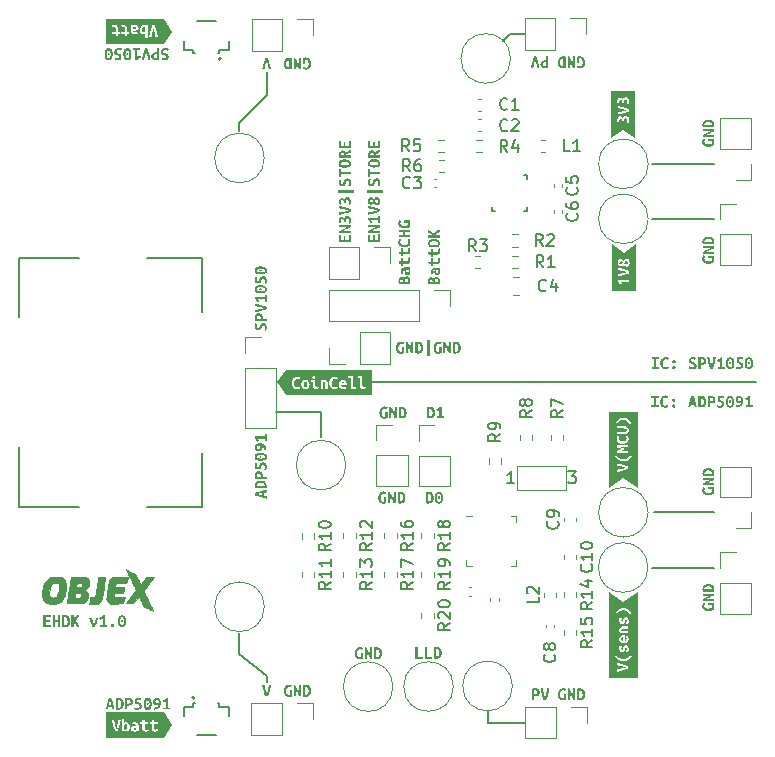
<source format=gto>
%TF.GenerationSoftware,KiCad,Pcbnew,(6.0.0)*%
%TF.CreationDate,2022-08-30T12:58:24+02:00*%
%TF.ProjectId,OBJEX-EHDK_v1.0,4f424a45-582d-4454-9844-4b5f76312e30,1.0*%
%TF.SameCoordinates,Original*%
%TF.FileFunction,Legend,Top*%
%TF.FilePolarity,Positive*%
%FSLAX46Y46*%
G04 Gerber Fmt 4.6, Leading zero omitted, Abs format (unit mm)*
G04 Created by KiCad (PCBNEW (6.0.0)) date 2022-08-30 12:58:24*
%MOMM*%
%LPD*%
G01*
G04 APERTURE LIST*
%ADD10C,0.150000*%
%ADD11C,0.120000*%
%ADD12C,0.127000*%
%ADD13C,0.200000*%
%ADD14C,0.010000*%
G04 APERTURE END LIST*
D10*
X114800000Y-66700000D02*
X114800000Y-64700000D01*
X147400000Y-77200000D02*
X152700000Y-77200000D01*
X112500000Y-69700000D02*
X112500000Y-69000000D01*
X147400000Y-106700000D02*
X152700000Y-106700000D01*
X135400000Y-61500000D02*
X134800000Y-62100000D01*
X147600000Y-102000000D02*
X152700000Y-102000000D01*
X112500000Y-69000000D02*
X114800000Y-66700000D01*
X147400000Y-72500000D02*
X152700000Y-72500000D01*
X119400000Y-93500000D02*
X119400000Y-95600000D01*
X112500000Y-112200000D02*
X112500000Y-114000000D01*
X115600000Y-93500000D02*
X119400000Y-93500000D01*
X136705000Y-119800000D02*
X133500000Y-119800000D01*
X123600000Y-91000000D02*
X156200000Y-91000000D01*
X136655000Y-61500000D02*
X135400000Y-61500000D01*
X112500000Y-114000000D02*
X114800000Y-115900000D01*
X114800000Y-115900000D02*
X114800000Y-116400000D01*
X133500000Y-119800000D02*
X133500000Y-118800000D01*
%TO.C,R13*%
X123707380Y-107892857D02*
X123231190Y-108226190D01*
X123707380Y-108464285D02*
X122707380Y-108464285D01*
X122707380Y-108083333D01*
X122755000Y-107988095D01*
X122802619Y-107940476D01*
X122897857Y-107892857D01*
X123040714Y-107892857D01*
X123135952Y-107940476D01*
X123183571Y-107988095D01*
X123231190Y-108083333D01*
X123231190Y-108464285D01*
X123707380Y-106940476D02*
X123707380Y-107511904D01*
X123707380Y-107226190D02*
X122707380Y-107226190D01*
X122850238Y-107321428D01*
X122945476Y-107416666D01*
X122993095Y-107511904D01*
X122707380Y-106607142D02*
X122707380Y-105988095D01*
X123088333Y-106321428D01*
X123088333Y-106178571D01*
X123135952Y-106083333D01*
X123183571Y-106035714D01*
X123278809Y-105988095D01*
X123516904Y-105988095D01*
X123612142Y-106035714D01*
X123659761Y-106083333D01*
X123707380Y-106178571D01*
X123707380Y-106464285D01*
X123659761Y-106559523D01*
X123612142Y-106607142D01*
%TO.C,R12*%
X123707380Y-104617857D02*
X123231190Y-104951190D01*
X123707380Y-105189285D02*
X122707380Y-105189285D01*
X122707380Y-104808333D01*
X122755000Y-104713095D01*
X122802619Y-104665476D01*
X122897857Y-104617857D01*
X123040714Y-104617857D01*
X123135952Y-104665476D01*
X123183571Y-104713095D01*
X123231190Y-104808333D01*
X123231190Y-105189285D01*
X123707380Y-103665476D02*
X123707380Y-104236904D01*
X123707380Y-103951190D02*
X122707380Y-103951190D01*
X122850238Y-104046428D01*
X122945476Y-104141666D01*
X122993095Y-104236904D01*
X122802619Y-103284523D02*
X122755000Y-103236904D01*
X122707380Y-103141666D01*
X122707380Y-102903571D01*
X122755000Y-102808333D01*
X122802619Y-102760714D01*
X122897857Y-102713095D01*
X122993095Y-102713095D01*
X123135952Y-102760714D01*
X123707380Y-103332142D01*
X123707380Y-102713095D01*
%TO.C,R2*%
X138158333Y-79452380D02*
X137825000Y-78976190D01*
X137586904Y-79452380D02*
X137586904Y-78452380D01*
X137967857Y-78452380D01*
X138063095Y-78500000D01*
X138110714Y-78547619D01*
X138158333Y-78642857D01*
X138158333Y-78785714D01*
X138110714Y-78880952D01*
X138063095Y-78928571D01*
X137967857Y-78976190D01*
X137586904Y-78976190D01*
X138539285Y-78547619D02*
X138586904Y-78500000D01*
X138682142Y-78452380D01*
X138920238Y-78452380D01*
X139015476Y-78500000D01*
X139063095Y-78547619D01*
X139110714Y-78642857D01*
X139110714Y-78738095D01*
X139063095Y-78880952D01*
X138491666Y-79452380D01*
X139110714Y-79452380D01*
%TO.C,C1*%
X135183333Y-67832142D02*
X135135714Y-67879761D01*
X134992857Y-67927380D01*
X134897619Y-67927380D01*
X134754761Y-67879761D01*
X134659523Y-67784523D01*
X134611904Y-67689285D01*
X134564285Y-67498809D01*
X134564285Y-67355952D01*
X134611904Y-67165476D01*
X134659523Y-67070238D01*
X134754761Y-66975000D01*
X134897619Y-66927380D01*
X134992857Y-66927380D01*
X135135714Y-66975000D01*
X135183333Y-67022619D01*
X136135714Y-67927380D02*
X135564285Y-67927380D01*
X135850000Y-67927380D02*
X135850000Y-66927380D01*
X135754761Y-67070238D01*
X135659523Y-67165476D01*
X135564285Y-67213095D01*
%TO.C,R3*%
X132493333Y-79892380D02*
X132160000Y-79416190D01*
X131921904Y-79892380D02*
X131921904Y-78892380D01*
X132302857Y-78892380D01*
X132398095Y-78940000D01*
X132445714Y-78987619D01*
X132493333Y-79082857D01*
X132493333Y-79225714D01*
X132445714Y-79320952D01*
X132398095Y-79368571D01*
X132302857Y-79416190D01*
X131921904Y-79416190D01*
X132826666Y-78892380D02*
X133445714Y-78892380D01*
X133112380Y-79273333D01*
X133255238Y-79273333D01*
X133350476Y-79320952D01*
X133398095Y-79368571D01*
X133445714Y-79463809D01*
X133445714Y-79701904D01*
X133398095Y-79797142D01*
X133350476Y-79844761D01*
X133255238Y-79892380D01*
X132969523Y-79892380D01*
X132874285Y-79844761D01*
X132826666Y-79797142D01*
%TO.C,C6*%
X141057142Y-76696666D02*
X141104761Y-76744285D01*
X141152380Y-76887142D01*
X141152380Y-76982380D01*
X141104761Y-77125238D01*
X141009523Y-77220476D01*
X140914285Y-77268095D01*
X140723809Y-77315714D01*
X140580952Y-77315714D01*
X140390476Y-77268095D01*
X140295238Y-77220476D01*
X140200000Y-77125238D01*
X140152380Y-76982380D01*
X140152380Y-76887142D01*
X140200000Y-76744285D01*
X140247619Y-76696666D01*
X140152380Y-75839523D02*
X140152380Y-76030000D01*
X140200000Y-76125238D01*
X140247619Y-76172857D01*
X140390476Y-76268095D01*
X140580952Y-76315714D01*
X140961904Y-76315714D01*
X141057142Y-76268095D01*
X141104761Y-76220476D01*
X141152380Y-76125238D01*
X141152380Y-75934761D01*
X141104761Y-75839523D01*
X141057142Y-75791904D01*
X140961904Y-75744285D01*
X140723809Y-75744285D01*
X140628571Y-75791904D01*
X140580952Y-75839523D01*
X140533333Y-75934761D01*
X140533333Y-76125238D01*
X140580952Y-76220476D01*
X140628571Y-76268095D01*
X140723809Y-76315714D01*
%TO.C,C3*%
X126933333Y-74482142D02*
X126885714Y-74529761D01*
X126742857Y-74577380D01*
X126647619Y-74577380D01*
X126504761Y-74529761D01*
X126409523Y-74434523D01*
X126361904Y-74339285D01*
X126314285Y-74148809D01*
X126314285Y-74005952D01*
X126361904Y-73815476D01*
X126409523Y-73720238D01*
X126504761Y-73625000D01*
X126647619Y-73577380D01*
X126742857Y-73577380D01*
X126885714Y-73625000D01*
X126933333Y-73672619D01*
X127266666Y-73577380D02*
X127885714Y-73577380D01*
X127552380Y-73958333D01*
X127695238Y-73958333D01*
X127790476Y-74005952D01*
X127838095Y-74053571D01*
X127885714Y-74148809D01*
X127885714Y-74386904D01*
X127838095Y-74482142D01*
X127790476Y-74529761D01*
X127695238Y-74577380D01*
X127409523Y-74577380D01*
X127314285Y-74529761D01*
X127266666Y-74482142D01*
%TO.C,R4*%
X135183333Y-71477380D02*
X134850000Y-71001190D01*
X134611904Y-71477380D02*
X134611904Y-70477380D01*
X134992857Y-70477380D01*
X135088095Y-70525000D01*
X135135714Y-70572619D01*
X135183333Y-70667857D01*
X135183333Y-70810714D01*
X135135714Y-70905952D01*
X135088095Y-70953571D01*
X134992857Y-71001190D01*
X134611904Y-71001190D01*
X136040476Y-70810714D02*
X136040476Y-71477380D01*
X135802380Y-70429761D02*
X135564285Y-71144047D01*
X136183333Y-71144047D01*
%TO.C,C4*%
X138453333Y-83197142D02*
X138405714Y-83244761D01*
X138262857Y-83292380D01*
X138167619Y-83292380D01*
X138024761Y-83244761D01*
X137929523Y-83149523D01*
X137881904Y-83054285D01*
X137834285Y-82863809D01*
X137834285Y-82720952D01*
X137881904Y-82530476D01*
X137929523Y-82435238D01*
X138024761Y-82340000D01*
X138167619Y-82292380D01*
X138262857Y-82292380D01*
X138405714Y-82340000D01*
X138453333Y-82387619D01*
X139310476Y-82625714D02*
X139310476Y-83292380D01*
X139072380Y-82244761D02*
X138834285Y-82959047D01*
X139453333Y-82959047D01*
%TO.C,R8*%
X137227380Y-93366666D02*
X136751190Y-93700000D01*
X137227380Y-93938095D02*
X136227380Y-93938095D01*
X136227380Y-93557142D01*
X136275000Y-93461904D01*
X136322619Y-93414285D01*
X136417857Y-93366666D01*
X136560714Y-93366666D01*
X136655952Y-93414285D01*
X136703571Y-93461904D01*
X136751190Y-93557142D01*
X136751190Y-93938095D01*
X136655952Y-92795238D02*
X136608333Y-92890476D01*
X136560714Y-92938095D01*
X136465476Y-92985714D01*
X136417857Y-92985714D01*
X136322619Y-92938095D01*
X136275000Y-92890476D01*
X136227380Y-92795238D01*
X136227380Y-92604761D01*
X136275000Y-92509523D01*
X136322619Y-92461904D01*
X136417857Y-92414285D01*
X136465476Y-92414285D01*
X136560714Y-92461904D01*
X136608333Y-92509523D01*
X136655952Y-92604761D01*
X136655952Y-92795238D01*
X136703571Y-92890476D01*
X136751190Y-92938095D01*
X136846428Y-92985714D01*
X137036904Y-92985714D01*
X137132142Y-92938095D01*
X137179761Y-92890476D01*
X137227380Y-92795238D01*
X137227380Y-92604761D01*
X137179761Y-92509523D01*
X137132142Y-92461904D01*
X137036904Y-92414285D01*
X136846428Y-92414285D01*
X136751190Y-92461904D01*
X136703571Y-92509523D01*
X136655952Y-92604761D01*
%TO.C,R16*%
X127157380Y-104617857D02*
X126681190Y-104951190D01*
X127157380Y-105189285D02*
X126157380Y-105189285D01*
X126157380Y-104808333D01*
X126205000Y-104713095D01*
X126252619Y-104665476D01*
X126347857Y-104617857D01*
X126490714Y-104617857D01*
X126585952Y-104665476D01*
X126633571Y-104713095D01*
X126681190Y-104808333D01*
X126681190Y-105189285D01*
X127157380Y-103665476D02*
X127157380Y-104236904D01*
X127157380Y-103951190D02*
X126157380Y-103951190D01*
X126300238Y-104046428D01*
X126395476Y-104141666D01*
X126443095Y-104236904D01*
X126157380Y-102808333D02*
X126157380Y-102998809D01*
X126205000Y-103094047D01*
X126252619Y-103141666D01*
X126395476Y-103236904D01*
X126585952Y-103284523D01*
X126966904Y-103284523D01*
X127062142Y-103236904D01*
X127109761Y-103189285D01*
X127157380Y-103094047D01*
X127157380Y-102903571D01*
X127109761Y-102808333D01*
X127062142Y-102760714D01*
X126966904Y-102713095D01*
X126728809Y-102713095D01*
X126633571Y-102760714D01*
X126585952Y-102808333D01*
X126538333Y-102903571D01*
X126538333Y-103094047D01*
X126585952Y-103189285D01*
X126633571Y-103236904D01*
X126728809Y-103284523D01*
%TO.C,R20*%
X130307380Y-111367857D02*
X129831190Y-111701190D01*
X130307380Y-111939285D02*
X129307380Y-111939285D01*
X129307380Y-111558333D01*
X129355000Y-111463095D01*
X129402619Y-111415476D01*
X129497857Y-111367857D01*
X129640714Y-111367857D01*
X129735952Y-111415476D01*
X129783571Y-111463095D01*
X129831190Y-111558333D01*
X129831190Y-111939285D01*
X129402619Y-110986904D02*
X129355000Y-110939285D01*
X129307380Y-110844047D01*
X129307380Y-110605952D01*
X129355000Y-110510714D01*
X129402619Y-110463095D01*
X129497857Y-110415476D01*
X129593095Y-110415476D01*
X129735952Y-110463095D01*
X130307380Y-111034523D01*
X130307380Y-110415476D01*
X129307380Y-109796428D02*
X129307380Y-109701190D01*
X129355000Y-109605952D01*
X129402619Y-109558333D01*
X129497857Y-109510714D01*
X129688333Y-109463095D01*
X129926428Y-109463095D01*
X130116904Y-109510714D01*
X130212142Y-109558333D01*
X130259761Y-109605952D01*
X130307380Y-109701190D01*
X130307380Y-109796428D01*
X130259761Y-109891666D01*
X130212142Y-109939285D01*
X130116904Y-109986904D01*
X129926428Y-110034523D01*
X129688333Y-110034523D01*
X129497857Y-109986904D01*
X129402619Y-109939285D01*
X129355000Y-109891666D01*
X129307380Y-109796428D01*
%TO.C,R15*%
X142382380Y-112817857D02*
X141906190Y-113151190D01*
X142382380Y-113389285D02*
X141382380Y-113389285D01*
X141382380Y-113008333D01*
X141430000Y-112913095D01*
X141477619Y-112865476D01*
X141572857Y-112817857D01*
X141715714Y-112817857D01*
X141810952Y-112865476D01*
X141858571Y-112913095D01*
X141906190Y-113008333D01*
X141906190Y-113389285D01*
X142382380Y-111865476D02*
X142382380Y-112436904D01*
X142382380Y-112151190D02*
X141382380Y-112151190D01*
X141525238Y-112246428D01*
X141620476Y-112341666D01*
X141668095Y-112436904D01*
X141382380Y-110960714D02*
X141382380Y-111436904D01*
X141858571Y-111484523D01*
X141810952Y-111436904D01*
X141763333Y-111341666D01*
X141763333Y-111103571D01*
X141810952Y-111008333D01*
X141858571Y-110960714D01*
X141953809Y-110913095D01*
X142191904Y-110913095D01*
X142287142Y-110960714D01*
X142334761Y-111008333D01*
X142382380Y-111103571D01*
X142382380Y-111341666D01*
X142334761Y-111436904D01*
X142287142Y-111484523D01*
%TO.C,R19*%
X130307380Y-107892857D02*
X129831190Y-108226190D01*
X130307380Y-108464285D02*
X129307380Y-108464285D01*
X129307380Y-108083333D01*
X129355000Y-107988095D01*
X129402619Y-107940476D01*
X129497857Y-107892857D01*
X129640714Y-107892857D01*
X129735952Y-107940476D01*
X129783571Y-107988095D01*
X129831190Y-108083333D01*
X129831190Y-108464285D01*
X130307380Y-106940476D02*
X130307380Y-107511904D01*
X130307380Y-107226190D02*
X129307380Y-107226190D01*
X129450238Y-107321428D01*
X129545476Y-107416666D01*
X129593095Y-107511904D01*
X130307380Y-106464285D02*
X130307380Y-106273809D01*
X130259761Y-106178571D01*
X130212142Y-106130952D01*
X130069285Y-106035714D01*
X129878809Y-105988095D01*
X129497857Y-105988095D01*
X129402619Y-106035714D01*
X129355000Y-106083333D01*
X129307380Y-106178571D01*
X129307380Y-106369047D01*
X129355000Y-106464285D01*
X129402619Y-106511904D01*
X129497857Y-106559523D01*
X129735952Y-106559523D01*
X129831190Y-106511904D01*
X129878809Y-106464285D01*
X129926428Y-106369047D01*
X129926428Y-106178571D01*
X129878809Y-106083333D01*
X129831190Y-106035714D01*
X129735952Y-105988095D01*
%TO.C,R17*%
X127157380Y-107892857D02*
X126681190Y-108226190D01*
X127157380Y-108464285D02*
X126157380Y-108464285D01*
X126157380Y-108083333D01*
X126205000Y-107988095D01*
X126252619Y-107940476D01*
X126347857Y-107892857D01*
X126490714Y-107892857D01*
X126585952Y-107940476D01*
X126633571Y-107988095D01*
X126681190Y-108083333D01*
X126681190Y-108464285D01*
X127157380Y-106940476D02*
X127157380Y-107511904D01*
X127157380Y-107226190D02*
X126157380Y-107226190D01*
X126300238Y-107321428D01*
X126395476Y-107416666D01*
X126443095Y-107511904D01*
X126157380Y-106607142D02*
X126157380Y-105940476D01*
X127157380Y-106369047D01*
%TO.C,L2*%
X137822380Y-109141666D02*
X137822380Y-109617857D01*
X136822380Y-109617857D01*
X136917619Y-108855952D02*
X136870000Y-108808333D01*
X136822380Y-108713095D01*
X136822380Y-108475000D01*
X136870000Y-108379761D01*
X136917619Y-108332142D01*
X137012857Y-108284523D01*
X137108095Y-108284523D01*
X137250952Y-108332142D01*
X137822380Y-108903571D01*
X137822380Y-108284523D01*
%TO.C,C9*%
X139427142Y-102766666D02*
X139474761Y-102814285D01*
X139522380Y-102957142D01*
X139522380Y-103052380D01*
X139474761Y-103195238D01*
X139379523Y-103290476D01*
X139284285Y-103338095D01*
X139093809Y-103385714D01*
X138950952Y-103385714D01*
X138760476Y-103338095D01*
X138665238Y-103290476D01*
X138570000Y-103195238D01*
X138522380Y-103052380D01*
X138522380Y-102957142D01*
X138570000Y-102814285D01*
X138617619Y-102766666D01*
X139522380Y-102290476D02*
X139522380Y-102100000D01*
X139474761Y-102004761D01*
X139427142Y-101957142D01*
X139284285Y-101861904D01*
X139093809Y-101814285D01*
X138712857Y-101814285D01*
X138617619Y-101861904D01*
X138570000Y-101909523D01*
X138522380Y-102004761D01*
X138522380Y-102195238D01*
X138570000Y-102290476D01*
X138617619Y-102338095D01*
X138712857Y-102385714D01*
X138950952Y-102385714D01*
X139046190Y-102338095D01*
X139093809Y-102290476D01*
X139141428Y-102195238D01*
X139141428Y-102004761D01*
X139093809Y-101909523D01*
X139046190Y-101861904D01*
X138950952Y-101814285D01*
%TO.C,R1*%
X138233333Y-81252380D02*
X137900000Y-80776190D01*
X137661904Y-81252380D02*
X137661904Y-80252380D01*
X138042857Y-80252380D01*
X138138095Y-80300000D01*
X138185714Y-80347619D01*
X138233333Y-80442857D01*
X138233333Y-80585714D01*
X138185714Y-80680952D01*
X138138095Y-80728571D01*
X138042857Y-80776190D01*
X137661904Y-80776190D01*
X139185714Y-81252380D02*
X138614285Y-81252380D01*
X138900000Y-81252380D02*
X138900000Y-80252380D01*
X138804761Y-80395238D01*
X138709523Y-80490476D01*
X138614285Y-80538095D01*
%TO.C,R9*%
X134577380Y-95366666D02*
X134101190Y-95700000D01*
X134577380Y-95938095D02*
X133577380Y-95938095D01*
X133577380Y-95557142D01*
X133625000Y-95461904D01*
X133672619Y-95414285D01*
X133767857Y-95366666D01*
X133910714Y-95366666D01*
X134005952Y-95414285D01*
X134053571Y-95461904D01*
X134101190Y-95557142D01*
X134101190Y-95938095D01*
X134577380Y-94890476D02*
X134577380Y-94700000D01*
X134529761Y-94604761D01*
X134482142Y-94557142D01*
X134339285Y-94461904D01*
X134148809Y-94414285D01*
X133767857Y-94414285D01*
X133672619Y-94461904D01*
X133625000Y-94509523D01*
X133577380Y-94604761D01*
X133577380Y-94795238D01*
X133625000Y-94890476D01*
X133672619Y-94938095D01*
X133767857Y-94985714D01*
X134005952Y-94985714D01*
X134101190Y-94938095D01*
X134148809Y-94890476D01*
X134196428Y-94795238D01*
X134196428Y-94604761D01*
X134148809Y-94509523D01*
X134101190Y-94461904D01*
X134005952Y-94414285D01*
%TO.C,L1*%
X140483333Y-71427380D02*
X140007142Y-71427380D01*
X140007142Y-70427380D01*
X141340476Y-71427380D02*
X140769047Y-71427380D01*
X141054761Y-71427380D02*
X141054761Y-70427380D01*
X140959523Y-70570238D01*
X140864285Y-70665476D01*
X140769047Y-70713095D01*
%TO.C,R5*%
X126858333Y-71427380D02*
X126525000Y-70951190D01*
X126286904Y-71427380D02*
X126286904Y-70427380D01*
X126667857Y-70427380D01*
X126763095Y-70475000D01*
X126810714Y-70522619D01*
X126858333Y-70617857D01*
X126858333Y-70760714D01*
X126810714Y-70855952D01*
X126763095Y-70903571D01*
X126667857Y-70951190D01*
X126286904Y-70951190D01*
X127763095Y-70427380D02*
X127286904Y-70427380D01*
X127239285Y-70903571D01*
X127286904Y-70855952D01*
X127382142Y-70808333D01*
X127620238Y-70808333D01*
X127715476Y-70855952D01*
X127763095Y-70903571D01*
X127810714Y-70998809D01*
X127810714Y-71236904D01*
X127763095Y-71332142D01*
X127715476Y-71379761D01*
X127620238Y-71427380D01*
X127382142Y-71427380D01*
X127286904Y-71379761D01*
X127239285Y-71332142D01*
%TO.C,C2*%
X135183333Y-69632142D02*
X135135714Y-69679761D01*
X134992857Y-69727380D01*
X134897619Y-69727380D01*
X134754761Y-69679761D01*
X134659523Y-69584523D01*
X134611904Y-69489285D01*
X134564285Y-69298809D01*
X134564285Y-69155952D01*
X134611904Y-68965476D01*
X134659523Y-68870238D01*
X134754761Y-68775000D01*
X134897619Y-68727380D01*
X134992857Y-68727380D01*
X135135714Y-68775000D01*
X135183333Y-68822619D01*
X135564285Y-68822619D02*
X135611904Y-68775000D01*
X135707142Y-68727380D01*
X135945238Y-68727380D01*
X136040476Y-68775000D01*
X136088095Y-68822619D01*
X136135714Y-68917857D01*
X136135714Y-69013095D01*
X136088095Y-69155952D01*
X135516666Y-69727380D01*
X136135714Y-69727380D01*
%TO.C,R14*%
X142382380Y-109617857D02*
X141906190Y-109951190D01*
X142382380Y-110189285D02*
X141382380Y-110189285D01*
X141382380Y-109808333D01*
X141430000Y-109713095D01*
X141477619Y-109665476D01*
X141572857Y-109617857D01*
X141715714Y-109617857D01*
X141810952Y-109665476D01*
X141858571Y-109713095D01*
X141906190Y-109808333D01*
X141906190Y-110189285D01*
X142382380Y-108665476D02*
X142382380Y-109236904D01*
X142382380Y-108951190D02*
X141382380Y-108951190D01*
X141525238Y-109046428D01*
X141620476Y-109141666D01*
X141668095Y-109236904D01*
X141715714Y-107808333D02*
X142382380Y-107808333D01*
X141334761Y-108046428D02*
X142049047Y-108284523D01*
X142049047Y-107665476D01*
%TO.C,C5*%
X141057142Y-74496666D02*
X141104761Y-74544285D01*
X141152380Y-74687142D01*
X141152380Y-74782380D01*
X141104761Y-74925238D01*
X141009523Y-75020476D01*
X140914285Y-75068095D01*
X140723809Y-75115714D01*
X140580952Y-75115714D01*
X140390476Y-75068095D01*
X140295238Y-75020476D01*
X140200000Y-74925238D01*
X140152380Y-74782380D01*
X140152380Y-74687142D01*
X140200000Y-74544285D01*
X140247619Y-74496666D01*
X140152380Y-73591904D02*
X140152380Y-74068095D01*
X140628571Y-74115714D01*
X140580952Y-74068095D01*
X140533333Y-73972857D01*
X140533333Y-73734761D01*
X140580952Y-73639523D01*
X140628571Y-73591904D01*
X140723809Y-73544285D01*
X140961904Y-73544285D01*
X141057142Y-73591904D01*
X141104761Y-73639523D01*
X141152380Y-73734761D01*
X141152380Y-73972857D01*
X141104761Y-74068095D01*
X141057142Y-74115714D01*
%TO.C,C8*%
X139157142Y-114041666D02*
X139204761Y-114089285D01*
X139252380Y-114232142D01*
X139252380Y-114327380D01*
X139204761Y-114470238D01*
X139109523Y-114565476D01*
X139014285Y-114613095D01*
X138823809Y-114660714D01*
X138680952Y-114660714D01*
X138490476Y-114613095D01*
X138395238Y-114565476D01*
X138300000Y-114470238D01*
X138252380Y-114327380D01*
X138252380Y-114232142D01*
X138300000Y-114089285D01*
X138347619Y-114041666D01*
X138680952Y-113470238D02*
X138633333Y-113565476D01*
X138585714Y-113613095D01*
X138490476Y-113660714D01*
X138442857Y-113660714D01*
X138347619Y-113613095D01*
X138300000Y-113565476D01*
X138252380Y-113470238D01*
X138252380Y-113279761D01*
X138300000Y-113184523D01*
X138347619Y-113136904D01*
X138442857Y-113089285D01*
X138490476Y-113089285D01*
X138585714Y-113136904D01*
X138633333Y-113184523D01*
X138680952Y-113279761D01*
X138680952Y-113470238D01*
X138728571Y-113565476D01*
X138776190Y-113613095D01*
X138871428Y-113660714D01*
X139061904Y-113660714D01*
X139157142Y-113613095D01*
X139204761Y-113565476D01*
X139252380Y-113470238D01*
X139252380Y-113279761D01*
X139204761Y-113184523D01*
X139157142Y-113136904D01*
X139061904Y-113089285D01*
X138871428Y-113089285D01*
X138776190Y-113136904D01*
X138728571Y-113184523D01*
X138680952Y-113279761D01*
%TO.C,R18*%
X130307380Y-104617857D02*
X129831190Y-104951190D01*
X130307380Y-105189285D02*
X129307380Y-105189285D01*
X129307380Y-104808333D01*
X129355000Y-104713095D01*
X129402619Y-104665476D01*
X129497857Y-104617857D01*
X129640714Y-104617857D01*
X129735952Y-104665476D01*
X129783571Y-104713095D01*
X129831190Y-104808333D01*
X129831190Y-105189285D01*
X130307380Y-103665476D02*
X130307380Y-104236904D01*
X130307380Y-103951190D02*
X129307380Y-103951190D01*
X129450238Y-104046428D01*
X129545476Y-104141666D01*
X129593095Y-104236904D01*
X129735952Y-103094047D02*
X129688333Y-103189285D01*
X129640714Y-103236904D01*
X129545476Y-103284523D01*
X129497857Y-103284523D01*
X129402619Y-103236904D01*
X129355000Y-103189285D01*
X129307380Y-103094047D01*
X129307380Y-102903571D01*
X129355000Y-102808333D01*
X129402619Y-102760714D01*
X129497857Y-102713095D01*
X129545476Y-102713095D01*
X129640714Y-102760714D01*
X129688333Y-102808333D01*
X129735952Y-102903571D01*
X129735952Y-103094047D01*
X129783571Y-103189285D01*
X129831190Y-103236904D01*
X129926428Y-103284523D01*
X130116904Y-103284523D01*
X130212142Y-103236904D01*
X130259761Y-103189285D01*
X130307380Y-103094047D01*
X130307380Y-102903571D01*
X130259761Y-102808333D01*
X130212142Y-102760714D01*
X130116904Y-102713095D01*
X129926428Y-102713095D01*
X129831190Y-102760714D01*
X129783571Y-102808333D01*
X129735952Y-102903571D01*
%TO.C,JP1*%
X140341666Y-98527380D02*
X140960714Y-98527380D01*
X140627380Y-98908333D01*
X140770238Y-98908333D01*
X140865476Y-98955952D01*
X140913095Y-99003571D01*
X140960714Y-99098809D01*
X140960714Y-99336904D01*
X140913095Y-99432142D01*
X140865476Y-99479761D01*
X140770238Y-99527380D01*
X140484523Y-99527380D01*
X140389285Y-99479761D01*
X140341666Y-99432142D01*
X135760714Y-99527380D02*
X135189285Y-99527380D01*
X135475000Y-99527380D02*
X135475000Y-98527380D01*
X135379761Y-98670238D01*
X135284523Y-98765476D01*
X135189285Y-98813095D01*
%TO.C,C10*%
X142287142Y-106417857D02*
X142334761Y-106465476D01*
X142382380Y-106608333D01*
X142382380Y-106703571D01*
X142334761Y-106846428D01*
X142239523Y-106941666D01*
X142144285Y-106989285D01*
X141953809Y-107036904D01*
X141810952Y-107036904D01*
X141620476Y-106989285D01*
X141525238Y-106941666D01*
X141430000Y-106846428D01*
X141382380Y-106703571D01*
X141382380Y-106608333D01*
X141430000Y-106465476D01*
X141477619Y-106417857D01*
X142382380Y-105465476D02*
X142382380Y-106036904D01*
X142382380Y-105751190D02*
X141382380Y-105751190D01*
X141525238Y-105846428D01*
X141620476Y-105941666D01*
X141668095Y-106036904D01*
X141382380Y-104846428D02*
X141382380Y-104751190D01*
X141430000Y-104655952D01*
X141477619Y-104608333D01*
X141572857Y-104560714D01*
X141763333Y-104513095D01*
X142001428Y-104513095D01*
X142191904Y-104560714D01*
X142287142Y-104608333D01*
X142334761Y-104655952D01*
X142382380Y-104751190D01*
X142382380Y-104846428D01*
X142334761Y-104941666D01*
X142287142Y-104989285D01*
X142191904Y-105036904D01*
X142001428Y-105084523D01*
X141763333Y-105084523D01*
X141572857Y-105036904D01*
X141477619Y-104989285D01*
X141430000Y-104941666D01*
X141382380Y-104846428D01*
%TO.C,R10*%
X120207380Y-104642857D02*
X119731190Y-104976190D01*
X120207380Y-105214285D02*
X119207380Y-105214285D01*
X119207380Y-104833333D01*
X119255000Y-104738095D01*
X119302619Y-104690476D01*
X119397857Y-104642857D01*
X119540714Y-104642857D01*
X119635952Y-104690476D01*
X119683571Y-104738095D01*
X119731190Y-104833333D01*
X119731190Y-105214285D01*
X120207380Y-103690476D02*
X120207380Y-104261904D01*
X120207380Y-103976190D02*
X119207380Y-103976190D01*
X119350238Y-104071428D01*
X119445476Y-104166666D01*
X119493095Y-104261904D01*
X119207380Y-103071428D02*
X119207380Y-102976190D01*
X119255000Y-102880952D01*
X119302619Y-102833333D01*
X119397857Y-102785714D01*
X119588333Y-102738095D01*
X119826428Y-102738095D01*
X120016904Y-102785714D01*
X120112142Y-102833333D01*
X120159761Y-102880952D01*
X120207380Y-102976190D01*
X120207380Y-103071428D01*
X120159761Y-103166666D01*
X120112142Y-103214285D01*
X120016904Y-103261904D01*
X119826428Y-103309523D01*
X119588333Y-103309523D01*
X119397857Y-103261904D01*
X119302619Y-103214285D01*
X119255000Y-103166666D01*
X119207380Y-103071428D01*
%TO.C,R7*%
X139852380Y-93366666D02*
X139376190Y-93700000D01*
X139852380Y-93938095D02*
X138852380Y-93938095D01*
X138852380Y-93557142D01*
X138900000Y-93461904D01*
X138947619Y-93414285D01*
X139042857Y-93366666D01*
X139185714Y-93366666D01*
X139280952Y-93414285D01*
X139328571Y-93461904D01*
X139376190Y-93557142D01*
X139376190Y-93938095D01*
X138852380Y-93033333D02*
X138852380Y-92366666D01*
X139852380Y-92795238D01*
%TO.C,R6*%
X126933333Y-73127380D02*
X126600000Y-72651190D01*
X126361904Y-73127380D02*
X126361904Y-72127380D01*
X126742857Y-72127380D01*
X126838095Y-72175000D01*
X126885714Y-72222619D01*
X126933333Y-72317857D01*
X126933333Y-72460714D01*
X126885714Y-72555952D01*
X126838095Y-72603571D01*
X126742857Y-72651190D01*
X126361904Y-72651190D01*
X127790476Y-72127380D02*
X127600000Y-72127380D01*
X127504761Y-72175000D01*
X127457142Y-72222619D01*
X127361904Y-72365476D01*
X127314285Y-72555952D01*
X127314285Y-72936904D01*
X127361904Y-73032142D01*
X127409523Y-73079761D01*
X127504761Y-73127380D01*
X127695238Y-73127380D01*
X127790476Y-73079761D01*
X127838095Y-73032142D01*
X127885714Y-72936904D01*
X127885714Y-72698809D01*
X127838095Y-72603571D01*
X127790476Y-72555952D01*
X127695238Y-72508333D01*
X127504761Y-72508333D01*
X127409523Y-72555952D01*
X127361904Y-72603571D01*
X127314285Y-72698809D01*
%TO.C,R11*%
X120207380Y-107892857D02*
X119731190Y-108226190D01*
X120207380Y-108464285D02*
X119207380Y-108464285D01*
X119207380Y-108083333D01*
X119255000Y-107988095D01*
X119302619Y-107940476D01*
X119397857Y-107892857D01*
X119540714Y-107892857D01*
X119635952Y-107940476D01*
X119683571Y-107988095D01*
X119731190Y-108083333D01*
X119731190Y-108464285D01*
X120207380Y-106940476D02*
X120207380Y-107511904D01*
X120207380Y-107226190D02*
X119207380Y-107226190D01*
X119350238Y-107321428D01*
X119445476Y-107416666D01*
X119493095Y-107511904D01*
X120207380Y-105988095D02*
X120207380Y-106559523D01*
X120207380Y-106273809D02*
X119207380Y-106273809D01*
X119350238Y-106369047D01*
X119445476Y-106464285D01*
X119493095Y-106559523D01*
%TO.C,kibuzzard-6307AB8B*%
G36*
X123287762Y-113502289D02*
G01*
X123332212Y-113581069D01*
X123376067Y-113662627D01*
X123418731Y-113743787D01*
X123459213Y-113823559D01*
X123496519Y-113900950D01*
X123529658Y-113972388D01*
X123557638Y-114034300D01*
X123557638Y-113429462D01*
X123733850Y-113429462D01*
X123733850Y-114412125D01*
X123576688Y-114412125D01*
X123530915Y-114303205D01*
X123482496Y-114194461D01*
X123431431Y-114085894D01*
X123377721Y-113977326D01*
X123321365Y-113868583D01*
X123262362Y-113759662D01*
X123262362Y-114412125D01*
X123086150Y-114412125D01*
X123086150Y-113429462D01*
X123243312Y-113429462D01*
X123287762Y-113502289D01*
G37*
G36*
X122790081Y-113415969D02*
G01*
X122868662Y-113435812D01*
X122923431Y-113459625D01*
X122955975Y-113478675D01*
X122905175Y-113634250D01*
X122819450Y-113594562D01*
X122714675Y-113577100D01*
X122597200Y-113602500D01*
X122518619Y-113673144D01*
X122474169Y-113781094D01*
X122464048Y-113847173D01*
X122460675Y-113920000D01*
X122466849Y-114027156D01*
X122485369Y-114113675D01*
X122516237Y-114179556D01*
X122584897Y-114242064D01*
X122679750Y-114262900D01*
X122717850Y-114261313D01*
X122755950Y-114256550D01*
X122755950Y-113897775D01*
X122951212Y-113897775D01*
X122951212Y-114388313D01*
X122842469Y-114416888D01*
X122760911Y-114428794D01*
X122663875Y-114432763D01*
X122576364Y-114424627D01*
X122497981Y-114400219D01*
X122429520Y-114359738D01*
X122371775Y-114303381D01*
X122325341Y-114231150D01*
X122290812Y-114143044D01*
X122269381Y-114039261D01*
X122262237Y-113920000D01*
X122270572Y-113801930D01*
X122295575Y-113698544D01*
X122334866Y-113610239D01*
X122386062Y-113537412D01*
X122448372Y-113480461D01*
X122521000Y-113439781D01*
X122601566Y-113415373D01*
X122687687Y-113407237D01*
X122790081Y-113415969D01*
G37*
G36*
X124220220Y-113425494D02*
G01*
X124304556Y-113446925D01*
X124378573Y-113483636D01*
X124440288Y-113536619D01*
X124489698Y-113606072D01*
X124526806Y-113692194D01*
X124550023Y-113796373D01*
X124557763Y-113920000D01*
X124549230Y-114046405D01*
X124523631Y-114152569D01*
X124482952Y-114239683D01*
X124429175Y-114308938D01*
X124363095Y-114361127D01*
X124285506Y-114397044D01*
X124197995Y-114417880D01*
X124102150Y-114424825D01*
X123999756Y-114419269D01*
X123892600Y-114401013D01*
X123892600Y-114253375D01*
X124087863Y-114253375D01*
X124105325Y-114254963D01*
X124122788Y-114254963D01*
X124234706Y-114229563D01*
X124307731Y-114159713D01*
X124347419Y-114054144D01*
X124356348Y-113990048D01*
X124359325Y-113920000D01*
X124349800Y-113796175D01*
X124316463Y-113689812D01*
X124251375Y-113615994D01*
X124145013Y-113588212D01*
X124116438Y-113589006D01*
X124087863Y-113592975D01*
X124087863Y-114253375D01*
X123892600Y-114253375D01*
X123892600Y-113442162D01*
X124018013Y-113423112D01*
X124127550Y-113418350D01*
X124220220Y-113425494D01*
G37*
D11*
%TO.C,J27*%
X125490000Y-116760000D02*
G75*
G03*
X125490000Y-116760000I-2100000J0D01*
G01*
%TO.C,kibuzzard-630DD25A*%
G36*
X121032006Y-76079164D02*
G01*
X121143925Y-76104763D01*
X121264377Y-76134528D01*
X121390781Y-76168263D01*
X121477565Y-76192869D01*
X121565406Y-76219063D01*
X121654306Y-76246844D01*
X121742765Y-76275772D01*
X121829284Y-76305405D01*
X121913863Y-76335744D01*
X121913863Y-76537356D01*
X121797181Y-76576647D01*
X121666213Y-76618319D01*
X121574226Y-76646365D01*
X121482415Y-76673352D01*
X121390781Y-76699281D01*
X121300911Y-76723799D01*
X121214392Y-76746553D01*
X121131225Y-76767544D01*
X121020100Y-76793738D01*
X120931200Y-76811994D01*
X120931200Y-76605619D01*
X121013552Y-76593713D01*
X121108206Y-76577044D01*
X121210600Y-76557002D01*
X121316169Y-76534975D01*
X121422531Y-76511163D01*
X121527306Y-76485763D01*
X121625930Y-76459767D01*
X121713838Y-76434169D01*
X121627120Y-76408769D01*
X121528894Y-76383369D01*
X121424119Y-76358763D01*
X121317756Y-76335744D01*
X121211989Y-76314313D01*
X121109000Y-76294469D01*
X121013750Y-76277006D01*
X120931200Y-76262719D01*
X120931200Y-76057931D01*
X121032006Y-76079164D01*
G37*
G36*
X121913863Y-71176369D02*
G01*
X120931200Y-71176369D01*
X120931200Y-70581056D01*
X121093125Y-70581056D01*
X121093125Y-70981106D01*
X121313787Y-70981106D01*
X121313787Y-70633444D01*
X121475712Y-70633444D01*
X121475712Y-70981106D01*
X121751938Y-70981106D01*
X121751938Y-70546131D01*
X121913863Y-70546131D01*
X121913863Y-71176369D01*
G37*
G36*
X121913863Y-77856569D02*
G01*
X121804942Y-77902342D01*
X121696199Y-77950760D01*
X121587631Y-78001825D01*
X121479064Y-78055535D01*
X121370320Y-78111892D01*
X121261400Y-78170894D01*
X121913863Y-78170894D01*
X121913863Y-78347106D01*
X120931200Y-78347106D01*
X120931200Y-78189944D01*
X121004027Y-78145494D01*
X121082806Y-78101044D01*
X121164364Y-78057189D01*
X121245525Y-78014525D01*
X121325297Y-77974044D01*
X121402687Y-77936738D01*
X121474125Y-77903598D01*
X121536038Y-77875619D01*
X120931200Y-77875619D01*
X120931200Y-77699406D01*
X121913863Y-77699406D01*
X121913863Y-77856569D01*
G37*
G36*
X121747175Y-75345144D02*
G01*
X121846394Y-75413406D01*
X121883700Y-75465794D01*
X121911481Y-75530881D01*
X121928745Y-75609066D01*
X121934500Y-75700744D01*
X121928944Y-75777738D01*
X121915450Y-75855525D01*
X121897988Y-75924581D01*
X121880525Y-75973794D01*
X121717013Y-75935694D01*
X121750350Y-75841238D01*
X121763447Y-75777539D01*
X121767813Y-75702331D01*
X121757097Y-75617202D01*
X121724950Y-75561838D01*
X121618588Y-75521356D01*
X121552508Y-75536834D01*
X121509844Y-75583269D01*
X121486627Y-75653516D01*
X121478887Y-75740431D01*
X121478887Y-75800756D01*
X121316962Y-75800756D01*
X121316962Y-75727731D01*
X121310612Y-75667406D01*
X121289975Y-75613431D01*
X121251875Y-75574538D01*
X121191550Y-75559456D01*
X121106619Y-75592000D01*
X121075662Y-75681694D01*
X121093919Y-75792025D01*
X121139162Y-75886481D01*
X120996287Y-75956331D01*
X120938344Y-75842825D01*
X120916317Y-75767617D01*
X120908975Y-75683281D01*
X120914134Y-75606089D01*
X120929612Y-75539613D01*
X120987556Y-75438806D01*
X121075662Y-75380069D01*
X121185200Y-75361019D01*
X121297912Y-75394356D01*
X121380462Y-75483256D01*
X121419753Y-75415589D01*
X121474125Y-75364988D01*
X121541991Y-75333436D01*
X121621763Y-75322919D01*
X121747175Y-75345144D01*
G37*
G36*
X121768011Y-73743555D02*
G01*
X121859094Y-73810825D01*
X121900986Y-73880940D01*
X121926122Y-73971692D01*
X121934500Y-74083081D01*
X121927952Y-74193016D01*
X121908306Y-74278344D01*
X121859888Y-74387881D01*
X121701138Y-74330731D01*
X121748763Y-74228337D01*
X121765431Y-74162258D01*
X121770988Y-74083081D01*
X121760669Y-74001325D01*
X121732094Y-73949731D01*
X121690819Y-73923537D01*
X121643988Y-73916394D01*
X121590013Y-73933856D01*
X121547944Y-73978306D01*
X121514606Y-74038631D01*
X121486825Y-74105306D01*
X121450312Y-74197381D01*
X121397925Y-74283900D01*
X121319344Y-74348194D01*
X121202662Y-74373594D01*
X121079631Y-74351170D01*
X120986762Y-74283900D01*
X120943547Y-74216608D01*
X120917618Y-74134322D01*
X120908975Y-74037044D01*
X120914134Y-73952311D01*
X120929612Y-73879087D01*
X120975650Y-73765581D01*
X121126462Y-73822731D01*
X121088362Y-73910837D01*
X121072487Y-74022756D01*
X121085011Y-74109187D01*
X121122582Y-74161045D01*
X121185200Y-74178331D01*
X121235206Y-74162456D01*
X121273306Y-74121975D01*
X121302675Y-74066412D01*
X121326487Y-74005294D01*
X121365381Y-73909250D01*
X121422531Y-73817175D01*
X121511431Y-73748119D01*
X121571558Y-73727878D01*
X121645575Y-73721131D01*
X121768011Y-73743555D01*
G37*
G36*
X121093125Y-73162331D02*
G01*
X121913863Y-73162331D01*
X121913863Y-73359181D01*
X121093125Y-73359181D01*
X121093125Y-73617944D01*
X120931200Y-73617944D01*
X120931200Y-72903569D01*
X121093125Y-72903569D01*
X121093125Y-73162331D01*
G37*
G36*
X121913863Y-79113869D02*
G01*
X120931200Y-79113869D01*
X120931200Y-78518556D01*
X121093125Y-78518556D01*
X121093125Y-78918606D01*
X121313787Y-78918606D01*
X121313787Y-78570944D01*
X121475712Y-78570944D01*
X121475712Y-78918606D01*
X121751938Y-78918606D01*
X121751938Y-78483631D01*
X121913863Y-78483631D01*
X121913863Y-79113869D01*
G37*
G36*
X121198892Y-72797603D02*
G01*
X121110836Y-72768334D01*
X121038356Y-72727356D01*
X120966478Y-72656801D01*
X120923351Y-72570017D01*
X120908975Y-72467006D01*
X121078837Y-72467006D01*
X121105825Y-72547969D01*
X121179644Y-72594800D01*
X121288387Y-72617025D01*
X121352681Y-72621192D01*
X121421737Y-72622581D01*
X121490992Y-72621192D01*
X121555881Y-72617025D01*
X121664625Y-72594800D01*
X121737650Y-72547969D01*
X121764638Y-72467006D01*
X121737650Y-72386837D01*
X121663831Y-72339212D01*
X121555088Y-72316987D01*
X121490794Y-72312820D01*
X121421737Y-72311431D01*
X121352483Y-72312820D01*
X121287594Y-72316987D01*
X121178850Y-72339212D01*
X121105825Y-72386044D01*
X121078837Y-72467006D01*
X120908975Y-72467006D01*
X120923351Y-72360820D01*
X120966478Y-72272978D01*
X121038356Y-72203481D01*
X121110836Y-72163893D01*
X121198892Y-72135616D01*
X121302526Y-72118649D01*
X121421737Y-72112994D01*
X121540949Y-72118748D01*
X121644583Y-72136012D01*
X121732639Y-72164786D01*
X121805119Y-72205069D01*
X121876997Y-72274919D01*
X121920124Y-72361702D01*
X121934500Y-72465419D01*
X121920124Y-72571693D01*
X121876997Y-72659799D01*
X121805119Y-72729737D01*
X121732639Y-72769673D01*
X121644583Y-72798198D01*
X121540949Y-72815314D01*
X121421737Y-72821019D01*
X121302526Y-72815165D01*
X121198892Y-72797603D01*
G37*
G36*
X121747175Y-76932644D02*
G01*
X121846394Y-77000906D01*
X121883700Y-77053294D01*
X121911481Y-77118381D01*
X121928745Y-77196566D01*
X121934500Y-77288244D01*
X121928944Y-77365238D01*
X121915450Y-77443025D01*
X121897988Y-77512081D01*
X121880525Y-77561294D01*
X121717013Y-77523194D01*
X121750350Y-77428738D01*
X121763447Y-77365039D01*
X121767813Y-77289831D01*
X121757097Y-77204702D01*
X121724950Y-77149338D01*
X121618588Y-77108856D01*
X121552508Y-77124334D01*
X121509844Y-77170769D01*
X121486627Y-77241016D01*
X121478887Y-77327931D01*
X121478887Y-77388256D01*
X121316962Y-77388256D01*
X121316962Y-77315231D01*
X121310612Y-77254906D01*
X121289975Y-77200931D01*
X121251875Y-77162038D01*
X121191550Y-77146956D01*
X121106619Y-77179500D01*
X121075662Y-77269194D01*
X121093919Y-77379525D01*
X121139162Y-77473981D01*
X120996287Y-77543831D01*
X120938344Y-77430325D01*
X120916317Y-77355117D01*
X120908975Y-77270781D01*
X120914134Y-77193589D01*
X120929612Y-77127113D01*
X120987556Y-77026306D01*
X121075662Y-76967569D01*
X121185200Y-76948519D01*
X121297912Y-76981856D01*
X121380462Y-77070756D01*
X121419753Y-77003089D01*
X121474125Y-76952488D01*
X121541991Y-76920936D01*
X121621763Y-76910419D01*
X121747175Y-76932644D01*
G37*
G36*
X120939137Y-71578006D02*
G01*
X120963347Y-71514506D01*
X120997875Y-71460531D01*
X121098681Y-71385125D01*
X121165158Y-71365480D01*
X121242350Y-71358931D01*
X121324106Y-71367662D01*
X121397925Y-71393856D01*
X121459441Y-71440291D01*
X121504288Y-71509744D01*
X121595569Y-71452594D01*
X121700344Y-71393856D01*
X121809881Y-71339087D01*
X121913863Y-71293844D01*
X121913863Y-71498631D01*
X121820398Y-71538120D01*
X121730506Y-71583562D01*
X121641805Y-71633767D01*
X121551913Y-71687544D01*
X121551913Y-71789144D01*
X121913863Y-71789144D01*
X121913863Y-71984406D01*
X120945487Y-71984406D01*
X120933581Y-71921700D01*
X120925644Y-71852644D01*
X120921675Y-71785969D01*
X120920087Y-71730406D01*
X121089950Y-71730406D01*
X121090744Y-71757394D01*
X121094712Y-71789144D01*
X121389987Y-71789144D01*
X121389987Y-71746281D01*
X121380264Y-71660159D01*
X121351094Y-71601819D01*
X121240762Y-71557369D01*
X121173294Y-71569275D01*
X121126462Y-71604994D01*
X121099078Y-71660159D01*
X121089950Y-71730406D01*
X120920087Y-71730406D01*
X120924850Y-71650237D01*
X120939137Y-71578006D01*
G37*
G36*
X122175800Y-74945094D02*
G01*
X120804200Y-74945094D01*
X120804200Y-74748244D01*
X122175800Y-74748244D01*
X122175800Y-74945094D01*
G37*
%TO.C,kibuzzard-6307AD08*%
G36*
X129623081Y-93878613D02*
G01*
X129818344Y-93878613D01*
X129818344Y-94040538D01*
X129221444Y-94040538D01*
X129221444Y-93878613D01*
X129427819Y-93878613D01*
X129427819Y-93329337D01*
X129326219Y-93385694D01*
X129229381Y-93424587D01*
X129165881Y-93262662D01*
X129248431Y-93226150D01*
X129337331Y-93176937D01*
X129421469Y-93119787D01*
X129489731Y-93057875D01*
X129623081Y-93057875D01*
X129623081Y-93878613D01*
G37*
G36*
X128709277Y-93053906D02*
G01*
X128793612Y-93075337D01*
X128867630Y-93112048D01*
X128929344Y-93165031D01*
X128978755Y-93234484D01*
X129015862Y-93320606D01*
X129039080Y-93424786D01*
X129046819Y-93548412D01*
X129038286Y-93674817D01*
X129012687Y-93780981D01*
X128972008Y-93868095D01*
X128918231Y-93937350D01*
X128852152Y-93989539D01*
X128774562Y-94025456D01*
X128687052Y-94046292D01*
X128591206Y-94053238D01*
X128488812Y-94047681D01*
X128381656Y-94029425D01*
X128381656Y-93881788D01*
X128576919Y-93881788D01*
X128594381Y-93883375D01*
X128611844Y-93883375D01*
X128723762Y-93857975D01*
X128796787Y-93788125D01*
X128836475Y-93682556D01*
X128845405Y-93618461D01*
X128848381Y-93548412D01*
X128838856Y-93424587D01*
X128805519Y-93318225D01*
X128740431Y-93244406D01*
X128634069Y-93216625D01*
X128605494Y-93217419D01*
X128576919Y-93221387D01*
X128576919Y-93881788D01*
X128381656Y-93881788D01*
X128381656Y-93070575D01*
X128507069Y-93051525D01*
X128616606Y-93046762D01*
X128709277Y-93053906D01*
G37*
%TO.C,R13*%
X121302500Y-107012742D02*
X121302500Y-107487258D01*
X122347500Y-107012742D02*
X122347500Y-107487258D01*
%TO.C,J21*%
X147100000Y-102000000D02*
G75*
G03*
X147100000Y-102000000I-2100000J0D01*
G01*
%TO.C,U2*%
X132190000Y-106535000D02*
X131715000Y-106535000D01*
X135460000Y-102315000D02*
X135935000Y-102315000D01*
X131715000Y-106535000D02*
X131715000Y-106060000D01*
X135460000Y-106535000D02*
X135935000Y-106535000D01*
X132190000Y-102315000D02*
X131715000Y-102315000D01*
X135935000Y-102315000D02*
X135935000Y-102790000D01*
X135935000Y-106535000D02*
X135935000Y-106060000D01*
%TO.C,J19*%
X124070000Y-99770000D02*
X126730000Y-99770000D01*
X124070000Y-95900000D02*
X124070000Y-94570000D01*
X124070000Y-94570000D02*
X125400000Y-94570000D01*
X124070000Y-97170000D02*
X124070000Y-99770000D01*
X124070000Y-97170000D02*
X126730000Y-97170000D01*
X126730000Y-97170000D02*
X126730000Y-99770000D01*
%TO.C,kibuzzard-6307AB8B*%
G36*
X117279085Y-63616795D02*
G01*
X117327504Y-63725539D01*
X117378569Y-63834106D01*
X117432279Y-63942674D01*
X117488635Y-64051417D01*
X117547638Y-64160338D01*
X117547638Y-63507875D01*
X117723850Y-63507875D01*
X117723850Y-64490538D01*
X117566688Y-64490538D01*
X117522238Y-64417711D01*
X117477788Y-64338931D01*
X117433933Y-64257373D01*
X117391269Y-64176213D01*
X117350787Y-64096441D01*
X117313481Y-64019050D01*
X117280342Y-63947612D01*
X117252362Y-63885700D01*
X117252362Y-64490538D01*
X117076150Y-64490538D01*
X117076150Y-63507875D01*
X117233312Y-63507875D01*
X117279085Y-63616795D01*
G37*
G36*
X116286369Y-63767431D02*
G01*
X116327048Y-63680317D01*
X116380825Y-63611062D01*
X116446905Y-63558873D01*
X116524494Y-63522956D01*
X116612005Y-63502120D01*
X116707850Y-63495175D01*
X116810244Y-63500731D01*
X116917400Y-63518987D01*
X116917400Y-64477838D01*
X116791987Y-64496888D01*
X116682450Y-64501650D01*
X116589780Y-64494506D01*
X116505444Y-64473075D01*
X116431427Y-64436364D01*
X116369712Y-64383381D01*
X116320302Y-64313928D01*
X116283194Y-64227806D01*
X116259977Y-64123627D01*
X116252237Y-64000000D01*
X116450675Y-64000000D01*
X116460200Y-64123825D01*
X116493537Y-64230188D01*
X116558625Y-64304006D01*
X116664987Y-64331788D01*
X116693562Y-64330994D01*
X116722137Y-64327025D01*
X116722137Y-63666625D01*
X116704675Y-63665037D01*
X116687212Y-63665037D01*
X116575294Y-63690437D01*
X116502269Y-63760287D01*
X116462581Y-63865856D01*
X116453652Y-63929952D01*
X116450675Y-64000000D01*
X116252237Y-64000000D01*
X116260770Y-63873595D01*
X116286369Y-63767431D01*
G37*
G36*
X118233636Y-63495373D02*
G01*
X118312019Y-63519781D01*
X118380480Y-63560262D01*
X118438225Y-63616619D01*
X118484659Y-63688850D01*
X118519188Y-63776956D01*
X118540619Y-63880739D01*
X118547763Y-64000000D01*
X118539428Y-64118070D01*
X118514425Y-64221456D01*
X118475134Y-64309761D01*
X118423938Y-64382588D01*
X118361628Y-64439539D01*
X118289000Y-64480219D01*
X118208434Y-64504627D01*
X118122313Y-64512763D01*
X118019919Y-64504031D01*
X117941338Y-64484188D01*
X117886569Y-64460375D01*
X117854025Y-64441325D01*
X117904825Y-64285750D01*
X117990550Y-64325438D01*
X118095325Y-64342900D01*
X118212800Y-64317500D01*
X118291381Y-64246856D01*
X118335831Y-64138906D01*
X118345952Y-64072827D01*
X118349325Y-64000000D01*
X118343151Y-63892844D01*
X118324631Y-63806325D01*
X118293763Y-63740444D01*
X118225103Y-63677936D01*
X118130250Y-63657100D01*
X118092150Y-63658687D01*
X118054050Y-63663450D01*
X118054050Y-64022225D01*
X117858788Y-64022225D01*
X117858788Y-63531687D01*
X117967531Y-63503112D01*
X118049089Y-63491206D01*
X118146125Y-63487237D01*
X118233636Y-63495373D01*
G37*
%TO.C,J14*%
X147100000Y-77150000D02*
G75*
G03*
X147100000Y-77150000I-2100000J0D01*
G01*
%TO.C,kibuzzard-630DCDF3*%
G36*
X145000000Y-109596299D02*
G01*
X146211130Y-108788878D01*
X146211130Y-116011122D01*
X143788870Y-116011122D01*
X143788870Y-115498491D01*
X144445962Y-115498491D01*
X144534862Y-115480235D01*
X144645987Y-115454041D01*
X144729155Y-115433051D01*
X144815674Y-115410297D01*
X144905544Y-115385779D01*
X144997178Y-115359850D01*
X145088988Y-115332862D01*
X145180975Y-115304816D01*
X145311944Y-115263144D01*
X145428625Y-115223854D01*
X145428625Y-115022241D01*
X145344047Y-114991902D01*
X145257528Y-114962269D01*
X145169069Y-114933341D01*
X145080169Y-114905560D01*
X144992327Y-114879366D01*
X144905544Y-114854760D01*
X144779139Y-114821026D01*
X144658687Y-114791260D01*
X144546769Y-114765662D01*
X144445962Y-114744429D01*
X144445962Y-114949216D01*
X144528512Y-114963504D01*
X144623762Y-114980966D01*
X144726752Y-115000810D01*
X144832519Y-115022241D01*
X144938881Y-115045260D01*
X145043656Y-115069866D01*
X145141883Y-115095266D01*
X145228600Y-115120666D01*
X145140692Y-115146265D01*
X145042069Y-115172260D01*
X144937294Y-115197660D01*
X144830931Y-115221473D01*
X144725362Y-115243499D01*
X144622969Y-115263541D01*
X144528314Y-115280210D01*
X144445962Y-115292116D01*
X144445962Y-115498491D01*
X143788870Y-115498491D01*
X143788870Y-114153879D01*
X144301500Y-114153879D01*
X144365050Y-114254784D01*
X144436636Y-114341601D01*
X144516259Y-114414328D01*
X144603919Y-114472966D01*
X144697829Y-114518111D01*
X144796205Y-114550357D01*
X144899045Y-114569705D01*
X145006350Y-114576154D01*
X145112613Y-114569903D01*
X145213916Y-114551151D01*
X145310257Y-114519897D01*
X145401638Y-114476141D01*
X145486866Y-114418892D01*
X145564753Y-114347157D01*
X145635298Y-114260936D01*
X145698500Y-114160229D01*
X145577850Y-114069741D01*
X145512498Y-114164021D01*
X145434975Y-114243661D01*
X145345281Y-114308660D01*
X145243769Y-114356726D01*
X145130792Y-114385566D01*
X145006350Y-114395179D01*
X144880408Y-114385213D01*
X144765050Y-114355315D01*
X144660275Y-114305485D01*
X144567494Y-114238722D01*
X144488119Y-114158024D01*
X144422150Y-114063391D01*
X144301500Y-114153879D01*
X143788870Y-114153879D01*
X143788870Y-113507766D01*
X144663450Y-113507766D01*
X144668014Y-113585951D01*
X144681706Y-113652229D01*
X144732506Y-113751448D01*
X144807119Y-113808598D01*
X144896812Y-113826854D01*
X144994444Y-113803041D01*
X145058738Y-113742716D01*
X145100806Y-113661754D01*
X145130175Y-113574441D01*
X145149225Y-113516498D01*
X145169069Y-113467285D01*
X145193675Y-113433948D01*
X145228600Y-113422041D01*
X145270669Y-113460141D01*
X145280988Y-113569679D01*
X145261938Y-113697473D01*
X145220663Y-113815741D01*
X145384175Y-113845904D01*
X145423863Y-113736366D01*
X145440531Y-113660960D01*
X145446088Y-113571266D01*
X145441722Y-113483557D01*
X145428625Y-113410929D01*
X145381000Y-113305360D01*
X145309563Y-113247416D01*
X145222250Y-113229954D01*
X145123031Y-113253766D01*
X145056356Y-113314885D01*
X145012700Y-113398229D01*
X144980950Y-113487129D01*
X144961106Y-113543485D01*
X144939675Y-113589523D01*
X144915069Y-113621273D01*
X144884112Y-113633179D01*
X144845219Y-113606985D01*
X144826962Y-113506179D01*
X144845219Y-113377591D01*
X144871412Y-113293454D01*
X144706312Y-113263291D01*
X144674562Y-113372035D01*
X144666228Y-113437321D01*
X144663450Y-113507766D01*
X143788870Y-113507766D01*
X143788870Y-112736241D01*
X144663450Y-112736241D01*
X144669800Y-112802123D01*
X144688850Y-112866416D01*
X144720402Y-112926344D01*
X144764256Y-112979129D01*
X144820414Y-113023579D01*
X144888875Y-113058504D01*
X144969441Y-113081126D01*
X145061913Y-113088666D01*
X145151209Y-113081523D01*
X145228600Y-113060091D01*
X145294283Y-113025365D01*
X145348456Y-112978335D01*
X145390922Y-112919598D01*
X145421481Y-112849748D01*
X145439936Y-112769380D01*
X145446088Y-112679091D01*
X145434181Y-112550504D01*
X145404813Y-112442554D01*
X145238125Y-112469541D01*
X145263525Y-112559235D01*
X145276225Y-112671154D01*
X145265708Y-112757673D01*
X145234156Y-112826729D01*
X145184348Y-112871973D01*
X145119063Y-112887054D01*
X145119063Y-112402866D01*
X145085725Y-112400485D01*
X145046038Y-112399691D01*
X144931120Y-112409216D01*
X144836135Y-112437791D01*
X144761081Y-112485416D01*
X144706842Y-112551386D01*
X144674298Y-112634994D01*
X144663450Y-112736241D01*
X143788870Y-112736241D01*
X143788870Y-111947254D01*
X144666625Y-111947254D01*
X144669800Y-112034368D01*
X144679325Y-112114735D01*
X144692422Y-112185577D01*
X144706312Y-112244116D01*
X145428625Y-112244116D01*
X145428625Y-112048854D01*
X144842837Y-112048854D01*
X144838075Y-112003610D01*
X144836487Y-111959954D01*
X144882525Y-111863116D01*
X144943247Y-111845257D01*
X145033338Y-111839304D01*
X145428625Y-111839304D01*
X145428625Y-111644041D01*
X145007938Y-111644041D01*
X144935111Y-111647613D01*
X144869031Y-111658329D01*
X144761081Y-111706748D01*
X144691231Y-111799616D01*
X144672777Y-111865894D01*
X144666625Y-111947254D01*
X143788870Y-111947254D01*
X143788870Y-111126516D01*
X144663450Y-111126516D01*
X144668014Y-111204701D01*
X144681706Y-111270979D01*
X144732506Y-111370198D01*
X144807119Y-111427348D01*
X144896812Y-111445604D01*
X144994444Y-111421791D01*
X145058738Y-111361466D01*
X145100806Y-111280504D01*
X145130175Y-111193191D01*
X145149225Y-111135248D01*
X145169069Y-111086035D01*
X145193675Y-111052698D01*
X145228600Y-111040791D01*
X145270669Y-111078891D01*
X145280988Y-111188429D01*
X145261938Y-111316223D01*
X145220663Y-111434491D01*
X145384175Y-111464654D01*
X145423863Y-111355116D01*
X145440531Y-111279710D01*
X145446088Y-111190016D01*
X145441722Y-111102307D01*
X145428625Y-111029679D01*
X145381000Y-110924110D01*
X145309563Y-110866166D01*
X145222250Y-110848704D01*
X145123031Y-110872516D01*
X145056356Y-110933635D01*
X145012700Y-111016979D01*
X144980950Y-111105879D01*
X144961106Y-111162235D01*
X144939675Y-111208273D01*
X144915069Y-111240023D01*
X144884112Y-111251929D01*
X144845219Y-111225735D01*
X144826962Y-111124929D01*
X144845219Y-110996341D01*
X144871412Y-110912204D01*
X144706312Y-110882041D01*
X144674562Y-110990785D01*
X144666228Y-111056071D01*
X144663450Y-111126516D01*
X143788870Y-111126516D01*
X143788870Y-110531204D01*
X144301500Y-110531204D01*
X144422150Y-110621691D01*
X144488119Y-110527059D01*
X144567494Y-110446361D01*
X144660275Y-110379598D01*
X144765050Y-110329768D01*
X144880408Y-110299870D01*
X145006350Y-110289904D01*
X145130792Y-110299517D01*
X145243769Y-110328357D01*
X145345281Y-110376423D01*
X145434975Y-110441422D01*
X145512498Y-110521061D01*
X145577850Y-110615341D01*
X145698500Y-110524854D01*
X145635298Y-110424147D01*
X145564753Y-110337926D01*
X145486866Y-110266191D01*
X145401638Y-110208941D01*
X145310257Y-110165186D01*
X145213916Y-110133932D01*
X145112613Y-110115180D01*
X145006350Y-110108929D01*
X144899045Y-110115378D01*
X144796205Y-110134726D01*
X144697829Y-110166972D01*
X144603919Y-110212116D01*
X144516259Y-110270755D01*
X144436636Y-110343482D01*
X144365050Y-110430298D01*
X144301500Y-110531204D01*
X143788870Y-110531204D01*
X143788870Y-108788878D01*
X145000000Y-109596299D01*
G37*
G36*
X144984125Y-112887054D02*
G01*
X144925387Y-112873560D01*
X144874587Y-112844985D01*
X144839662Y-112798948D01*
X144826962Y-112733066D01*
X144840456Y-112666391D01*
X144876175Y-112621941D01*
X144926181Y-112596541D01*
X144984125Y-112588604D01*
X144984125Y-112887054D01*
G37*
%TO.C,kibuzzard-6307AB19*%
G36*
X146025393Y-66326385D02*
G01*
X146025393Y-70273615D01*
X145000000Y-69590020D01*
X143974607Y-70273615D01*
X143974607Y-68786877D01*
X144487237Y-68786877D01*
X144494580Y-68871213D01*
X144516606Y-68946421D01*
X144574550Y-69059927D01*
X144717425Y-68990077D01*
X144672181Y-68895621D01*
X144653925Y-68785290D01*
X144684881Y-68695596D01*
X144769812Y-68663052D01*
X144830137Y-68678134D01*
X144868237Y-68717027D01*
X144888875Y-68771002D01*
X144895225Y-68831327D01*
X144895225Y-68904352D01*
X145057150Y-68904352D01*
X145057150Y-68844027D01*
X145064889Y-68757112D01*
X145088106Y-68686865D01*
X145130770Y-68640431D01*
X145196850Y-68624952D01*
X145303213Y-68665434D01*
X145335359Y-68720798D01*
X145346075Y-68805927D01*
X145341709Y-68881135D01*
X145328613Y-68944834D01*
X145295275Y-69039290D01*
X145458788Y-69077390D01*
X145476250Y-69028177D01*
X145493713Y-68959121D01*
X145507206Y-68881334D01*
X145512763Y-68804340D01*
X145507008Y-68712662D01*
X145489744Y-68634477D01*
X145461963Y-68569390D01*
X145424656Y-68517002D01*
X145325438Y-68448740D01*
X145200025Y-68426515D01*
X145120253Y-68437032D01*
X145052388Y-68468584D01*
X144998016Y-68519185D01*
X144958725Y-68586852D01*
X144876175Y-68497952D01*
X144763462Y-68464615D01*
X144653925Y-68483665D01*
X144565819Y-68542402D01*
X144507875Y-68643209D01*
X144492397Y-68709685D01*
X144487237Y-68786877D01*
X143974607Y-68786877D01*
X143974607Y-68328090D01*
X144509462Y-68328090D01*
X144598362Y-68309834D01*
X144709487Y-68283640D01*
X144792655Y-68262650D01*
X144879174Y-68239895D01*
X144969044Y-68215377D01*
X145060678Y-68189448D01*
X145152488Y-68162461D01*
X145244475Y-68134415D01*
X145375444Y-68092743D01*
X145492125Y-68053452D01*
X145492125Y-67851840D01*
X145407547Y-67821501D01*
X145321028Y-67791868D01*
X145232569Y-67762940D01*
X145143669Y-67735159D01*
X145055827Y-67708965D01*
X144969044Y-67684359D01*
X144842639Y-67650624D01*
X144722187Y-67620859D01*
X144610269Y-67595260D01*
X144509462Y-67574027D01*
X144509462Y-67778815D01*
X144592012Y-67793102D01*
X144687262Y-67810565D01*
X144790252Y-67830409D01*
X144896019Y-67851840D01*
X145002381Y-67874859D01*
X145107156Y-67899465D01*
X145205383Y-67924865D01*
X145292100Y-67950265D01*
X145204192Y-67975863D01*
X145105569Y-68001859D01*
X145000794Y-68027259D01*
X144894431Y-68051071D01*
X144788862Y-68073098D01*
X144686469Y-68093140D01*
X144591814Y-68109809D01*
X144509462Y-68121715D01*
X144509462Y-68328090D01*
X143974607Y-68328090D01*
X143974607Y-67199377D01*
X144487237Y-67199377D01*
X144494580Y-67283713D01*
X144516606Y-67358921D01*
X144574550Y-67472427D01*
X144717425Y-67402577D01*
X144672181Y-67308121D01*
X144653925Y-67197790D01*
X144684881Y-67108096D01*
X144769812Y-67075552D01*
X144830137Y-67090634D01*
X144868237Y-67129527D01*
X144888875Y-67183502D01*
X144895225Y-67243827D01*
X144895225Y-67316852D01*
X145057150Y-67316852D01*
X145057150Y-67256527D01*
X145064889Y-67169612D01*
X145088106Y-67099365D01*
X145130770Y-67052931D01*
X145196850Y-67037452D01*
X145303213Y-67077934D01*
X145335359Y-67133298D01*
X145346075Y-67218427D01*
X145341709Y-67293635D01*
X145328613Y-67357334D01*
X145295275Y-67451790D01*
X145458788Y-67489890D01*
X145476250Y-67440677D01*
X145493713Y-67371621D01*
X145507206Y-67293834D01*
X145512763Y-67216840D01*
X145507008Y-67125162D01*
X145489744Y-67046977D01*
X145461963Y-66981890D01*
X145424656Y-66929502D01*
X145325438Y-66861240D01*
X145200025Y-66839015D01*
X145120253Y-66849532D01*
X145052388Y-66881084D01*
X144998016Y-66931685D01*
X144958725Y-66999352D01*
X144876175Y-66910452D01*
X144763462Y-66877115D01*
X144653925Y-66896165D01*
X144565819Y-66954902D01*
X144507875Y-67055709D01*
X144492397Y-67122185D01*
X144487237Y-67199377D01*
X143974607Y-67199377D01*
X143974607Y-66326385D01*
X146025393Y-66326385D01*
G37*
%TO.C,R12*%
X122347500Y-103737742D02*
X122347500Y-104212258D01*
X121302500Y-103737742D02*
X121302500Y-104212258D01*
D12*
%TO.C,J2*%
X110800000Y-62825000D02*
X110800000Y-63125000D01*
X108600000Y-63125000D02*
X108737000Y-63125000D01*
X111600000Y-62825000D02*
X110800000Y-62825000D01*
X108600000Y-63125000D02*
X108600000Y-62825000D01*
X107800000Y-62825000D02*
X107800000Y-62088000D01*
X111600000Y-62825000D02*
X111600000Y-62088000D01*
X110800000Y-63125000D02*
X110663000Y-63125000D01*
X108600000Y-62825000D02*
X107800000Y-62825000D01*
X110486000Y-60425000D02*
X108914000Y-60425000D01*
D13*
X110925000Y-63600000D02*
G75*
G03*
X110925000Y-63600000I-100000J0D01*
G01*
%TO.C,kibuzzard-6307AB8B*%
G36*
X152692125Y-69733312D02*
G01*
X152583205Y-69779085D01*
X152474461Y-69827504D01*
X152365894Y-69878569D01*
X152257326Y-69932279D01*
X152148583Y-69988635D01*
X152039662Y-70047638D01*
X152692125Y-70047638D01*
X152692125Y-70223850D01*
X151709462Y-70223850D01*
X151709462Y-70066688D01*
X151782289Y-70022238D01*
X151861069Y-69977788D01*
X151942627Y-69933933D01*
X152023787Y-69891269D01*
X152103559Y-69850787D01*
X152180950Y-69813481D01*
X152252388Y-69780342D01*
X152314300Y-69752362D01*
X151709462Y-69752362D01*
X151709462Y-69576150D01*
X152692125Y-69576150D01*
X152692125Y-69733312D01*
G37*
G36*
X151914250Y-70404825D02*
G01*
X151874562Y-70490550D01*
X151857100Y-70595325D01*
X151882500Y-70712800D01*
X151953144Y-70791381D01*
X152061094Y-70835831D01*
X152127173Y-70845952D01*
X152200000Y-70849325D01*
X152307156Y-70843151D01*
X152393675Y-70824631D01*
X152459556Y-70793763D01*
X152522064Y-70725103D01*
X152542900Y-70630250D01*
X152541313Y-70592150D01*
X152536550Y-70554050D01*
X152177775Y-70554050D01*
X152177775Y-70358788D01*
X152668313Y-70358788D01*
X152696888Y-70467531D01*
X152708794Y-70549089D01*
X152712763Y-70646125D01*
X152704627Y-70733636D01*
X152680219Y-70812019D01*
X152639738Y-70880480D01*
X152583381Y-70938225D01*
X152511150Y-70984659D01*
X152423044Y-71019188D01*
X152319261Y-71040619D01*
X152200000Y-71047763D01*
X152081930Y-71039428D01*
X151978544Y-71014425D01*
X151890239Y-70975134D01*
X151817412Y-70923938D01*
X151760461Y-70861628D01*
X151719781Y-70789000D01*
X151695373Y-70708434D01*
X151687237Y-70622313D01*
X151695969Y-70519919D01*
X151715812Y-70441338D01*
X151739625Y-70386569D01*
X151758675Y-70354025D01*
X151914250Y-70404825D01*
G37*
G36*
X152326405Y-68760770D02*
G01*
X152432569Y-68786369D01*
X152519683Y-68827048D01*
X152588938Y-68880825D01*
X152641127Y-68946905D01*
X152677044Y-69024494D01*
X152697880Y-69112005D01*
X152704825Y-69207850D01*
X152699269Y-69310244D01*
X152681013Y-69417400D01*
X151722162Y-69417400D01*
X151703112Y-69291987D01*
X151698350Y-69182450D01*
X151699696Y-69164987D01*
X151868212Y-69164987D01*
X151869006Y-69193562D01*
X151872975Y-69222137D01*
X152533375Y-69222137D01*
X152534963Y-69204675D01*
X152534963Y-69187212D01*
X152509563Y-69075294D01*
X152439713Y-69002269D01*
X152334144Y-68962581D01*
X152270048Y-68953652D01*
X152200000Y-68950675D01*
X152076175Y-68960200D01*
X151969812Y-68993537D01*
X151895994Y-69058625D01*
X151868212Y-69164987D01*
X151699696Y-69164987D01*
X151705494Y-69089780D01*
X151726925Y-69005444D01*
X151763636Y-68931427D01*
X151816619Y-68869712D01*
X151886072Y-68820302D01*
X151972194Y-68783194D01*
X152076373Y-68759977D01*
X152200000Y-68752237D01*
X152326405Y-68760770D01*
G37*
D11*
%TO.C,R2*%
X136062258Y-78477500D02*
X135587742Y-78477500D01*
X136062258Y-79522500D02*
X135587742Y-79522500D01*
%TO.C,kibuzzard-6307B497*%
G36*
X114527013Y-96961366D02*
G01*
X114615516Y-96988651D01*
X114687350Y-97026850D01*
X114757906Y-97093878D01*
X114800239Y-97178544D01*
X114814350Y-97280850D01*
X114800239Y-97383156D01*
X114757906Y-97467822D01*
X114687350Y-97534850D01*
X114615516Y-97573049D01*
X114527013Y-97600334D01*
X114421841Y-97616705D01*
X114300000Y-97622162D01*
X114179548Y-97616606D01*
X114075369Y-97599938D01*
X113987461Y-97572156D01*
X113915825Y-97533262D01*
X113845269Y-97465706D01*
X113802936Y-97381568D01*
X113788825Y-97280850D01*
X113955512Y-97280850D01*
X113977539Y-97351097D01*
X114043619Y-97403087D01*
X114111264Y-97426900D01*
X114196724Y-97441187D01*
X114300000Y-97445950D01*
X114404158Y-97441187D01*
X114490147Y-97426900D01*
X114557969Y-97403087D01*
X114624048Y-97351097D01*
X114646075Y-97280850D01*
X114624048Y-97209611D01*
X114557969Y-97157819D01*
X114490147Y-97134447D01*
X114404158Y-97120424D01*
X114300000Y-97115750D01*
X114196724Y-97120424D01*
X114111264Y-97134447D01*
X114043619Y-97157819D01*
X113977539Y-97209611D01*
X113955512Y-97280850D01*
X113788825Y-97280850D01*
X113802848Y-97178544D01*
X113844917Y-97093878D01*
X113915031Y-97026850D01*
X113986419Y-96988651D01*
X114074377Y-96961366D01*
X114178904Y-96944995D01*
X114300000Y-96939537D01*
X114421841Y-96944995D01*
X114527013Y-96961366D01*
G37*
G36*
X114793713Y-95958462D02*
G01*
X114631788Y-95958462D01*
X114631788Y-95752087D01*
X114082512Y-95752087D01*
X114138869Y-95853687D01*
X114177762Y-95950525D01*
X114015837Y-96014025D01*
X113979325Y-95931475D01*
X113930112Y-95842575D01*
X113872962Y-95758437D01*
X113811050Y-95690175D01*
X113811050Y-95556825D01*
X114631788Y-95556825D01*
X114631788Y-95361562D01*
X114793713Y-95361562D01*
X114793713Y-95958462D01*
G37*
G36*
X114427992Y-99316620D02*
G01*
X114534156Y-99342219D01*
X114621270Y-99382898D01*
X114690525Y-99436675D01*
X114742714Y-99502755D01*
X114778631Y-99580344D01*
X114799467Y-99667855D01*
X114806413Y-99763700D01*
X114800856Y-99866094D01*
X114782600Y-99973250D01*
X113823750Y-99973250D01*
X113804700Y-99847838D01*
X113799938Y-99738300D01*
X113801284Y-99720838D01*
X113969800Y-99720838D01*
X113970594Y-99749413D01*
X113974562Y-99777988D01*
X114634963Y-99777988D01*
X114636550Y-99760525D01*
X114636550Y-99743063D01*
X114611150Y-99631144D01*
X114541300Y-99558119D01*
X114435731Y-99518431D01*
X114371636Y-99509502D01*
X114301588Y-99506525D01*
X114177762Y-99516050D01*
X114071400Y-99549388D01*
X113997581Y-99614475D01*
X113969800Y-99720838D01*
X113801284Y-99720838D01*
X113807081Y-99645630D01*
X113828512Y-99561294D01*
X113865223Y-99487277D01*
X113918206Y-99425563D01*
X113987659Y-99376152D01*
X114073781Y-99339044D01*
X114177961Y-99315827D01*
X114301588Y-99308088D01*
X114427992Y-99316620D01*
G37*
G36*
X114357944Y-97216556D02*
G01*
X114388900Y-97279262D01*
X114357944Y-97344350D01*
X114284125Y-97368162D01*
X114209512Y-97344350D01*
X114177762Y-97279262D01*
X114209512Y-97216556D01*
X114284125Y-97191950D01*
X114357944Y-97216556D01*
G37*
G36*
X114623056Y-97785675D02*
G01*
X114723863Y-97858700D01*
X114761963Y-97913866D01*
X114790538Y-97980937D01*
X114808397Y-98059916D01*
X114814350Y-98150800D01*
X114809588Y-98228588D01*
X114797681Y-98304788D01*
X114781013Y-98370669D01*
X114763550Y-98415913D01*
X114601625Y-98376225D01*
X114633375Y-98287325D01*
X114644091Y-98226603D01*
X114647663Y-98152388D01*
X114634963Y-98057931D01*
X114602419Y-97999194D01*
X114557175Y-97969825D01*
X114504788Y-97961887D01*
X114429381Y-97975381D01*
X114370644Y-98029356D01*
X114332544Y-98144450D01*
X114322423Y-98230572D01*
X114319050Y-98339713D01*
X114187089Y-98325425D01*
X114057906Y-98314313D01*
X113932295Y-98305978D01*
X113811050Y-98300025D01*
X113811050Y-97798375D01*
X113972975Y-97798375D01*
X113972975Y-98136513D01*
X114079337Y-98144450D01*
X114169825Y-98152388D01*
X114186053Y-98032267D01*
X114217803Y-97934371D01*
X114265075Y-97858700D01*
X114327517Y-97804901D01*
X114404775Y-97772622D01*
X114496850Y-97761862D01*
X114623056Y-97785675D01*
G37*
G36*
X114427198Y-96574412D02*
G01*
X114408744Y-96641087D01*
X114341275Y-96739512D01*
X114242056Y-96795075D01*
X114120612Y-96812537D01*
X114003931Y-96792694D01*
X113895981Y-96733956D01*
X113816606Y-96636325D01*
X113793389Y-96572428D01*
X113785650Y-96498212D01*
X113786230Y-96493450D01*
X113952337Y-96493450D01*
X113965831Y-96552981D01*
X114001550Y-96592669D01*
X114053937Y-96614894D01*
X114117437Y-96622037D01*
X114231737Y-96587112D01*
X114261503Y-96540281D01*
X114271425Y-96469637D01*
X114265075Y-96406137D01*
X114247612Y-96352162D01*
X114216656Y-96349781D01*
X114180937Y-96348987D01*
X114100769Y-96356131D01*
X114026950Y-96379944D01*
X113972975Y-96424394D01*
X113952337Y-96493450D01*
X113786230Y-96493450D01*
X113797997Y-96396789D01*
X113835039Y-96312651D01*
X113896775Y-96245800D01*
X113980560Y-96197293D01*
X114083747Y-96168189D01*
X114206337Y-96158487D01*
X114341077Y-96168806D01*
X114459544Y-96199762D01*
X114560945Y-96249967D01*
X114644488Y-96318031D01*
X114710170Y-96402962D01*
X114757994Y-96503769D01*
X114787164Y-96618664D01*
X114796888Y-96745862D01*
X114628613Y-96752212D01*
X114614127Y-96631959D01*
X114573844Y-96525200D01*
X114505383Y-96439872D01*
X114406363Y-96383912D01*
X114433350Y-96495037D01*
X114427198Y-96574412D01*
G37*
G36*
X114793713Y-100635238D02*
G01*
X114793713Y-100838438D01*
X114679571Y-100810434D01*
X114569558Y-100782304D01*
X114463671Y-100754046D01*
X114361913Y-100725662D01*
X114264281Y-100697150D01*
X114146360Y-100661729D01*
X114031514Y-100626903D01*
X113919744Y-100592673D01*
X113811050Y-100559038D01*
X113811050Y-100457438D01*
X114001550Y-100457438D01*
X114107119Y-100486806D01*
X114205544Y-100512206D01*
X114303175Y-100534431D01*
X114404775Y-100554275D01*
X114404775Y-100362188D01*
X114303175Y-100381238D01*
X114205544Y-100402669D01*
X114107119Y-100428069D01*
X114001550Y-100457438D01*
X113811050Y-100457438D01*
X113811050Y-100346313D01*
X113920637Y-100311437D01*
X114033498Y-100276661D01*
X114149634Y-100241984D01*
X114269044Y-100207406D01*
X114367501Y-100179943D01*
X114469196Y-100152796D01*
X114574130Y-100125968D01*
X114682302Y-100099456D01*
X114793713Y-100073263D01*
X114793713Y-100282813D01*
X114566700Y-100328850D01*
X114566700Y-100590788D01*
X114793713Y-100635238D01*
G37*
G36*
X113834157Y-98697253D02*
G01*
X113876931Y-98619113D01*
X113939108Y-98561786D01*
X114022981Y-98527390D01*
X114128550Y-98515925D01*
X114235177Y-98527478D01*
X114320108Y-98562139D01*
X114383344Y-98619906D01*
X114427000Y-98698840D01*
X114453194Y-98797001D01*
X114461925Y-98914388D01*
X114461925Y-98984238D01*
X114793713Y-98984238D01*
X114793713Y-99179500D01*
X113823750Y-99179500D01*
X113812637Y-99115206D01*
X113805494Y-99042975D01*
X113801525Y-98971538D01*
X113799938Y-98909625D01*
X113801583Y-98887400D01*
X113969800Y-98887400D01*
X113970594Y-98935819D01*
X113974562Y-98984238D01*
X114292062Y-98984238D01*
X114292062Y-98904863D01*
X114282736Y-98822709D01*
X114254756Y-98763575D01*
X114204155Y-98727856D01*
X114126962Y-98715950D01*
X114053739Y-98727658D01*
X114005519Y-98762781D01*
X113978730Y-98817352D01*
X113969800Y-98887400D01*
X113801583Y-98887400D01*
X113808492Y-98794090D01*
X113834157Y-98697253D01*
G37*
%TO.C,kibuzzard-630DD299*%
G36*
X126960062Y-79748544D02*
G01*
X126969588Y-79869987D01*
X126958475Y-79990638D01*
X126915613Y-80079538D01*
X126825919Y-80135100D01*
X126759045Y-80149388D01*
X126674313Y-80154150D01*
X126367925Y-80154150D01*
X126367925Y-80324013D01*
X126206000Y-80324013D01*
X126206000Y-80154150D01*
X126018675Y-80154150D01*
X125986925Y-79958887D01*
X126206000Y-79958887D01*
X126206000Y-79646150D01*
X126367925Y-79646150D01*
X126367925Y-79958887D01*
X126669550Y-79958887D01*
X126736225Y-79950950D01*
X126775913Y-79928725D01*
X126794963Y-79893800D01*
X126799725Y-79847762D01*
X126798138Y-79797756D01*
X126792581Y-79753306D01*
X126780675Y-79708856D01*
X126760038Y-79658850D01*
X126928313Y-79631862D01*
X126960062Y-79748544D01*
G37*
G36*
X126174250Y-77314112D02*
G01*
X126134562Y-77399837D01*
X126117100Y-77504612D01*
X126142500Y-77622087D01*
X126213144Y-77700669D01*
X126321094Y-77745119D01*
X126387173Y-77755239D01*
X126460000Y-77758612D01*
X126567156Y-77752439D01*
X126653675Y-77733918D01*
X126719556Y-77703050D01*
X126782064Y-77634391D01*
X126802900Y-77539537D01*
X126801313Y-77501437D01*
X126796550Y-77463337D01*
X126437775Y-77463337D01*
X126437775Y-77268075D01*
X126928313Y-77268075D01*
X126956888Y-77376819D01*
X126968794Y-77458377D01*
X126972763Y-77555412D01*
X126964627Y-77642923D01*
X126940219Y-77721306D01*
X126899738Y-77789767D01*
X126843381Y-77847512D01*
X126771150Y-77893947D01*
X126683044Y-77928475D01*
X126579261Y-77949906D01*
X126460000Y-77957050D01*
X126341930Y-77948716D01*
X126238544Y-77923712D01*
X126150239Y-77884422D01*
X126077412Y-77833225D01*
X126020461Y-77770916D01*
X125979781Y-77698287D01*
X125955373Y-77617722D01*
X125947237Y-77531600D01*
X125955969Y-77429206D01*
X125975812Y-77350625D01*
X125999625Y-77295856D01*
X126018675Y-77263312D01*
X126174250Y-77314112D01*
G37*
G36*
X126951331Y-78954794D02*
G01*
X126967405Y-79030795D01*
X126972763Y-79117512D01*
X126957946Y-79245218D01*
X126913496Y-79351051D01*
X126839413Y-79435012D01*
X126765693Y-79482935D01*
X126677884Y-79517166D01*
X126575987Y-79537704D01*
X126460000Y-79544550D01*
X126344509Y-79536216D01*
X126242512Y-79511212D01*
X126154605Y-79471327D01*
X126081381Y-79418344D01*
X126023437Y-79353256D01*
X125981369Y-79277056D01*
X125955770Y-79191530D01*
X125947237Y-79098462D01*
X125955969Y-79004006D01*
X125975812Y-78930187D01*
X125999625Y-78877006D01*
X126018675Y-78844462D01*
X126174250Y-78895262D01*
X126133769Y-78983369D01*
X126117100Y-79101637D01*
X126133769Y-79191331D01*
X126189331Y-79269119D01*
X126293312Y-79324681D01*
X126366337Y-79340755D01*
X126455237Y-79346112D01*
X126558690Y-79339674D01*
X126644679Y-79320360D01*
X126713206Y-79288169D01*
X126780477Y-79211770D01*
X126802900Y-79098462D01*
X126785438Y-78972256D01*
X126750513Y-78892087D01*
X126904500Y-78842875D01*
X126951331Y-78954794D01*
G37*
G36*
X126952125Y-78266612D02*
G01*
X126518738Y-78266612D01*
X126518738Y-78526962D01*
X126952125Y-78526962D01*
X126952125Y-78722225D01*
X125969462Y-78722225D01*
X125969462Y-78526962D01*
X126356812Y-78526962D01*
X126356812Y-78266612D01*
X125969462Y-78266612D01*
X125969462Y-78071350D01*
X126952125Y-78071350D01*
X126952125Y-78266612D01*
G37*
G36*
X126504450Y-81455900D02*
G01*
X126480638Y-81455900D01*
X126387769Y-81490825D01*
X126359789Y-81538450D01*
X126350462Y-81611475D01*
X126358400Y-81718631D01*
X126377450Y-81801975D01*
X126220287Y-81828963D01*
X126197269Y-81725775D01*
X126189530Y-81657909D01*
X126186950Y-81587663D01*
X126192308Y-81503327D01*
X126208381Y-81434469D01*
X126268706Y-81336838D01*
X126363956Y-81284450D01*
X126490163Y-81268575D01*
X126934663Y-81268575D01*
X126956888Y-81395575D01*
X126966413Y-81484872D01*
X126969588Y-81584488D01*
X126956888Y-81713869D01*
X126914819Y-81813088D01*
X126838619Y-81876588D01*
X126723525Y-81898813D01*
X126613988Y-81873413D01*
X126542550Y-81805150D01*
X126503656Y-81706725D01*
X126491750Y-81590838D01*
X126493504Y-81551150D01*
X126628275Y-81551150D01*
X126632244Y-81609888D01*
X126645738Y-81659894D01*
X126672725Y-81694025D01*
X126718763Y-81706725D01*
X126790994Y-81668625D01*
X126812425Y-81570200D01*
X126811631Y-81508288D01*
X126807663Y-81455900D01*
X126636213Y-81455900D01*
X126630656Y-81501938D01*
X126628275Y-81551150D01*
X126493504Y-81551150D01*
X126494925Y-81519003D01*
X126504450Y-81455900D01*
G37*
G36*
X126803694Y-82048038D02*
G01*
X126898944Y-82129794D01*
X126929503Y-82186150D01*
X126949744Y-82252031D01*
X126961055Y-82325255D01*
X126964825Y-82403638D01*
X126963039Y-82469916D01*
X126957681Y-82538575D01*
X126948752Y-82608028D01*
X126936250Y-82676688D01*
X125982162Y-82676688D01*
X125965494Y-82554450D01*
X125958350Y-82422688D01*
X125960072Y-82392525D01*
X126128212Y-82392525D01*
X126129800Y-82438563D01*
X126134562Y-82481425D01*
X126359987Y-82481425D01*
X126521913Y-82481425D01*
X126788613Y-82481425D01*
X126793375Y-82436181D01*
X126794963Y-82387763D01*
X126789406Y-82322675D01*
X126768769Y-82266319D01*
X126725906Y-82225838D01*
X126655263Y-82209963D01*
X126552869Y-82255206D01*
X126521913Y-82376650D01*
X126521913Y-82481425D01*
X126359987Y-82481425D01*
X126359987Y-82405225D01*
X126327444Y-82292513D01*
X126237750Y-82254413D01*
X126181394Y-82265525D01*
X126148056Y-82295688D01*
X126132181Y-82340138D01*
X126128212Y-82392525D01*
X125960072Y-82392525D01*
X125964105Y-82321881D01*
X125981369Y-82241713D01*
X126041694Y-82132175D01*
X126125037Y-82078200D01*
X126217112Y-82063913D01*
X126282994Y-82072445D01*
X126340937Y-82098044D01*
X126426662Y-82189325D01*
X126469525Y-82105386D01*
X126525088Y-82053594D01*
X126588588Y-82026805D01*
X126655263Y-82017875D01*
X126736820Y-82025416D01*
X126803694Y-82048038D01*
G37*
G36*
X126960062Y-80542294D02*
G01*
X126969588Y-80663738D01*
X126958475Y-80784388D01*
X126915613Y-80873288D01*
X126825919Y-80928850D01*
X126759045Y-80943138D01*
X126674313Y-80947900D01*
X126367925Y-80947900D01*
X126367925Y-81117763D01*
X126206000Y-81117763D01*
X126206000Y-80947900D01*
X126018675Y-80947900D01*
X125986925Y-80752638D01*
X126206000Y-80752638D01*
X126206000Y-80439900D01*
X126367925Y-80439900D01*
X126367925Y-80752638D01*
X126669550Y-80752638D01*
X126736225Y-80744700D01*
X126775913Y-80722475D01*
X126794963Y-80687550D01*
X126799725Y-80641513D01*
X126798138Y-80591506D01*
X126792581Y-80547056D01*
X126780675Y-80502606D01*
X126760038Y-80452600D01*
X126928313Y-80425613D01*
X126960062Y-80542294D01*
G37*
%TO.C,kibuzzard-6307B77B*%
G36*
X104480792Y-60910269D02*
G01*
X104527623Y-60916619D01*
X104527623Y-61321431D01*
X104474442Y-61342863D01*
X104411736Y-61351594D01*
X104350815Y-61337703D01*
X104307755Y-61296031D01*
X104282156Y-61228166D01*
X104273623Y-61135694D01*
X104284736Y-61029927D01*
X104318073Y-60960275D01*
X104370461Y-60921580D01*
X104438723Y-60908681D01*
X104480792Y-60910269D01*
G37*
G36*
X101178131Y-60227776D02*
G01*
X106107053Y-60227776D01*
X106821869Y-61300000D01*
X106107053Y-62372224D01*
X101178131Y-62372224D01*
X101178131Y-60781681D01*
X101690761Y-60781681D01*
X101717748Y-60949956D01*
X101767755Y-60929319D01*
X101812205Y-60917412D01*
X101856655Y-60911856D01*
X101906661Y-60910269D01*
X101952698Y-60915031D01*
X101987623Y-60934081D01*
X102009848Y-60973769D01*
X102017786Y-61040444D01*
X102017786Y-61342069D01*
X101705048Y-61342069D01*
X101705048Y-61503994D01*
X102017786Y-61503994D01*
X102017786Y-61723069D01*
X102213048Y-61691319D01*
X102213048Y-61503994D01*
X102382911Y-61503994D01*
X102382911Y-61342069D01*
X102213048Y-61342069D01*
X102213048Y-61035681D01*
X102208286Y-60950948D01*
X102193998Y-60884075D01*
X102138436Y-60794381D01*
X102112095Y-60781681D01*
X102484511Y-60781681D01*
X102511498Y-60949956D01*
X102561505Y-60929319D01*
X102605955Y-60917412D01*
X102650405Y-60911856D01*
X102700411Y-60910269D01*
X102746448Y-60915031D01*
X102781373Y-60934081D01*
X102803598Y-60973769D01*
X102811536Y-61040444D01*
X102811536Y-61342069D01*
X102498798Y-61342069D01*
X102498798Y-61503994D01*
X102811536Y-61503994D01*
X102811536Y-61723069D01*
X103006798Y-61691319D01*
X103006798Y-61503994D01*
X103176661Y-61503994D01*
X103176661Y-61342069D01*
X103006798Y-61342069D01*
X103006798Y-61219831D01*
X103327473Y-61219831D01*
X103343348Y-61346038D01*
X103395736Y-61441288D01*
X103493367Y-61501613D01*
X103562225Y-61517686D01*
X103646561Y-61523044D01*
X103716808Y-61520464D01*
X103784673Y-61512725D01*
X103887861Y-61489706D01*
X103860873Y-61332544D01*
X103777530Y-61351594D01*
X103670373Y-61359531D01*
X103597348Y-61350205D01*
X103549723Y-61322225D01*
X103514798Y-61229356D01*
X103514798Y-61205544D01*
X103577901Y-61215069D01*
X103649736Y-61218244D01*
X103765623Y-61206337D01*
X103864048Y-61167444D01*
X103898938Y-61130931D01*
X104075186Y-61130931D01*
X104079948Y-61214275D01*
X104094236Y-61289681D01*
X104117850Y-61356158D01*
X104150592Y-61412713D01*
X104243461Y-61492088D01*
X104303389Y-61512923D01*
X104372048Y-61519869D01*
X104448248Y-61512725D01*
X104527623Y-61486531D01*
X104527623Y-61859594D01*
X104722886Y-61826256D01*
X104722886Y-61740531D01*
X104840361Y-61740531D01*
X105045148Y-61740531D01*
X105059436Y-61657981D01*
X105076898Y-61562731D01*
X105096742Y-61459742D01*
X105118173Y-61353975D01*
X105141192Y-61247612D01*
X105165798Y-61142837D01*
X105191198Y-61044611D01*
X105216598Y-60957894D01*
X105242197Y-61045802D01*
X105268192Y-61144425D01*
X105293592Y-61249200D01*
X105317405Y-61355563D01*
X105339431Y-61461131D01*
X105359473Y-61563525D01*
X105376142Y-61658180D01*
X105388048Y-61740531D01*
X105594423Y-61740531D01*
X105576167Y-61651631D01*
X105549973Y-61540506D01*
X105528983Y-61457339D01*
X105506229Y-61370820D01*
X105481711Y-61280950D01*
X105455782Y-61189316D01*
X105428794Y-61097506D01*
X105400748Y-61005519D01*
X105359076Y-60874550D01*
X105319786Y-60757869D01*
X105118173Y-60757869D01*
X105087834Y-60842447D01*
X105058201Y-60928966D01*
X105029273Y-61017425D01*
X105001492Y-61106325D01*
X104975298Y-61194167D01*
X104950692Y-61280950D01*
X104916958Y-61407355D01*
X104887192Y-61527806D01*
X104861594Y-61639725D01*
X104840361Y-61740531D01*
X104722886Y-61740531D01*
X104722886Y-60780094D01*
X104662561Y-60764219D01*
X104589536Y-60751519D01*
X104510955Y-60743184D01*
X104433961Y-60740406D01*
X104352998Y-60747352D01*
X104281561Y-60768187D01*
X104220045Y-60801723D01*
X104168848Y-60846769D01*
X104128367Y-60902927D01*
X104098998Y-60969800D01*
X104081139Y-61046198D01*
X104075186Y-61130931D01*
X103898938Y-61130931D01*
X103932311Y-61096006D01*
X103957711Y-60986469D01*
X103935486Y-60871375D01*
X103871986Y-60795175D01*
X103772767Y-60753106D01*
X103643386Y-60740406D01*
X103543770Y-60743581D01*
X103454473Y-60753106D01*
X103327473Y-60775331D01*
X103327473Y-61219831D01*
X103006798Y-61219831D01*
X103006798Y-61035681D01*
X103002036Y-60950948D01*
X102987748Y-60884075D01*
X102932186Y-60794381D01*
X102843286Y-60751519D01*
X102722636Y-60740406D01*
X102601192Y-60749931D01*
X102484511Y-60781681D01*
X102112095Y-60781681D01*
X102049536Y-60751519D01*
X101928886Y-60740406D01*
X101807442Y-60749931D01*
X101690761Y-60781681D01*
X101178131Y-60781681D01*
X101178131Y-60227776D01*
G37*
G36*
X103727523Y-60919000D02*
G01*
X103765623Y-60991231D01*
X103752923Y-61037269D01*
X103718792Y-61064256D01*
X103668786Y-61077750D01*
X103610048Y-61081719D01*
X103560836Y-61079337D01*
X103514798Y-61073781D01*
X103514798Y-60902331D01*
X103567186Y-60898362D01*
X103629098Y-60897569D01*
X103727523Y-60919000D01*
G37*
%TO.C,kibuzzard-6307AB8B*%
G36*
X151914250Y-99904825D02*
G01*
X151874562Y-99990550D01*
X151857100Y-100095325D01*
X151882500Y-100212800D01*
X151953144Y-100291381D01*
X152061094Y-100335831D01*
X152127173Y-100345952D01*
X152200000Y-100349325D01*
X152307156Y-100343151D01*
X152393675Y-100324631D01*
X152459556Y-100293763D01*
X152522064Y-100225103D01*
X152542900Y-100130250D01*
X152541313Y-100092150D01*
X152536550Y-100054050D01*
X152177775Y-100054050D01*
X152177775Y-99858788D01*
X152668313Y-99858788D01*
X152696888Y-99967531D01*
X152708794Y-100049089D01*
X152712763Y-100146125D01*
X152704627Y-100233636D01*
X152680219Y-100312019D01*
X152639738Y-100380480D01*
X152583381Y-100438225D01*
X152511150Y-100484659D01*
X152423044Y-100519188D01*
X152319261Y-100540619D01*
X152200000Y-100547763D01*
X152081930Y-100539428D01*
X151978544Y-100514425D01*
X151890239Y-100475134D01*
X151817412Y-100423938D01*
X151760461Y-100361628D01*
X151719781Y-100289000D01*
X151695373Y-100208434D01*
X151687237Y-100122313D01*
X151695969Y-100019919D01*
X151715812Y-99941338D01*
X151739625Y-99886569D01*
X151758675Y-99854025D01*
X151914250Y-99904825D01*
G37*
G36*
X152692125Y-99233312D02*
G01*
X152583205Y-99279085D01*
X152474461Y-99327504D01*
X152365894Y-99378569D01*
X152257326Y-99432279D01*
X152148583Y-99488635D01*
X152039662Y-99547638D01*
X152692125Y-99547638D01*
X152692125Y-99723850D01*
X151709462Y-99723850D01*
X151709462Y-99566688D01*
X151782289Y-99522238D01*
X151861069Y-99477788D01*
X151942627Y-99433933D01*
X152023787Y-99391269D01*
X152103559Y-99350787D01*
X152180950Y-99313481D01*
X152252388Y-99280342D01*
X152314300Y-99252362D01*
X151709462Y-99252362D01*
X151709462Y-99076150D01*
X152692125Y-99076150D01*
X152692125Y-99233312D01*
G37*
G36*
X152326405Y-98260770D02*
G01*
X152432569Y-98286369D01*
X152519683Y-98327048D01*
X152588938Y-98380825D01*
X152641127Y-98446905D01*
X152677044Y-98524494D01*
X152697880Y-98612005D01*
X152704825Y-98707850D01*
X152699269Y-98810244D01*
X152681013Y-98917400D01*
X151722162Y-98917400D01*
X151703112Y-98791987D01*
X151698350Y-98682450D01*
X151699696Y-98664987D01*
X151868212Y-98664987D01*
X151869006Y-98693562D01*
X151872975Y-98722137D01*
X152533375Y-98722137D01*
X152534963Y-98704675D01*
X152534963Y-98687212D01*
X152509563Y-98575294D01*
X152439713Y-98502269D01*
X152334144Y-98462581D01*
X152270048Y-98453652D01*
X152200000Y-98450675D01*
X152076175Y-98460200D01*
X151969812Y-98493537D01*
X151895994Y-98558625D01*
X151868212Y-98664987D01*
X151699696Y-98664987D01*
X151705494Y-98589780D01*
X151726925Y-98505444D01*
X151763636Y-98431427D01*
X151816619Y-98369712D01*
X151886072Y-98320302D01*
X151972194Y-98283194D01*
X152076373Y-98259977D01*
X152200000Y-98252237D01*
X152326405Y-98260770D01*
G37*
G36*
X139980081Y-116895969D02*
G01*
X140058662Y-116915812D01*
X140113431Y-116939625D01*
X140145975Y-116958675D01*
X140095175Y-117114250D01*
X140009450Y-117074562D01*
X139904675Y-117057100D01*
X139787200Y-117082500D01*
X139708619Y-117153144D01*
X139664169Y-117261094D01*
X139654048Y-117327173D01*
X139650675Y-117400000D01*
X139656849Y-117507156D01*
X139675369Y-117593675D01*
X139706237Y-117659556D01*
X139774897Y-117722064D01*
X139869750Y-117742900D01*
X139907850Y-117741313D01*
X139945950Y-117736550D01*
X139945950Y-117377775D01*
X140141212Y-117377775D01*
X140141212Y-117868313D01*
X140032469Y-117896888D01*
X139950911Y-117908794D01*
X139853875Y-117912763D01*
X139766364Y-117904627D01*
X139687981Y-117880219D01*
X139619520Y-117839738D01*
X139561775Y-117783381D01*
X139515341Y-117711150D01*
X139480812Y-117623044D01*
X139459381Y-117519261D01*
X139452237Y-117400000D01*
X139460572Y-117281930D01*
X139485575Y-117178544D01*
X139524866Y-117090239D01*
X139576062Y-117017412D01*
X139638372Y-116960461D01*
X139711000Y-116919781D01*
X139791566Y-116895373D01*
X139877687Y-116887237D01*
X139980081Y-116895969D01*
G37*
G36*
X140477762Y-116982289D02*
G01*
X140522212Y-117061069D01*
X140566067Y-117142627D01*
X140608731Y-117223787D01*
X140649213Y-117303559D01*
X140686519Y-117380950D01*
X140719658Y-117452388D01*
X140747638Y-117514300D01*
X140747638Y-116909462D01*
X140923850Y-116909462D01*
X140923850Y-117892125D01*
X140766688Y-117892125D01*
X140720915Y-117783205D01*
X140672496Y-117674461D01*
X140621431Y-117565894D01*
X140567721Y-117457326D01*
X140511365Y-117348583D01*
X140452362Y-117239662D01*
X140452362Y-117892125D01*
X140276150Y-117892125D01*
X140276150Y-116909462D01*
X140433312Y-116909462D01*
X140477762Y-116982289D01*
G37*
G36*
X141410220Y-116905494D02*
G01*
X141494556Y-116926925D01*
X141568573Y-116963636D01*
X141630288Y-117016619D01*
X141679698Y-117086072D01*
X141716806Y-117172194D01*
X141740023Y-117276373D01*
X141747763Y-117400000D01*
X141739230Y-117526405D01*
X141713631Y-117632569D01*
X141672952Y-117719683D01*
X141619175Y-117788938D01*
X141553095Y-117841127D01*
X141475506Y-117877044D01*
X141387995Y-117897880D01*
X141292150Y-117904825D01*
X141189756Y-117899269D01*
X141082600Y-117881013D01*
X141082600Y-117733375D01*
X141277863Y-117733375D01*
X141295325Y-117734963D01*
X141312788Y-117734963D01*
X141424706Y-117709563D01*
X141497731Y-117639713D01*
X141537419Y-117534144D01*
X141546348Y-117470048D01*
X141549325Y-117400000D01*
X141539800Y-117276175D01*
X141506463Y-117169812D01*
X141441375Y-117095994D01*
X141335013Y-117068212D01*
X141306438Y-117069006D01*
X141277863Y-117072975D01*
X141277863Y-117733375D01*
X141082600Y-117733375D01*
X141082600Y-116922162D01*
X141208013Y-116903112D01*
X141317550Y-116898350D01*
X141410220Y-116905494D01*
G37*
%TO.C,J22*%
X135600000Y-116700000D02*
G75*
G03*
X135600000Y-116700000I-2100000J0D01*
G01*
D12*
%TO.C,BT1*%
X93850000Y-80450000D02*
X93850000Y-85500000D01*
X109350000Y-101550000D02*
X104670000Y-101550000D01*
X104670000Y-80450000D02*
X109350000Y-80450000D01*
X93850000Y-101550000D02*
X98930000Y-101550000D01*
X93850000Y-96500000D02*
X93850000Y-101550000D01*
X109350000Y-80450000D02*
X109350000Y-85000000D01*
X109350000Y-97000000D02*
X109350000Y-101550000D01*
X98930000Y-80450000D02*
X93850000Y-80450000D01*
%TO.C,kibuzzard-6307AB8B*%
G36*
X151914250Y-109704825D02*
G01*
X151874562Y-109790550D01*
X151857100Y-109895325D01*
X151882500Y-110012800D01*
X151953144Y-110091381D01*
X152061094Y-110135831D01*
X152127173Y-110145952D01*
X152200000Y-110149325D01*
X152307156Y-110143151D01*
X152393675Y-110124631D01*
X152459556Y-110093763D01*
X152522064Y-110025103D01*
X152542900Y-109930250D01*
X152541313Y-109892150D01*
X152536550Y-109854050D01*
X152177775Y-109854050D01*
X152177775Y-109658788D01*
X152668313Y-109658788D01*
X152696888Y-109767531D01*
X152708794Y-109849089D01*
X152712763Y-109946125D01*
X152704627Y-110033636D01*
X152680219Y-110112019D01*
X152639738Y-110180480D01*
X152583381Y-110238225D01*
X152511150Y-110284659D01*
X152423044Y-110319188D01*
X152319261Y-110340619D01*
X152200000Y-110347763D01*
X152081930Y-110339428D01*
X151978544Y-110314425D01*
X151890239Y-110275134D01*
X151817412Y-110223938D01*
X151760461Y-110161628D01*
X151719781Y-110089000D01*
X151695373Y-110008434D01*
X151687237Y-109922313D01*
X151695969Y-109819919D01*
X151715812Y-109741338D01*
X151739625Y-109686569D01*
X151758675Y-109654025D01*
X151914250Y-109704825D01*
G37*
G36*
X152692125Y-109033312D02*
G01*
X152583205Y-109079085D01*
X152474461Y-109127504D01*
X152365894Y-109178569D01*
X152257326Y-109232279D01*
X152148583Y-109288635D01*
X152039662Y-109347638D01*
X152692125Y-109347638D01*
X152692125Y-109523850D01*
X151709462Y-109523850D01*
X151709462Y-109366688D01*
X151782289Y-109322238D01*
X151861069Y-109277788D01*
X151942627Y-109233933D01*
X152023787Y-109191269D01*
X152103559Y-109150787D01*
X152180950Y-109113481D01*
X152252388Y-109080342D01*
X152314300Y-109052362D01*
X151709462Y-109052362D01*
X151709462Y-108876150D01*
X152692125Y-108876150D01*
X152692125Y-109033312D01*
G37*
G36*
X152326405Y-108060770D02*
G01*
X152432569Y-108086369D01*
X152519683Y-108127048D01*
X152588938Y-108180825D01*
X152641127Y-108246905D01*
X152677044Y-108324494D01*
X152697880Y-108412005D01*
X152704825Y-108507850D01*
X152699269Y-108610244D01*
X152681013Y-108717400D01*
X151722162Y-108717400D01*
X151703112Y-108591987D01*
X151698350Y-108482450D01*
X151699696Y-108464987D01*
X151868212Y-108464987D01*
X151869006Y-108493562D01*
X151872975Y-108522137D01*
X152533375Y-108522137D01*
X152534963Y-108504675D01*
X152534963Y-108487212D01*
X152509563Y-108375294D01*
X152439713Y-108302269D01*
X152334144Y-108262581D01*
X152270048Y-108253652D01*
X152200000Y-108250675D01*
X152076175Y-108260200D01*
X151969812Y-108293537D01*
X151895994Y-108358625D01*
X151868212Y-108464987D01*
X151699696Y-108464987D01*
X151705494Y-108389780D01*
X151726925Y-108305444D01*
X151763636Y-108231427D01*
X151816619Y-108169712D01*
X151886072Y-108120302D01*
X151972194Y-108083194D01*
X152076373Y-108059977D01*
X152200000Y-108052237D01*
X152326405Y-108060770D01*
G37*
D11*
%TO.C,J7*%
X153170000Y-78470000D02*
X155830000Y-78470000D01*
X153170000Y-78470000D02*
X153170000Y-81070000D01*
X153170000Y-81070000D02*
X155830000Y-81070000D01*
X153170000Y-75870000D02*
X154500000Y-75870000D01*
X153170000Y-77200000D02*
X153170000Y-75870000D01*
X155830000Y-78470000D02*
X155830000Y-81070000D01*
%TO.C,J9*%
X120050000Y-83170000D02*
X120050000Y-85830000D01*
X130330000Y-83170000D02*
X130330000Y-84500000D01*
X127730000Y-83170000D02*
X127730000Y-85830000D01*
X129000000Y-83170000D02*
X130330000Y-83170000D01*
X127730000Y-85830000D02*
X120050000Y-85830000D01*
X127730000Y-83170000D02*
X120050000Y-83170000D01*
%TO.C,C1*%
X132940580Y-67985000D02*
X132659420Y-67985000D01*
X132940580Y-66965000D02*
X132659420Y-66965000D01*
%TO.C,R3*%
X132887258Y-81322500D02*
X132412742Y-81322500D01*
X132887258Y-80277500D02*
X132412742Y-80277500D01*
%TO.C,kibuzzard-630DD324*%
G36*
X149383681Y-89623525D02*
G01*
X149426544Y-89726713D01*
X149383681Y-89833075D01*
X149285256Y-89869588D01*
X149231281Y-89860062D01*
X149186037Y-89832281D01*
X149154287Y-89787831D01*
X149142381Y-89726713D01*
X149154287Y-89667181D01*
X149186037Y-89623525D01*
X149231281Y-89596538D01*
X149285256Y-89587013D01*
X149383681Y-89623525D01*
G37*
G36*
X148676450Y-88855969D02*
G01*
X148750269Y-88875812D01*
X148803450Y-88899625D01*
X148835994Y-88918675D01*
X148785194Y-89074250D01*
X148697087Y-89033769D01*
X148578819Y-89017100D01*
X148489125Y-89033769D01*
X148411337Y-89089331D01*
X148355775Y-89193312D01*
X148339702Y-89266337D01*
X148334344Y-89355237D01*
X148340782Y-89458690D01*
X148360097Y-89544679D01*
X148392287Y-89613206D01*
X148468686Y-89680477D01*
X148581994Y-89702900D01*
X148708200Y-89685438D01*
X148788369Y-89650513D01*
X148837581Y-89804500D01*
X148725662Y-89851331D01*
X148649661Y-89867405D01*
X148562944Y-89872763D01*
X148435238Y-89857946D01*
X148329405Y-89813496D01*
X148245444Y-89739413D01*
X148197521Y-89665693D01*
X148163291Y-89577884D01*
X148142752Y-89475987D01*
X148135906Y-89360000D01*
X148144241Y-89244509D01*
X148169244Y-89142512D01*
X148209130Y-89054605D01*
X148262112Y-88981381D01*
X148327200Y-88923437D01*
X148403400Y-88881369D01*
X148488927Y-88855770D01*
X148581994Y-88847237D01*
X148676450Y-88855969D01*
G37*
G36*
X155953153Y-89585425D02*
G01*
X155925868Y-89673928D01*
X155887669Y-89745763D01*
X155820641Y-89816318D01*
X155735974Y-89858651D01*
X155633669Y-89872763D01*
X155531363Y-89858651D01*
X155446697Y-89816318D01*
X155379669Y-89745763D01*
X155341470Y-89673928D01*
X155314184Y-89585425D01*
X155297813Y-89480253D01*
X155292356Y-89358412D01*
X155468569Y-89358412D01*
X155473331Y-89462570D01*
X155487619Y-89548560D01*
X155511431Y-89616381D01*
X155563422Y-89682461D01*
X155633669Y-89704488D01*
X155704908Y-89682461D01*
X155756700Y-89616381D01*
X155780072Y-89548560D01*
X155794094Y-89462570D01*
X155798769Y-89358412D01*
X155794094Y-89255137D01*
X155780072Y-89169676D01*
X155756700Y-89102031D01*
X155704908Y-89035952D01*
X155633669Y-89013925D01*
X155563422Y-89035952D01*
X155511431Y-89102031D01*
X155487619Y-89169676D01*
X155473331Y-89255137D01*
X155468569Y-89358412D01*
X155292356Y-89358412D01*
X155297913Y-89237961D01*
X155314581Y-89133781D01*
X155342363Y-89045873D01*
X155381256Y-88974237D01*
X155448813Y-88903682D01*
X155532951Y-88861349D01*
X155633669Y-88847237D01*
X155735974Y-88861260D01*
X155820641Y-88903329D01*
X155887669Y-88973444D01*
X155925868Y-89044832D01*
X155953153Y-89132789D01*
X155969524Y-89237316D01*
X155974981Y-89358412D01*
X155969524Y-89480253D01*
X155953153Y-89585425D01*
G37*
G36*
X154110463Y-89267925D02*
G01*
X154135069Y-89342537D01*
X154110463Y-89416356D01*
X154047756Y-89447313D01*
X153982669Y-89416356D01*
X153958856Y-89342537D01*
X153982669Y-89267925D01*
X154047756Y-89236175D01*
X154110463Y-89267925D01*
G37*
G36*
X154365653Y-89585425D02*
G01*
X154338368Y-89673928D01*
X154300169Y-89745763D01*
X154233141Y-89816318D01*
X154148474Y-89858651D01*
X154046169Y-89872763D01*
X153943863Y-89858651D01*
X153859197Y-89816318D01*
X153792169Y-89745763D01*
X153753970Y-89673928D01*
X153726684Y-89585425D01*
X153710313Y-89480253D01*
X153704856Y-89358412D01*
X153881069Y-89358412D01*
X153885831Y-89462570D01*
X153900119Y-89548560D01*
X153923931Y-89616381D01*
X153975922Y-89682461D01*
X154046169Y-89704488D01*
X154117408Y-89682461D01*
X154169200Y-89616381D01*
X154192572Y-89548560D01*
X154206594Y-89462570D01*
X154211269Y-89358412D01*
X154206594Y-89255137D01*
X154192572Y-89169676D01*
X154169200Y-89102031D01*
X154117408Y-89035952D01*
X154046169Y-89013925D01*
X153975922Y-89035952D01*
X153923931Y-89102031D01*
X153900119Y-89169676D01*
X153885831Y-89255137D01*
X153881069Y-89358412D01*
X153704856Y-89358412D01*
X153710413Y-89237961D01*
X153727081Y-89133781D01*
X153754863Y-89045873D01*
X153793756Y-88974237D01*
X153861313Y-88903682D01*
X153945451Y-88861349D01*
X154046169Y-88847237D01*
X154148474Y-88861260D01*
X154233141Y-88903329D01*
X154300169Y-88973444D01*
X154338368Y-89044832D01*
X154365653Y-89132789D01*
X154382024Y-89237316D01*
X154387481Y-89358412D01*
X154382024Y-89480253D01*
X154365653Y-89585425D01*
G37*
G36*
X155116144Y-89031387D02*
G01*
X154778006Y-89031387D01*
X154770069Y-89137750D01*
X154762131Y-89228237D01*
X154882252Y-89244465D01*
X154980148Y-89276215D01*
X155055819Y-89323487D01*
X155109617Y-89385929D01*
X155141897Y-89463188D01*
X155152656Y-89555263D01*
X155128844Y-89681469D01*
X155055819Y-89782275D01*
X155000653Y-89820375D01*
X154933581Y-89848950D01*
X154854603Y-89866809D01*
X154763719Y-89872763D01*
X154685931Y-89868000D01*
X154609731Y-89856094D01*
X154543850Y-89839425D01*
X154498606Y-89821963D01*
X154538294Y-89660038D01*
X154627194Y-89691788D01*
X154687916Y-89702503D01*
X154762131Y-89706075D01*
X154856588Y-89693375D01*
X154915325Y-89660831D01*
X154944694Y-89615588D01*
X154952631Y-89563200D01*
X154939138Y-89487794D01*
X154885163Y-89429056D01*
X154770069Y-89390956D01*
X154683947Y-89380836D01*
X154574806Y-89377463D01*
X154589094Y-89245502D01*
X154600206Y-89116319D01*
X154608541Y-88990708D01*
X154614494Y-88869462D01*
X155116144Y-88869462D01*
X155116144Y-89031387D01*
G37*
G36*
X148008906Y-89031387D02*
G01*
X147796181Y-89031387D01*
X147796181Y-89690200D01*
X148008906Y-89690200D01*
X148008906Y-89852125D01*
X147385019Y-89852125D01*
X147385019Y-89690200D01*
X147599331Y-89690200D01*
X147599331Y-89031387D01*
X147385019Y-89031387D01*
X147385019Y-88869462D01*
X148008906Y-88869462D01*
X148008906Y-89031387D01*
G37*
G36*
X152300713Y-88951814D02*
G01*
X152317381Y-89046469D01*
X152337423Y-89148862D01*
X152359450Y-89254431D01*
X152383263Y-89360794D01*
X152408663Y-89465569D01*
X152434658Y-89564192D01*
X152460256Y-89652100D01*
X152485656Y-89565383D01*
X152511056Y-89467156D01*
X152535663Y-89362381D01*
X152558681Y-89256019D01*
X152580113Y-89150252D01*
X152599956Y-89047262D01*
X152617419Y-88952012D01*
X152631706Y-88869462D01*
X152836494Y-88869462D01*
X152815261Y-88970269D01*
X152789663Y-89082187D01*
X152759897Y-89202639D01*
X152726163Y-89329044D01*
X152701556Y-89415827D01*
X152675363Y-89503669D01*
X152647581Y-89592569D01*
X152618653Y-89681028D01*
X152589020Y-89767547D01*
X152558681Y-89852125D01*
X152357069Y-89852125D01*
X152317778Y-89735444D01*
X152276106Y-89604475D01*
X152248060Y-89512488D01*
X152221073Y-89420678D01*
X152195144Y-89329044D01*
X152170626Y-89239174D01*
X152147872Y-89152655D01*
X152126881Y-89069487D01*
X152100688Y-88958362D01*
X152082431Y-88869462D01*
X152288806Y-88869462D01*
X152300713Y-88951814D01*
G37*
G36*
X149383681Y-89142512D02*
G01*
X149426544Y-89245700D01*
X149383681Y-89352062D01*
X149285256Y-89388575D01*
X149231281Y-89379050D01*
X149186037Y-89351269D01*
X149154287Y-89306819D01*
X149142381Y-89245700D01*
X149154287Y-89186169D01*
X149186037Y-89142512D01*
X149231281Y-89115525D01*
X149285256Y-89106000D01*
X149383681Y-89142512D01*
G37*
G36*
X155697963Y-89267925D02*
G01*
X155722569Y-89342537D01*
X155697963Y-89416356D01*
X155635256Y-89447313D01*
X155570169Y-89416356D01*
X155546356Y-89342537D01*
X155570169Y-89267925D01*
X155635256Y-89236175D01*
X155697963Y-89267925D01*
G37*
G36*
X151836016Y-88892569D02*
G01*
X151914156Y-88935344D01*
X151971483Y-88997521D01*
X152005878Y-89081394D01*
X152017344Y-89186962D01*
X152005790Y-89293590D01*
X151971130Y-89378521D01*
X151913363Y-89441756D01*
X151834428Y-89485413D01*
X151736268Y-89511606D01*
X151618881Y-89520338D01*
X151549031Y-89520338D01*
X151549031Y-89852125D01*
X151353769Y-89852125D01*
X151353769Y-89350475D01*
X151549031Y-89350475D01*
X151628406Y-89350475D01*
X151710559Y-89341148D01*
X151769694Y-89313169D01*
X151805413Y-89262567D01*
X151817319Y-89185375D01*
X151805611Y-89112152D01*
X151770488Y-89063931D01*
X151715917Y-89037142D01*
X151645869Y-89028212D01*
X151597450Y-89029006D01*
X151549031Y-89032975D01*
X151549031Y-89350475D01*
X151353769Y-89350475D01*
X151353769Y-88882162D01*
X151418062Y-88871050D01*
X151490294Y-88863906D01*
X151561731Y-88859938D01*
X151623644Y-88858350D01*
X151739178Y-88866905D01*
X151836016Y-88892569D01*
G37*
G36*
X150973364Y-88852397D02*
G01*
X151046587Y-88867875D01*
X151160094Y-88913912D01*
X151102944Y-89064725D01*
X151014837Y-89026625D01*
X150902919Y-89010750D01*
X150816488Y-89023274D01*
X150764630Y-89060844D01*
X150747344Y-89123462D01*
X150763219Y-89173469D01*
X150803700Y-89211569D01*
X150859262Y-89240937D01*
X150920381Y-89264750D01*
X151016425Y-89303644D01*
X151108500Y-89360794D01*
X151177556Y-89449694D01*
X151197797Y-89509820D01*
X151204544Y-89583838D01*
X151182120Y-89706273D01*
X151114850Y-89797356D01*
X151044735Y-89839249D01*
X150953983Y-89864384D01*
X150842594Y-89872763D01*
X150732659Y-89866214D01*
X150647331Y-89846569D01*
X150537794Y-89798150D01*
X150594944Y-89639400D01*
X150697337Y-89687025D01*
X150763417Y-89703694D01*
X150842594Y-89709250D01*
X150924350Y-89698931D01*
X150975944Y-89670356D01*
X151002137Y-89629081D01*
X151009281Y-89582250D01*
X150991819Y-89528275D01*
X150947369Y-89486206D01*
X150887044Y-89452869D01*
X150820369Y-89425088D01*
X150728294Y-89388575D01*
X150641775Y-89336187D01*
X150577481Y-89257606D01*
X150552081Y-89140925D01*
X150574505Y-89017894D01*
X150641775Y-88925025D01*
X150709067Y-88881810D01*
X150791353Y-88855881D01*
X150888631Y-88847237D01*
X150973364Y-88852397D01*
G37*
G36*
X153388944Y-89690200D02*
G01*
X153584206Y-89690200D01*
X153584206Y-89852125D01*
X152987306Y-89852125D01*
X152987306Y-89690200D01*
X153193681Y-89690200D01*
X153193681Y-89140925D01*
X153092081Y-89197281D01*
X152995244Y-89236175D01*
X152931744Y-89074250D01*
X153014294Y-89037737D01*
X153103194Y-88988525D01*
X153187331Y-88931375D01*
X153255594Y-88869462D01*
X153388944Y-88869462D01*
X153388944Y-89690200D01*
G37*
%TO.C,J4*%
X116105000Y-118170000D02*
X116105000Y-120830000D01*
X116105000Y-118170000D02*
X113505000Y-118170000D01*
X113505000Y-118170000D02*
X113505000Y-120830000D01*
X117375000Y-118170000D02*
X118705000Y-118170000D01*
X116105000Y-120830000D02*
X113505000Y-120830000D01*
X118705000Y-118170000D02*
X118705000Y-119500000D01*
%TO.C,J16*%
X155830000Y-102000000D02*
X155830000Y-103330000D01*
X155830000Y-103330000D02*
X154500000Y-103330000D01*
X155830000Y-100730000D02*
X155830000Y-98130000D01*
X155830000Y-100730000D02*
X153170000Y-100730000D01*
X155830000Y-98130000D02*
X153170000Y-98130000D01*
X153170000Y-100730000D02*
X153170000Y-98130000D01*
%TO.C,C6*%
X139090000Y-76442164D02*
X139090000Y-76657836D01*
X139810000Y-76442164D02*
X139810000Y-76657836D01*
%TO.C,J25*%
X114600000Y-110000000D02*
G75*
G03*
X114600000Y-110000000I-2100000J0D01*
G01*
%TO.C,J26*%
X122655000Y-82230000D02*
X120055000Y-82230000D01*
X122655000Y-79570000D02*
X120055000Y-79570000D01*
X120055000Y-79570000D02*
X120055000Y-82230000D01*
X123925000Y-79570000D02*
X125255000Y-79570000D01*
X122655000Y-79570000D02*
X122655000Y-82230000D01*
X125255000Y-79570000D02*
X125255000Y-80900000D01*
%TO.C,J13*%
X135450000Y-63575000D02*
G75*
G03*
X135450000Y-63575000I-2100000J0D01*
G01*
%TO.C,J18*%
X130330000Y-97195000D02*
X130330000Y-99795000D01*
X127670000Y-95925000D02*
X127670000Y-94595000D01*
X127670000Y-97195000D02*
X127670000Y-99795000D01*
X127670000Y-99795000D02*
X130330000Y-99795000D01*
X127670000Y-97195000D02*
X130330000Y-97195000D01*
X127670000Y-94595000D02*
X129000000Y-94595000D01*
%TO.C,C3*%
X129157836Y-73765000D02*
X128942164Y-73765000D01*
X129157836Y-74485000D02*
X128942164Y-74485000D01*
%TO.C,R4*%
X133037258Y-71497500D02*
X132562742Y-71497500D01*
X133037258Y-70452500D02*
X132562742Y-70452500D01*
%TO.C,kibuzzard-6307AAC8*%
G36*
X145000000Y-99106826D02*
G01*
X143788870Y-99914247D01*
X143788870Y-98594196D01*
X144445962Y-98594196D01*
X144534862Y-98575940D01*
X144645987Y-98549746D01*
X144729155Y-98528756D01*
X144815674Y-98506002D01*
X144905544Y-98481484D01*
X144997178Y-98455555D01*
X145088988Y-98428567D01*
X145180975Y-98400521D01*
X145311944Y-98358849D01*
X145428625Y-98319559D01*
X145428625Y-98117946D01*
X145344047Y-98087607D01*
X145257528Y-98057974D01*
X145169069Y-98029046D01*
X145080169Y-98001265D01*
X144992327Y-97975071D01*
X144905544Y-97950465D01*
X144779139Y-97916731D01*
X144658687Y-97886965D01*
X144546769Y-97861366D01*
X144445962Y-97840134D01*
X144445962Y-98044921D01*
X144528512Y-98059209D01*
X144623762Y-98076671D01*
X144726752Y-98096515D01*
X144832519Y-98117946D01*
X144938881Y-98140965D01*
X145043656Y-98165571D01*
X145141883Y-98190971D01*
X145228600Y-98216371D01*
X145140692Y-98241970D01*
X145042069Y-98267965D01*
X144937294Y-98293365D01*
X144830931Y-98317177D01*
X144725362Y-98339204D01*
X144622969Y-98359246D01*
X144528314Y-98375915D01*
X144445962Y-98387821D01*
X144445962Y-98594196D01*
X143788870Y-98594196D01*
X143788870Y-97249584D01*
X144301500Y-97249584D01*
X144365050Y-97350489D01*
X144436636Y-97437306D01*
X144516259Y-97510033D01*
X144603919Y-97568671D01*
X144697829Y-97613816D01*
X144796205Y-97646062D01*
X144899045Y-97665409D01*
X145006350Y-97671859D01*
X145112613Y-97665608D01*
X145213916Y-97646856D01*
X145310257Y-97615602D01*
X145401638Y-97571846D01*
X145486866Y-97514597D01*
X145564753Y-97442862D01*
X145635298Y-97356641D01*
X145698500Y-97255934D01*
X145577850Y-97165446D01*
X145512498Y-97259726D01*
X145434975Y-97339366D01*
X145345281Y-97404365D01*
X145243769Y-97452431D01*
X145130792Y-97481270D01*
X145006350Y-97490884D01*
X144880408Y-97480918D01*
X144765050Y-97451020D01*
X144660275Y-97401190D01*
X144567494Y-97334427D01*
X144488119Y-97253729D01*
X144422150Y-97159096D01*
X144301500Y-97249584D01*
X143788870Y-97249584D01*
X143788870Y-96933671D01*
X144445962Y-96933671D01*
X144553516Y-96944188D01*
X144669800Y-96953515D01*
X144792434Y-96961651D01*
X144919037Y-96968596D01*
X145048022Y-96974748D01*
X145177800Y-96980502D01*
X145305594Y-96985860D01*
X145428625Y-96990821D01*
X145428625Y-96811434D01*
X144665037Y-96819371D01*
X145080963Y-96703484D01*
X145080963Y-96560609D01*
X144665037Y-96439959D01*
X145428625Y-96449484D01*
X145428625Y-96270096D01*
X145303014Y-96273668D01*
X145180181Y-96278034D01*
X145059134Y-96283391D01*
X144938881Y-96289940D01*
X144818430Y-96297877D01*
X144696787Y-96307402D01*
X144572962Y-96317920D01*
X144445962Y-96328834D01*
X144445962Y-96490759D01*
X144530100Y-96519334D01*
X144638844Y-96554259D01*
X144759494Y-96593946D01*
X144880937Y-96633634D01*
X144766637Y-96670146D01*
X144644400Y-96708246D01*
X144531687Y-96743965D01*
X144445962Y-96771746D01*
X144445962Y-96933671D01*
X143788870Y-96933671D01*
X143788870Y-95744634D01*
X144423737Y-95744634D01*
X144432270Y-95837701D01*
X144457869Y-95923227D01*
X144499938Y-95999427D01*
X144557881Y-96064515D01*
X144631105Y-96117498D01*
X144719012Y-96157384D01*
X144821009Y-96182387D01*
X144936500Y-96190721D01*
X145052487Y-96183875D01*
X145154384Y-96163337D01*
X145242193Y-96129106D01*
X145315913Y-96081184D01*
X145389996Y-95997223D01*
X145434446Y-95891389D01*
X145449263Y-95763684D01*
X145443905Y-95676966D01*
X145427831Y-95600965D01*
X145381000Y-95489046D01*
X145227013Y-95538259D01*
X145261938Y-95618427D01*
X145279400Y-95744634D01*
X145256977Y-95857941D01*
X145189706Y-95934340D01*
X145121179Y-95966531D01*
X145035190Y-95985845D01*
X144931737Y-95992284D01*
X144842837Y-95986926D01*
X144769812Y-95970852D01*
X144665831Y-95915290D01*
X144610269Y-95837502D01*
X144593600Y-95747809D01*
X144610269Y-95629540D01*
X144650750Y-95541434D01*
X144495175Y-95490634D01*
X144476125Y-95523177D01*
X144452312Y-95576359D01*
X144432469Y-95650177D01*
X144423737Y-95744634D01*
X143788870Y-95744634D01*
X143788870Y-95377921D01*
X144445962Y-95377921D01*
X145073025Y-95377921D01*
X145154781Y-95373952D01*
X145228600Y-95362046D01*
X145293291Y-95340615D01*
X145347663Y-95308071D01*
X145423069Y-95205677D01*
X145442714Y-95133645D01*
X145449263Y-95046134D01*
X145442714Y-94957234D01*
X145423069Y-94884209D01*
X145391120Y-94825471D01*
X145347663Y-94779434D01*
X145293291Y-94745699D01*
X145228600Y-94723871D01*
X145154781Y-94711965D01*
X145073025Y-94707996D01*
X144445962Y-94707996D01*
X144445962Y-94903259D01*
X145058738Y-94903259D01*
X145162719Y-94909609D01*
X145230981Y-94931834D01*
X145268288Y-94974696D01*
X145279400Y-95042959D01*
X145268288Y-95111221D01*
X145231775Y-95153290D01*
X145164306Y-95174721D01*
X145060325Y-95181071D01*
X144445962Y-95181071D01*
X144445962Y-95377921D01*
X143788870Y-95377921D01*
X143788870Y-94420659D01*
X144301500Y-94420659D01*
X144422150Y-94511146D01*
X144488119Y-94416514D01*
X144567494Y-94335816D01*
X144660275Y-94269052D01*
X144765050Y-94219223D01*
X144880408Y-94189325D01*
X145006350Y-94179359D01*
X145130792Y-94188972D01*
X145243769Y-94217811D01*
X145345281Y-94265877D01*
X145434975Y-94330877D01*
X145512498Y-94410516D01*
X145577850Y-94504796D01*
X145698500Y-94414309D01*
X145635298Y-94313602D01*
X145564753Y-94227381D01*
X145486866Y-94155645D01*
X145401638Y-94098396D01*
X145310257Y-94054641D01*
X145213916Y-94023387D01*
X145112613Y-94004634D01*
X145006350Y-93998384D01*
X144899045Y-94004833D01*
X144796205Y-94024181D01*
X144697829Y-94056427D01*
X144603919Y-94101571D01*
X144516259Y-94160209D01*
X144436636Y-94232937D01*
X144365050Y-94319753D01*
X144301500Y-94420659D01*
X143788870Y-94420659D01*
X143788870Y-93485753D01*
X146211130Y-93485753D01*
X146211130Y-99914247D01*
X145000000Y-99106826D01*
G37*
D12*
%TO.C,J5*%
X111600000Y-118475000D02*
X111600000Y-119212000D01*
X108600000Y-118175000D02*
X108737000Y-118175000D01*
X107800000Y-118475000D02*
X107800000Y-119212000D01*
X107800000Y-118475000D02*
X108600000Y-118475000D01*
X108600000Y-118475000D02*
X108600000Y-118175000D01*
X110800000Y-118175000D02*
X110663000Y-118175000D01*
X110800000Y-118175000D02*
X110800000Y-118475000D01*
X108914000Y-120875000D02*
X110486000Y-120875000D01*
X110800000Y-118475000D02*
X111600000Y-118475000D01*
D13*
X108675000Y-117700000D02*
G75*
G03*
X108675000Y-117700000I-100000J0D01*
G01*
%TO.C,kibuzzard-6307AB8B*%
G36*
X116780081Y-116595969D02*
G01*
X116858662Y-116615812D01*
X116913431Y-116639625D01*
X116945975Y-116658675D01*
X116895175Y-116814250D01*
X116809450Y-116774562D01*
X116704675Y-116757100D01*
X116587200Y-116782500D01*
X116508619Y-116853144D01*
X116464169Y-116961094D01*
X116454048Y-117027173D01*
X116450675Y-117100000D01*
X116456849Y-117207156D01*
X116475369Y-117293675D01*
X116506237Y-117359556D01*
X116574897Y-117422064D01*
X116669750Y-117442900D01*
X116707850Y-117441313D01*
X116745950Y-117436550D01*
X116745950Y-117077775D01*
X116941212Y-117077775D01*
X116941212Y-117568313D01*
X116832469Y-117596888D01*
X116750911Y-117608794D01*
X116653875Y-117612763D01*
X116566364Y-117604627D01*
X116487981Y-117580219D01*
X116419520Y-117539738D01*
X116361775Y-117483381D01*
X116315341Y-117411150D01*
X116280812Y-117323044D01*
X116259381Y-117219261D01*
X116252237Y-117100000D01*
X116260572Y-116981930D01*
X116285575Y-116878544D01*
X116324866Y-116790239D01*
X116376062Y-116717412D01*
X116438372Y-116660461D01*
X116511000Y-116619781D01*
X116591566Y-116595373D01*
X116677687Y-116587237D01*
X116780081Y-116595969D01*
G37*
G36*
X117277762Y-116682289D02*
G01*
X117322212Y-116761069D01*
X117366067Y-116842627D01*
X117408731Y-116923787D01*
X117449213Y-117003559D01*
X117486519Y-117080950D01*
X117519658Y-117152388D01*
X117547638Y-117214300D01*
X117547638Y-116609462D01*
X117723850Y-116609462D01*
X117723850Y-117592125D01*
X117566688Y-117592125D01*
X117520915Y-117483205D01*
X117472496Y-117374461D01*
X117421431Y-117265894D01*
X117367721Y-117157326D01*
X117311365Y-117048583D01*
X117252362Y-116939662D01*
X117252362Y-117592125D01*
X117076150Y-117592125D01*
X117076150Y-116609462D01*
X117233312Y-116609462D01*
X117277762Y-116682289D01*
G37*
G36*
X118210220Y-116605494D02*
G01*
X118294556Y-116626925D01*
X118368573Y-116663636D01*
X118430288Y-116716619D01*
X118479698Y-116786072D01*
X118516806Y-116872194D01*
X118540023Y-116976373D01*
X118547763Y-117100000D01*
X118539230Y-117226405D01*
X118513631Y-117332569D01*
X118472952Y-117419683D01*
X118419175Y-117488938D01*
X118353095Y-117541127D01*
X118275506Y-117577044D01*
X118187995Y-117597880D01*
X118092150Y-117604825D01*
X117989756Y-117599269D01*
X117882600Y-117581013D01*
X117882600Y-117433375D01*
X118077863Y-117433375D01*
X118095325Y-117434963D01*
X118112788Y-117434963D01*
X118224706Y-117409563D01*
X118297731Y-117339713D01*
X118337419Y-117234144D01*
X118346348Y-117170048D01*
X118349325Y-117100000D01*
X118339800Y-116976175D01*
X118306463Y-116869812D01*
X118241375Y-116795994D01*
X118135013Y-116768212D01*
X118106438Y-116769006D01*
X118077863Y-116772975D01*
X118077863Y-117433375D01*
X117882600Y-117433375D01*
X117882600Y-116622162D01*
X118008013Y-116603112D01*
X118117550Y-116598350D01*
X118210220Y-116605494D01*
G37*
D11*
%TO.C,C4*%
X136161252Y-82115000D02*
X135638748Y-82115000D01*
X136161252Y-83585000D02*
X135638748Y-83585000D01*
%TO.C,kibuzzard-6307AB8B*%
G36*
X124880081Y-93045969D02*
G01*
X124958662Y-93065812D01*
X125013431Y-93089625D01*
X125045975Y-93108675D01*
X124995175Y-93264250D01*
X124909450Y-93224562D01*
X124804675Y-93207100D01*
X124687200Y-93232500D01*
X124608619Y-93303144D01*
X124564169Y-93411094D01*
X124554048Y-93477173D01*
X124550675Y-93550000D01*
X124556849Y-93657156D01*
X124575369Y-93743675D01*
X124606237Y-93809556D01*
X124674897Y-93872064D01*
X124769750Y-93892900D01*
X124807850Y-93891313D01*
X124845950Y-93886550D01*
X124845950Y-93527775D01*
X125041212Y-93527775D01*
X125041212Y-94018313D01*
X124932469Y-94046888D01*
X124850911Y-94058794D01*
X124753875Y-94062763D01*
X124666364Y-94054627D01*
X124587981Y-94030219D01*
X124519520Y-93989738D01*
X124461775Y-93933381D01*
X124415341Y-93861150D01*
X124380812Y-93773044D01*
X124359381Y-93669261D01*
X124352237Y-93550000D01*
X124360572Y-93431930D01*
X124385575Y-93328544D01*
X124424866Y-93240239D01*
X124476062Y-93167412D01*
X124538372Y-93110461D01*
X124611000Y-93069781D01*
X124691566Y-93045373D01*
X124777687Y-93037237D01*
X124880081Y-93045969D01*
G37*
G36*
X126310220Y-93055494D02*
G01*
X126394556Y-93076925D01*
X126468573Y-93113636D01*
X126530288Y-93166619D01*
X126579698Y-93236072D01*
X126616806Y-93322194D01*
X126640023Y-93426373D01*
X126647763Y-93550000D01*
X126639230Y-93676405D01*
X126613631Y-93782569D01*
X126572952Y-93869683D01*
X126519175Y-93938938D01*
X126453095Y-93991127D01*
X126375506Y-94027044D01*
X126287995Y-94047880D01*
X126192150Y-94054825D01*
X126089756Y-94049269D01*
X125982600Y-94031013D01*
X125982600Y-93883375D01*
X126177863Y-93883375D01*
X126195325Y-93884963D01*
X126212788Y-93884963D01*
X126324706Y-93859563D01*
X126397731Y-93789713D01*
X126437419Y-93684144D01*
X126446348Y-93620048D01*
X126449325Y-93550000D01*
X126439800Y-93426175D01*
X126406463Y-93319812D01*
X126341375Y-93245994D01*
X126235013Y-93218212D01*
X126206438Y-93219006D01*
X126177863Y-93222975D01*
X126177863Y-93883375D01*
X125982600Y-93883375D01*
X125982600Y-93072162D01*
X126108013Y-93053112D01*
X126217550Y-93048350D01*
X126310220Y-93055494D01*
G37*
G36*
X125377762Y-93132289D02*
G01*
X125422212Y-93211069D01*
X125466067Y-93292627D01*
X125508731Y-93373787D01*
X125549213Y-93453559D01*
X125586519Y-93530950D01*
X125619658Y-93602388D01*
X125647638Y-93664300D01*
X125647638Y-93059462D01*
X125823850Y-93059462D01*
X125823850Y-94042125D01*
X125666688Y-94042125D01*
X125620915Y-93933205D01*
X125572496Y-93824461D01*
X125521431Y-93715894D01*
X125467721Y-93607326D01*
X125411365Y-93498583D01*
X125352362Y-93389662D01*
X125352362Y-94042125D01*
X125176150Y-94042125D01*
X125176150Y-93059462D01*
X125333312Y-93059462D01*
X125377762Y-93132289D01*
G37*
%TO.C,R8*%
X137297500Y-95912258D02*
X137297500Y-95437742D01*
X136252500Y-95912258D02*
X136252500Y-95437742D01*
%TO.C,J15*%
X140575000Y-118470000D02*
X141905000Y-118470000D01*
X139305000Y-121130000D02*
X136705000Y-121130000D01*
X139305000Y-118470000D02*
X136705000Y-118470000D01*
X141905000Y-118470000D02*
X141905000Y-119800000D01*
X139305000Y-118470000D02*
X139305000Y-121130000D01*
X136705000Y-118470000D02*
X136705000Y-121130000D01*
%TO.C,C7*%
X132132836Y-108365000D02*
X131917164Y-108365000D01*
X132132836Y-109085000D02*
X131917164Y-109085000D01*
%TO.C,kibuzzard-6307AB03*%
G36*
X145342500Y-80745125D02*
G01*
X145376631Y-80858631D01*
X145344088Y-80965787D01*
X145248044Y-81011031D01*
X145161525Y-80987218D01*
X145079769Y-80918956D01*
X145121838Y-80820531D01*
X145161525Y-80753062D01*
X145205181Y-80714962D01*
X145260744Y-80703056D01*
X145342500Y-80745125D01*
G37*
G36*
X144869425Y-80750681D02*
G01*
X144949594Y-80820531D01*
X144912287Y-80898715D01*
X144876569Y-80949118D01*
X144786081Y-80985631D01*
X144701944Y-80946737D01*
X144673369Y-80857043D01*
X144701150Y-80767350D01*
X144784494Y-80730043D01*
X144869425Y-80750681D01*
G37*
G36*
X143998814Y-83277849D02*
G01*
X143998814Y-82441368D01*
X144535256Y-82441368D01*
X144597169Y-82509631D01*
X144654319Y-82593768D01*
X144703531Y-82682668D01*
X144740044Y-82765218D01*
X144901969Y-82701718D01*
X144863075Y-82604881D01*
X144806719Y-82503281D01*
X145355994Y-82503281D01*
X145355994Y-82709656D01*
X145517919Y-82709656D01*
X145517919Y-82112756D01*
X145355994Y-82112756D01*
X145355994Y-82308018D01*
X144535256Y-82308018D01*
X144535256Y-82441368D01*
X143998814Y-82441368D01*
X143998814Y-81272968D01*
X144535256Y-81272968D01*
X144535256Y-81477756D01*
X144617806Y-81492043D01*
X144713056Y-81509506D01*
X144816045Y-81529350D01*
X144921812Y-81550781D01*
X145028175Y-81573800D01*
X145132950Y-81598406D01*
X145231177Y-81623806D01*
X145317894Y-81649206D01*
X145229986Y-81674804D01*
X145131363Y-81700800D01*
X145026588Y-81726200D01*
X144920225Y-81750012D01*
X144814656Y-81772039D01*
X144712262Y-81792081D01*
X144617608Y-81808750D01*
X144535256Y-81820656D01*
X144535256Y-82027031D01*
X144624156Y-82008775D01*
X144735281Y-81982581D01*
X144818449Y-81961591D01*
X144904967Y-81938836D01*
X144994837Y-81914318D01*
X145086472Y-81888389D01*
X145178282Y-81861402D01*
X145270269Y-81833356D01*
X145401238Y-81791684D01*
X145517919Y-81752393D01*
X145517919Y-81550781D01*
X145433340Y-81520442D01*
X145346822Y-81490809D01*
X145258363Y-81461881D01*
X145169463Y-81434100D01*
X145081621Y-81407906D01*
X144994837Y-81383300D01*
X144868433Y-81349565D01*
X144747981Y-81319800D01*
X144636062Y-81294201D01*
X144535256Y-81272968D01*
X143998814Y-81272968D01*
X143998814Y-80853868D01*
X144511444Y-80853868D01*
X144518191Y-80935625D01*
X144538431Y-81003093D01*
X144606694Y-81099931D01*
X144699562Y-81153112D01*
X144798781Y-81169781D01*
X144913081Y-81144381D01*
X144965469Y-81107868D01*
X145014681Y-81049131D01*
X145069252Y-81113822D01*
X145131363Y-81158668D01*
X145199427Y-81184862D01*
X145271856Y-81193593D01*
X145383775Y-81169781D01*
X145467913Y-81102312D01*
X145520300Y-80997537D01*
X145533992Y-80933045D01*
X145538556Y-80861806D01*
X145532206Y-80774097D01*
X145513156Y-80701468D01*
X145448863Y-80595900D01*
X145360756Y-80537162D01*
X145263919Y-80518906D01*
X145192481Y-80528232D01*
X145127394Y-80556212D01*
X145067863Y-80606814D01*
X145013094Y-80684006D01*
X144963286Y-80622093D01*
X144902762Y-80579231D01*
X144836286Y-80554228D01*
X144768619Y-80545893D01*
X144663050Y-80566729D01*
X144581294Y-80629237D01*
X144528906Y-80727067D01*
X144511444Y-80853868D01*
X143998814Y-80853868D01*
X143998814Y-79322151D01*
X145025000Y-80006276D01*
X146051186Y-79322151D01*
X146051186Y-83277849D01*
X143998814Y-83277849D01*
G37*
%TO.C,R16*%
X125797500Y-103737742D02*
X125797500Y-104212258D01*
X124752500Y-103737742D02*
X124752500Y-104212258D01*
%TO.C,R20*%
X128947500Y-110487742D02*
X128947500Y-110962258D01*
X127902500Y-110487742D02*
X127902500Y-110962258D01*
%TO.C,J6*%
X139255000Y-60170000D02*
X136655000Y-60170000D01*
X140525000Y-60170000D02*
X141855000Y-60170000D01*
X136655000Y-60170000D02*
X136655000Y-62830000D01*
X141855000Y-60170000D02*
X141855000Y-61500000D01*
X139255000Y-62830000D02*
X136655000Y-62830000D01*
X139255000Y-60170000D02*
X139255000Y-62830000D01*
%TO.C,J17*%
X155830000Y-107970000D02*
X155830000Y-110570000D01*
X153170000Y-106700000D02*
X153170000Y-105370000D01*
X153170000Y-107970000D02*
X155830000Y-107970000D01*
X153170000Y-105370000D02*
X154500000Y-105370000D01*
X153170000Y-110570000D02*
X155830000Y-110570000D01*
X153170000Y-107970000D02*
X153170000Y-110570000D01*
%TO.C,kibuzzard-6307B497*%
G36*
X104201625Y-117872975D02*
G01*
X103863487Y-117872975D01*
X103855550Y-117979337D01*
X103847612Y-118069825D01*
X103967733Y-118086053D01*
X104065629Y-118117803D01*
X104141300Y-118165075D01*
X104195099Y-118227517D01*
X104227378Y-118304775D01*
X104238138Y-118396850D01*
X104214325Y-118523056D01*
X104141300Y-118623863D01*
X104086134Y-118661963D01*
X104019063Y-118690538D01*
X103940084Y-118708397D01*
X103849200Y-118714350D01*
X103771412Y-118709588D01*
X103695212Y-118697681D01*
X103629331Y-118681013D01*
X103584087Y-118663550D01*
X103623775Y-118501625D01*
X103712675Y-118533375D01*
X103773397Y-118544091D01*
X103847612Y-118547663D01*
X103942069Y-118534963D01*
X104000806Y-118502419D01*
X104030175Y-118457175D01*
X104038113Y-118404788D01*
X104024619Y-118329381D01*
X103970644Y-118270644D01*
X103855550Y-118232544D01*
X103769428Y-118222423D01*
X103660287Y-118219050D01*
X103674575Y-118087089D01*
X103685687Y-117957906D01*
X103694022Y-117832295D01*
X103699975Y-117711050D01*
X104201625Y-117711050D01*
X104201625Y-117872975D01*
G37*
G36*
X102354370Y-117707081D02*
G01*
X102438706Y-117728512D01*
X102512723Y-117765223D01*
X102574437Y-117818206D01*
X102623848Y-117887659D01*
X102660956Y-117973781D01*
X102684173Y-118077961D01*
X102691912Y-118201588D01*
X102683380Y-118327992D01*
X102657781Y-118434156D01*
X102617102Y-118521270D01*
X102563325Y-118590525D01*
X102497245Y-118642714D01*
X102419656Y-118678631D01*
X102332145Y-118699467D01*
X102236300Y-118706413D01*
X102133906Y-118700856D01*
X102026750Y-118682600D01*
X102026750Y-118534963D01*
X102222012Y-118534963D01*
X102239475Y-118536550D01*
X102256937Y-118536550D01*
X102368856Y-118511150D01*
X102441881Y-118441300D01*
X102481569Y-118335731D01*
X102490498Y-118271636D01*
X102493475Y-118201588D01*
X102483950Y-118077762D01*
X102450612Y-117971400D01*
X102385525Y-117897581D01*
X102279162Y-117869800D01*
X102250587Y-117870594D01*
X102222012Y-117874562D01*
X102222012Y-118534963D01*
X102026750Y-118534963D01*
X102026750Y-117723750D01*
X102152162Y-117704700D01*
X102261700Y-117699938D01*
X102354370Y-117707081D01*
G37*
G36*
X105358913Y-118308744D02*
G01*
X105260488Y-118241275D01*
X105204925Y-118142056D01*
X105187463Y-118020612D01*
X105188003Y-118017437D01*
X105377963Y-118017437D01*
X105412888Y-118131737D01*
X105459719Y-118161503D01*
X105530363Y-118171425D01*
X105593863Y-118165075D01*
X105647838Y-118147612D01*
X105650219Y-118116656D01*
X105651013Y-118080937D01*
X105643869Y-118000769D01*
X105620056Y-117926950D01*
X105575606Y-117872975D01*
X105506550Y-117852337D01*
X105447019Y-117865831D01*
X105407331Y-117901550D01*
X105385106Y-117953937D01*
X105377963Y-118017437D01*
X105188003Y-118017437D01*
X105207306Y-117903931D01*
X105266044Y-117795981D01*
X105363675Y-117716606D01*
X105427572Y-117693389D01*
X105501788Y-117685650D01*
X105603211Y-117697997D01*
X105687349Y-117735039D01*
X105754200Y-117796775D01*
X105802707Y-117880560D01*
X105831811Y-117983747D01*
X105841513Y-118106337D01*
X105831194Y-118241077D01*
X105800238Y-118359544D01*
X105750033Y-118460945D01*
X105681969Y-118544488D01*
X105597038Y-118610170D01*
X105496231Y-118657994D01*
X105381336Y-118687164D01*
X105254138Y-118696888D01*
X105247788Y-118528613D01*
X105368041Y-118514127D01*
X105474800Y-118473844D01*
X105560128Y-118405383D01*
X105616088Y-118306363D01*
X105504963Y-118333350D01*
X105425588Y-118327198D01*
X105358913Y-118308744D01*
G37*
G36*
X101409212Y-118466700D02*
G01*
X101364762Y-118693713D01*
X101161562Y-118693713D01*
X101189566Y-118579571D01*
X101217696Y-118469558D01*
X101245954Y-118363671D01*
X101262382Y-118304775D01*
X101445725Y-118304775D01*
X101637812Y-118304775D01*
X101618762Y-118203175D01*
X101597331Y-118105544D01*
X101571931Y-118007119D01*
X101542562Y-117901550D01*
X101513194Y-118007119D01*
X101487794Y-118105544D01*
X101465569Y-118203175D01*
X101445725Y-118304775D01*
X101262382Y-118304775D01*
X101274338Y-118261913D01*
X101302850Y-118164281D01*
X101338271Y-118046360D01*
X101373097Y-117931514D01*
X101407327Y-117819744D01*
X101440962Y-117711050D01*
X101653687Y-117711050D01*
X101688563Y-117820637D01*
X101723339Y-117933498D01*
X101758016Y-118049634D01*
X101792594Y-118169044D01*
X101820057Y-118267501D01*
X101847204Y-118369196D01*
X101874032Y-118474130D01*
X101900544Y-118582302D01*
X101926737Y-118693713D01*
X101717187Y-118693713D01*
X101671150Y-118466700D01*
X101409212Y-118466700D01*
G37*
G36*
X104783444Y-118109512D02*
G01*
X104808050Y-118184125D01*
X104783444Y-118257944D01*
X104720738Y-118288900D01*
X104655650Y-118257944D01*
X104631838Y-118184125D01*
X104655650Y-118109512D01*
X104720738Y-118077762D01*
X104783444Y-118109512D01*
G37*
G36*
X105038634Y-118427013D02*
G01*
X105011349Y-118515516D01*
X104973150Y-118587350D01*
X104906122Y-118657906D01*
X104821456Y-118700239D01*
X104719150Y-118714350D01*
X104616844Y-118700239D01*
X104532178Y-118657906D01*
X104465150Y-118587350D01*
X104426951Y-118515516D01*
X104399666Y-118427013D01*
X104383295Y-118321841D01*
X104377838Y-118200000D01*
X104554050Y-118200000D01*
X104558813Y-118304158D01*
X104573100Y-118390147D01*
X104596913Y-118457969D01*
X104648903Y-118524048D01*
X104719150Y-118546075D01*
X104790389Y-118524048D01*
X104842181Y-118457969D01*
X104865553Y-118390147D01*
X104879576Y-118304158D01*
X104884250Y-118200000D01*
X104879576Y-118096724D01*
X104865553Y-118011264D01*
X104842181Y-117943619D01*
X104790389Y-117877539D01*
X104719150Y-117855512D01*
X104648903Y-117877539D01*
X104596913Y-117943619D01*
X104573100Y-118011264D01*
X104558813Y-118096724D01*
X104554050Y-118200000D01*
X104377838Y-118200000D01*
X104383394Y-118079548D01*
X104400062Y-117975369D01*
X104427844Y-117887461D01*
X104466738Y-117815825D01*
X104534294Y-117745269D01*
X104618432Y-117702936D01*
X104719150Y-117688825D01*
X104821456Y-117702848D01*
X104906122Y-117744917D01*
X104973150Y-117815031D01*
X105011349Y-117886419D01*
X105038634Y-117974377D01*
X105055005Y-118078904D01*
X105060463Y-118200000D01*
X105055005Y-118321841D01*
X105038634Y-118427013D01*
G37*
G36*
X106443175Y-118531788D02*
G01*
X106638438Y-118531788D01*
X106638438Y-118693713D01*
X106041538Y-118693713D01*
X106041538Y-118531788D01*
X106247913Y-118531788D01*
X106247913Y-117982512D01*
X106146313Y-118038869D01*
X106049475Y-118077762D01*
X105985975Y-117915837D01*
X106068525Y-117879325D01*
X106157425Y-117830112D01*
X106241563Y-117772962D01*
X106309825Y-117711050D01*
X106443175Y-117711050D01*
X106443175Y-118531788D01*
G37*
G36*
X103302747Y-117734157D02*
G01*
X103380887Y-117776931D01*
X103438214Y-117839108D01*
X103472610Y-117922981D01*
X103484075Y-118028550D01*
X103472522Y-118135177D01*
X103437861Y-118220108D01*
X103380094Y-118283344D01*
X103301160Y-118327000D01*
X103202999Y-118353194D01*
X103085612Y-118361925D01*
X103015762Y-118361925D01*
X103015762Y-118693713D01*
X102820500Y-118693713D01*
X102820500Y-118192062D01*
X103015762Y-118192062D01*
X103095137Y-118192062D01*
X103177291Y-118182736D01*
X103236425Y-118154756D01*
X103272144Y-118104155D01*
X103284050Y-118026962D01*
X103272342Y-117953739D01*
X103237219Y-117905519D01*
X103182648Y-117878730D01*
X103112600Y-117869800D01*
X103064181Y-117870594D01*
X103015762Y-117874562D01*
X103015762Y-118192062D01*
X102820500Y-118192062D01*
X102820500Y-117723750D01*
X102884794Y-117712637D01*
X102957025Y-117705494D01*
X103028462Y-117701525D01*
X103090375Y-117699938D01*
X103205910Y-117708492D01*
X103302747Y-117734157D01*
G37*
%TO.C,kibuzzard-6307AD98*%
G36*
X129275295Y-113403906D02*
G01*
X129359631Y-113425337D01*
X129433648Y-113462048D01*
X129495363Y-113515031D01*
X129544773Y-113584484D01*
X129581881Y-113670606D01*
X129605098Y-113774786D01*
X129612838Y-113898412D01*
X129604305Y-114024817D01*
X129578706Y-114130981D01*
X129538027Y-114218095D01*
X129484250Y-114287350D01*
X129418170Y-114339539D01*
X129340581Y-114375456D01*
X129253070Y-114396292D01*
X129157225Y-114403238D01*
X129054831Y-114397681D01*
X128947675Y-114379425D01*
X128947675Y-114231788D01*
X129142938Y-114231788D01*
X129160400Y-114233375D01*
X129177863Y-114233375D01*
X129289781Y-114207975D01*
X129362806Y-114138125D01*
X129402494Y-114032556D01*
X129411423Y-113968461D01*
X129414400Y-113898412D01*
X129404875Y-113774587D01*
X129371538Y-113668225D01*
X129306450Y-113594406D01*
X129200088Y-113566625D01*
X129171513Y-113567419D01*
X129142938Y-113571387D01*
X129142938Y-114231788D01*
X128947675Y-114231788D01*
X128947675Y-113420575D01*
X129073088Y-113401525D01*
X129182625Y-113396762D01*
X129275295Y-113403906D01*
G37*
G36*
X128377762Y-114228613D02*
G01*
X128798450Y-114228613D01*
X128798450Y-114390538D01*
X128180912Y-114390538D01*
X128180912Y-113407875D01*
X128377762Y-113407875D01*
X128377762Y-114228613D01*
G37*
G36*
X127584012Y-114228613D02*
G01*
X128004700Y-114228613D01*
X128004700Y-114390538D01*
X127387162Y-114390538D01*
X127387162Y-113407875D01*
X127584012Y-113407875D01*
X127584012Y-114228613D01*
G37*
%TO.C,kibuzzard-630A2C1A*%
G36*
X137677353Y-63519794D02*
G01*
X137719025Y-63650762D01*
X137747071Y-63742749D01*
X137774058Y-63834560D01*
X137799987Y-63926194D01*
X137824506Y-64016064D01*
X137847260Y-64102583D01*
X137868250Y-64185750D01*
X137894444Y-64296875D01*
X137912700Y-64385775D01*
X137706325Y-64385775D01*
X137694419Y-64303423D01*
X137677750Y-64208769D01*
X137657708Y-64106375D01*
X137635681Y-64000806D01*
X137611869Y-63894444D01*
X137586469Y-63789669D01*
X137560473Y-63691045D01*
X137534875Y-63603137D01*
X137509475Y-63689855D01*
X137484075Y-63788081D01*
X137459469Y-63892856D01*
X137436450Y-63999219D01*
X137415019Y-64104986D01*
X137395175Y-64207975D01*
X137377712Y-64303225D01*
X137363425Y-64385775D01*
X137158637Y-64385775D01*
X137179870Y-64284969D01*
X137205469Y-64173050D01*
X137235234Y-64052598D01*
X137268969Y-63926194D01*
X137293575Y-63839410D01*
X137319769Y-63751569D01*
X137347550Y-63662669D01*
X137376478Y-63574210D01*
X137406111Y-63487691D01*
X137436450Y-63403112D01*
X137638062Y-63403112D01*
X137677353Y-63519794D01*
G37*
G36*
X138159115Y-64362668D02*
G01*
X138080975Y-64319894D01*
X138023649Y-64257717D01*
X137989253Y-64173844D01*
X137977960Y-64069863D01*
X138177813Y-64069863D01*
X138189520Y-64143086D01*
X138224644Y-64191306D01*
X138279214Y-64218095D01*
X138349263Y-64227025D01*
X138397681Y-64226231D01*
X138446100Y-64222263D01*
X138446100Y-63904763D01*
X138366725Y-63904763D01*
X138284572Y-63914089D01*
X138225438Y-63942069D01*
X138189719Y-63992670D01*
X138177813Y-64069863D01*
X137977960Y-64069863D01*
X137977788Y-64068275D01*
X137989341Y-63961648D01*
X138024001Y-63876717D01*
X138081769Y-63813481D01*
X138160703Y-63769825D01*
X138258863Y-63743631D01*
X138376250Y-63734900D01*
X138446100Y-63734900D01*
X138446100Y-63403112D01*
X138641363Y-63403112D01*
X138641363Y-64373075D01*
X138577069Y-64384188D01*
X138504838Y-64391331D01*
X138433400Y-64395300D01*
X138371488Y-64396888D01*
X138255953Y-64388333D01*
X138159115Y-64362668D01*
G37*
%TO.C,R15*%
X139977500Y-111937742D02*
X139977500Y-112412258D01*
X141022500Y-111937742D02*
X141022500Y-112412258D01*
%TO.C,R19*%
X127902500Y-107012742D02*
X127902500Y-107487258D01*
X128947500Y-107012742D02*
X128947500Y-107487258D01*
%TO.C,kibuzzard-630DD339*%
G36*
X154095225Y-92529512D02*
G01*
X154119831Y-92604125D01*
X154095225Y-92677944D01*
X154032519Y-92708900D01*
X153967431Y-92677944D01*
X153943619Y-92604125D01*
X153967431Y-92529512D01*
X154032519Y-92497762D01*
X154095225Y-92529512D01*
G37*
G36*
X149368444Y-92404100D02*
G01*
X149411306Y-92507287D01*
X149368444Y-92613650D01*
X149270019Y-92650163D01*
X149216044Y-92640638D01*
X149170800Y-92612856D01*
X149139050Y-92568406D01*
X149127144Y-92507287D01*
X149139050Y-92447756D01*
X149170800Y-92404100D01*
X149216044Y-92377112D01*
X149270019Y-92367588D01*
X149368444Y-92404100D01*
G37*
G36*
X155754956Y-92951788D02*
G01*
X155950219Y-92951788D01*
X155950219Y-93113713D01*
X155353319Y-93113713D01*
X155353319Y-92951788D01*
X155559694Y-92951788D01*
X155559694Y-92402512D01*
X155458094Y-92458869D01*
X155361256Y-92497762D01*
X155297756Y-92335837D01*
X155380306Y-92299325D01*
X155469206Y-92250112D01*
X155553344Y-92192962D01*
X155621606Y-92131050D01*
X155754956Y-92131050D01*
X155754956Y-92951788D01*
G37*
G36*
X154350416Y-92847013D02*
G01*
X154323130Y-92935516D01*
X154284931Y-93007350D01*
X154217903Y-93077906D01*
X154133237Y-93120239D01*
X154030931Y-93134350D01*
X153928626Y-93120239D01*
X153843959Y-93077906D01*
X153776931Y-93007350D01*
X153738732Y-92935516D01*
X153711447Y-92847013D01*
X153695076Y-92741841D01*
X153689619Y-92620000D01*
X153865831Y-92620000D01*
X153870594Y-92724158D01*
X153884881Y-92810147D01*
X153908694Y-92877969D01*
X153960684Y-92944048D01*
X154030931Y-92966075D01*
X154102170Y-92944048D01*
X154153963Y-92877969D01*
X154177334Y-92810147D01*
X154191357Y-92724158D01*
X154196031Y-92620000D01*
X154191357Y-92516724D01*
X154177334Y-92431264D01*
X154153963Y-92363619D01*
X154102170Y-92297539D01*
X154030931Y-92275512D01*
X153960684Y-92297539D01*
X153908694Y-92363619D01*
X153884881Y-92431264D01*
X153870594Y-92516724D01*
X153865831Y-92620000D01*
X153689619Y-92620000D01*
X153695175Y-92499548D01*
X153711844Y-92395369D01*
X153739625Y-92307461D01*
X153778519Y-92235825D01*
X153846076Y-92165269D01*
X153930213Y-92122936D01*
X154030931Y-92108825D01*
X154133237Y-92122848D01*
X154217903Y-92164917D01*
X154284931Y-92235031D01*
X154323130Y-92306419D01*
X154350416Y-92394377D01*
X154366787Y-92498904D01*
X154372244Y-92620000D01*
X154366787Y-92741841D01*
X154350416Y-92847013D01*
G37*
G36*
X149368444Y-92885113D02*
G01*
X149411306Y-92988300D01*
X149368444Y-93094663D01*
X149270019Y-93131175D01*
X149216044Y-93121650D01*
X149170800Y-93093869D01*
X149139050Y-93049419D01*
X149127144Y-92988300D01*
X149139050Y-92928769D01*
X149170800Y-92885113D01*
X149216044Y-92858125D01*
X149270019Y-92848600D01*
X149368444Y-92885113D01*
G37*
G36*
X154670694Y-92728744D02*
G01*
X154572269Y-92661275D01*
X154516706Y-92562056D01*
X154499244Y-92440612D01*
X154499784Y-92437437D01*
X154689744Y-92437437D01*
X154724669Y-92551737D01*
X154771500Y-92581503D01*
X154842144Y-92591425D01*
X154905644Y-92585075D01*
X154959619Y-92567612D01*
X154962000Y-92536656D01*
X154962794Y-92500937D01*
X154955650Y-92420769D01*
X154931838Y-92346950D01*
X154887388Y-92292975D01*
X154818331Y-92272337D01*
X154758800Y-92285831D01*
X154719113Y-92321550D01*
X154696888Y-92373937D01*
X154689744Y-92437437D01*
X154499784Y-92437437D01*
X154519088Y-92323931D01*
X154577825Y-92215981D01*
X154675456Y-92136606D01*
X154739353Y-92113389D01*
X154813569Y-92105650D01*
X154914992Y-92117997D01*
X154999130Y-92155039D01*
X155065981Y-92216775D01*
X155114488Y-92300560D01*
X155143592Y-92403747D01*
X155153294Y-92526337D01*
X155142975Y-92661077D01*
X155112019Y-92779544D01*
X155061814Y-92880945D01*
X154993750Y-92964488D01*
X154908819Y-93030170D01*
X154808013Y-93077994D01*
X154693117Y-93107164D01*
X154565919Y-93116888D01*
X154559569Y-92948613D01*
X154679822Y-92934127D01*
X154786581Y-92893844D01*
X154871909Y-92825383D01*
X154927869Y-92726363D01*
X154816744Y-92753350D01*
X154737369Y-92747198D01*
X154670694Y-92728744D01*
G37*
G36*
X153513406Y-92292975D02*
G01*
X153175269Y-92292975D01*
X153167331Y-92399337D01*
X153159394Y-92489825D01*
X153279515Y-92506053D01*
X153377410Y-92537803D01*
X153453081Y-92585075D01*
X153506880Y-92647517D01*
X153539159Y-92724775D01*
X153549919Y-92816850D01*
X153526106Y-92943056D01*
X153453081Y-93043863D01*
X153397916Y-93081963D01*
X153330844Y-93110538D01*
X153251866Y-93128397D01*
X153160981Y-93134350D01*
X153083194Y-93129588D01*
X153006994Y-93117681D01*
X152941113Y-93101013D01*
X152895869Y-93083550D01*
X152935556Y-92921625D01*
X153024456Y-92953375D01*
X153085178Y-92964091D01*
X153159394Y-92967663D01*
X153253850Y-92954963D01*
X153312588Y-92922419D01*
X153341956Y-92877175D01*
X153349894Y-92824788D01*
X153336400Y-92749381D01*
X153282425Y-92690644D01*
X153167331Y-92652544D01*
X153081209Y-92642423D01*
X152972069Y-92639050D01*
X152986356Y-92507089D01*
X152997469Y-92377906D01*
X153005803Y-92252295D01*
X153011756Y-92131050D01*
X153513406Y-92131050D01*
X153513406Y-92292975D01*
G37*
G36*
X150720994Y-92886700D02*
G01*
X150676544Y-93113713D01*
X150473344Y-93113713D01*
X150501347Y-92999571D01*
X150529478Y-92889558D01*
X150557735Y-92783671D01*
X150574164Y-92724775D01*
X150757506Y-92724775D01*
X150949594Y-92724775D01*
X150930544Y-92623175D01*
X150909112Y-92525544D01*
X150883712Y-92427119D01*
X150854344Y-92321550D01*
X150824975Y-92427119D01*
X150799575Y-92525544D01*
X150777350Y-92623175D01*
X150757506Y-92724775D01*
X150574164Y-92724775D01*
X150586120Y-92681913D01*
X150614631Y-92584281D01*
X150650052Y-92466360D01*
X150684878Y-92351514D01*
X150719109Y-92239744D01*
X150752744Y-92131050D01*
X150965469Y-92131050D01*
X151000344Y-92240637D01*
X151035120Y-92353498D01*
X151069797Y-92469634D01*
X151104375Y-92589044D01*
X151131839Y-92687501D01*
X151158985Y-92789196D01*
X151185814Y-92894130D01*
X151212325Y-93002302D01*
X151238519Y-93113713D01*
X151028969Y-93113713D01*
X150982931Y-92886700D01*
X150720994Y-92886700D01*
G37*
G36*
X152614528Y-92154157D02*
G01*
X152692669Y-92196931D01*
X152749995Y-92259108D01*
X152784391Y-92342981D01*
X152795856Y-92448550D01*
X152784303Y-92555177D01*
X152749642Y-92640108D01*
X152691875Y-92703344D01*
X152612941Y-92747000D01*
X152514781Y-92773194D01*
X152397394Y-92781925D01*
X152327544Y-92781925D01*
X152327544Y-93113713D01*
X152132281Y-93113713D01*
X152132281Y-92612062D01*
X152327544Y-92612062D01*
X152406919Y-92612062D01*
X152489072Y-92602736D01*
X152548206Y-92574756D01*
X152583925Y-92524155D01*
X152595831Y-92446962D01*
X152584123Y-92373739D01*
X152549000Y-92325519D01*
X152494430Y-92298730D01*
X152424381Y-92289800D01*
X152375963Y-92290594D01*
X152327544Y-92294562D01*
X152327544Y-92612062D01*
X152132281Y-92612062D01*
X152132281Y-92143750D01*
X152196575Y-92132637D01*
X152268806Y-92125494D01*
X152340244Y-92121525D01*
X152402156Y-92119938D01*
X152517691Y-92128492D01*
X152614528Y-92154157D01*
G37*
G36*
X151666152Y-92127081D02*
G01*
X151750488Y-92148512D01*
X151824505Y-92185223D01*
X151886219Y-92238206D01*
X151935630Y-92307659D01*
X151972738Y-92393781D01*
X151995955Y-92497961D01*
X152003694Y-92621588D01*
X151995161Y-92747992D01*
X151969563Y-92854156D01*
X151928883Y-92941270D01*
X151875106Y-93010525D01*
X151809027Y-93062714D01*
X151731438Y-93098631D01*
X151643927Y-93119467D01*
X151548081Y-93126413D01*
X151445687Y-93120856D01*
X151338531Y-93102600D01*
X151338531Y-92954963D01*
X151533794Y-92954963D01*
X151551256Y-92956550D01*
X151568719Y-92956550D01*
X151680638Y-92931150D01*
X151753663Y-92861300D01*
X151793350Y-92755731D01*
X151802280Y-92691636D01*
X151805256Y-92621588D01*
X151795731Y-92497762D01*
X151762394Y-92391400D01*
X151697306Y-92317581D01*
X151590944Y-92289800D01*
X151562369Y-92290594D01*
X151533794Y-92294562D01*
X151533794Y-92954963D01*
X151338531Y-92954963D01*
X151338531Y-92143750D01*
X151463944Y-92124700D01*
X151573481Y-92119938D01*
X151666152Y-92127081D01*
G37*
G36*
X148661212Y-92117556D02*
G01*
X148735031Y-92137400D01*
X148788212Y-92161212D01*
X148820756Y-92180262D01*
X148769956Y-92335837D01*
X148681850Y-92295356D01*
X148563581Y-92278687D01*
X148473887Y-92295356D01*
X148396100Y-92350919D01*
X148340537Y-92454900D01*
X148324464Y-92527925D01*
X148319106Y-92616825D01*
X148325544Y-92720277D01*
X148344859Y-92806267D01*
X148377050Y-92874794D01*
X148453448Y-92942064D01*
X148566756Y-92964488D01*
X148692962Y-92947025D01*
X148773131Y-92912100D01*
X148822344Y-93066088D01*
X148710425Y-93112919D01*
X148634423Y-93128992D01*
X148547706Y-93134350D01*
X148420001Y-93119533D01*
X148314167Y-93075083D01*
X148230206Y-93001000D01*
X148182284Y-92927280D01*
X148148053Y-92839472D01*
X148127515Y-92737574D01*
X148120669Y-92621588D01*
X148129003Y-92506097D01*
X148154006Y-92404100D01*
X148193892Y-92316192D01*
X148246875Y-92242969D01*
X148311962Y-92185025D01*
X148388162Y-92142956D01*
X148473689Y-92117358D01*
X148566756Y-92108825D01*
X148661212Y-92117556D01*
G37*
G36*
X147993669Y-92292975D02*
G01*
X147780944Y-92292975D01*
X147780944Y-92951788D01*
X147993669Y-92951788D01*
X147993669Y-93113713D01*
X147369781Y-93113713D01*
X147369781Y-92951788D01*
X147584094Y-92951788D01*
X147584094Y-92292975D01*
X147369781Y-92292975D01*
X147369781Y-92131050D01*
X147993669Y-92131050D01*
X147993669Y-92292975D01*
G37*
%TO.C,R17*%
X124752500Y-107012742D02*
X124752500Y-107487258D01*
X125797500Y-107012742D02*
X125797500Y-107487258D01*
%TO.C,L2*%
X139310000Y-109137779D02*
X139310000Y-108812221D01*
X138290000Y-109137779D02*
X138290000Y-108812221D01*
%TO.C,kibuzzard-6307B6B8*%
G36*
X114941684Y-63625350D02*
G01*
X114983356Y-63756319D01*
X115011402Y-63848306D01*
X115038390Y-63940116D01*
X115064319Y-64031750D01*
X115088837Y-64121620D01*
X115111591Y-64208139D01*
X115132581Y-64291306D01*
X115158775Y-64402431D01*
X115177031Y-64491331D01*
X114970656Y-64491331D01*
X114958750Y-64408980D01*
X114942081Y-64314325D01*
X114922039Y-64211931D01*
X114900013Y-64106363D01*
X114876200Y-64000000D01*
X114850800Y-63895225D01*
X114824805Y-63796602D01*
X114799206Y-63708694D01*
X114773806Y-63795411D01*
X114748406Y-63893637D01*
X114723800Y-63998412D01*
X114700781Y-64104775D01*
X114679350Y-64210542D01*
X114659506Y-64313531D01*
X114642044Y-64408781D01*
X114627756Y-64491331D01*
X114422969Y-64491331D01*
X114444202Y-64390525D01*
X114469800Y-64278606D01*
X114499566Y-64158155D01*
X114533300Y-64031750D01*
X114557906Y-63944967D01*
X114584100Y-63857125D01*
X114611881Y-63768225D01*
X114640809Y-63679766D01*
X114670442Y-63593247D01*
X114700781Y-63508669D01*
X114902394Y-63508669D01*
X114941684Y-63625350D01*
G37*
%TO.C,kibuzzard-630DD246*%
G36*
X124383863Y-71166369D02*
G01*
X123401200Y-71166369D01*
X123401200Y-70571056D01*
X123563125Y-70571056D01*
X123563125Y-70971106D01*
X123783787Y-70971106D01*
X123783787Y-70623444D01*
X123945712Y-70623444D01*
X123945712Y-70971106D01*
X124221938Y-70971106D01*
X124221938Y-70536131D01*
X124383863Y-70536131D01*
X124383863Y-71166369D01*
G37*
G36*
X123668892Y-72787603D02*
G01*
X123580836Y-72758334D01*
X123508356Y-72717356D01*
X123436478Y-72646801D01*
X123393351Y-72560017D01*
X123378975Y-72457006D01*
X123548837Y-72457006D01*
X123575825Y-72537969D01*
X123649644Y-72584800D01*
X123758387Y-72607025D01*
X123822681Y-72611192D01*
X123891737Y-72612581D01*
X123960992Y-72611192D01*
X124025881Y-72607025D01*
X124134625Y-72584800D01*
X124207650Y-72537969D01*
X124234638Y-72457006D01*
X124207650Y-72376837D01*
X124133831Y-72329212D01*
X124025088Y-72306987D01*
X123960794Y-72302820D01*
X123891737Y-72301431D01*
X123822483Y-72302820D01*
X123757594Y-72306987D01*
X123648850Y-72329212D01*
X123575825Y-72376044D01*
X123548837Y-72457006D01*
X123378975Y-72457006D01*
X123393351Y-72350820D01*
X123436478Y-72262978D01*
X123508356Y-72193481D01*
X123580836Y-72153893D01*
X123668892Y-72125616D01*
X123772526Y-72108649D01*
X123891737Y-72102994D01*
X124010949Y-72108748D01*
X124114583Y-72126012D01*
X124202639Y-72154786D01*
X124275119Y-72195069D01*
X124346997Y-72264919D01*
X124390124Y-72351702D01*
X124404500Y-72455419D01*
X124390124Y-72561693D01*
X124346997Y-72649799D01*
X124275119Y-72719737D01*
X124202639Y-72759673D01*
X124114583Y-72788198D01*
X124010949Y-72805314D01*
X123891737Y-72811019D01*
X123772526Y-72805165D01*
X123668892Y-72787603D01*
G37*
G36*
X123502006Y-76069164D02*
G01*
X123613925Y-76094763D01*
X123734377Y-76124528D01*
X123860781Y-76158263D01*
X123947565Y-76182869D01*
X124035406Y-76209063D01*
X124124306Y-76236844D01*
X124212765Y-76265772D01*
X124299284Y-76295405D01*
X124383863Y-76325744D01*
X124383863Y-76527356D01*
X124267181Y-76566647D01*
X124136213Y-76608319D01*
X124044226Y-76636365D01*
X123952415Y-76663352D01*
X123860781Y-76689281D01*
X123770911Y-76713799D01*
X123684392Y-76736553D01*
X123601225Y-76757544D01*
X123490100Y-76783738D01*
X123401200Y-76801994D01*
X123401200Y-76595619D01*
X123483552Y-76583713D01*
X123578206Y-76567044D01*
X123680600Y-76547002D01*
X123786169Y-76524975D01*
X123892531Y-76501163D01*
X123997306Y-76475763D01*
X124095930Y-76449767D01*
X124183838Y-76424169D01*
X124097120Y-76398769D01*
X123998894Y-76373369D01*
X123894119Y-76348763D01*
X123787756Y-76325744D01*
X123681989Y-76304313D01*
X123579000Y-76284469D01*
X123483750Y-76267006D01*
X123401200Y-76252719D01*
X123401200Y-76047931D01*
X123502006Y-76069164D01*
G37*
G36*
X124383863Y-77484619D02*
G01*
X124221938Y-77484619D01*
X124221938Y-77278244D01*
X123672662Y-77278244D01*
X123729019Y-77379844D01*
X123767912Y-77476681D01*
X123605987Y-77540181D01*
X123569475Y-77457631D01*
X123520262Y-77368731D01*
X123463112Y-77284594D01*
X123401200Y-77216331D01*
X123401200Y-77082981D01*
X124221938Y-77082981D01*
X124221938Y-76887719D01*
X124383863Y-76887719D01*
X124383863Y-77484619D01*
G37*
G36*
X124238011Y-73733555D02*
G01*
X124329094Y-73800825D01*
X124370986Y-73870940D01*
X124396122Y-73961692D01*
X124404500Y-74073081D01*
X124397952Y-74183016D01*
X124378306Y-74268344D01*
X124329888Y-74377881D01*
X124171138Y-74320731D01*
X124218763Y-74218337D01*
X124235431Y-74152258D01*
X124240988Y-74073081D01*
X124230669Y-73991325D01*
X124202094Y-73939731D01*
X124160819Y-73913537D01*
X124113988Y-73906394D01*
X124060013Y-73923856D01*
X124017944Y-73968306D01*
X123984606Y-74028631D01*
X123956825Y-74095306D01*
X123920312Y-74187381D01*
X123867925Y-74273900D01*
X123789344Y-74338194D01*
X123672662Y-74363594D01*
X123549631Y-74341170D01*
X123456762Y-74273900D01*
X123413547Y-74206608D01*
X123387618Y-74124322D01*
X123378975Y-74027044D01*
X123384134Y-73942311D01*
X123399612Y-73869087D01*
X123445650Y-73755581D01*
X123596462Y-73812731D01*
X123558362Y-73900837D01*
X123542487Y-74012756D01*
X123555011Y-74099187D01*
X123592582Y-74151045D01*
X123655200Y-74168331D01*
X123705206Y-74152456D01*
X123743306Y-74111975D01*
X123772675Y-74056412D01*
X123796487Y-73995294D01*
X123835381Y-73899250D01*
X123892531Y-73807175D01*
X123981431Y-73738119D01*
X124041558Y-73717878D01*
X124115575Y-73711131D01*
X124238011Y-73733555D01*
G37*
G36*
X124645800Y-74935094D02*
G01*
X123274200Y-74935094D01*
X123274200Y-74738244D01*
X124645800Y-74738244D01*
X124645800Y-74935094D01*
G37*
G36*
X124383863Y-77846569D02*
G01*
X124274942Y-77892342D01*
X124166199Y-77940760D01*
X124057631Y-77991825D01*
X123949064Y-78045535D01*
X123840320Y-78101892D01*
X123731400Y-78160894D01*
X124383863Y-78160894D01*
X124383863Y-78337106D01*
X123401200Y-78337106D01*
X123401200Y-78179944D01*
X123474027Y-78135494D01*
X123552806Y-78091044D01*
X123634364Y-78047189D01*
X123715525Y-78004525D01*
X123795297Y-77964044D01*
X123872687Y-77926738D01*
X123944125Y-77893598D01*
X124006038Y-77865619D01*
X123401200Y-77865619D01*
X123401200Y-77689406D01*
X124383863Y-77689406D01*
X124383863Y-77846569D01*
G37*
G36*
X123409137Y-71568006D02*
G01*
X123433347Y-71504506D01*
X123467875Y-71450531D01*
X123568681Y-71375125D01*
X123635158Y-71355480D01*
X123712350Y-71348931D01*
X123794106Y-71357662D01*
X123867925Y-71383856D01*
X123929441Y-71430291D01*
X123974288Y-71499744D01*
X124065569Y-71442594D01*
X124170344Y-71383856D01*
X124279881Y-71329087D01*
X124383863Y-71283844D01*
X124383863Y-71488631D01*
X124290398Y-71528120D01*
X124200506Y-71573562D01*
X124111805Y-71623767D01*
X124021913Y-71677544D01*
X124021913Y-71779144D01*
X124383863Y-71779144D01*
X124383863Y-71974406D01*
X123415487Y-71974406D01*
X123403581Y-71911700D01*
X123395644Y-71842644D01*
X123391675Y-71775969D01*
X123390087Y-71720406D01*
X123559950Y-71720406D01*
X123560744Y-71747394D01*
X123564712Y-71779144D01*
X123859987Y-71779144D01*
X123859987Y-71736281D01*
X123850264Y-71650159D01*
X123821094Y-71591819D01*
X123710762Y-71547369D01*
X123643294Y-71559275D01*
X123596462Y-71594994D01*
X123569078Y-71650159D01*
X123559950Y-71720406D01*
X123390087Y-71720406D01*
X123394850Y-71640237D01*
X123409137Y-71568006D01*
G37*
G36*
X124383863Y-79103869D02*
G01*
X123401200Y-79103869D01*
X123401200Y-78508556D01*
X123563125Y-78508556D01*
X123563125Y-78908606D01*
X123783787Y-78908606D01*
X123783787Y-78560944D01*
X123945712Y-78560944D01*
X123945712Y-78908606D01*
X124221938Y-78908606D01*
X124221938Y-78473631D01*
X124383863Y-78473631D01*
X124383863Y-79103869D01*
G37*
G36*
X123563125Y-73152331D02*
G01*
X124383863Y-73152331D01*
X124383863Y-73349181D01*
X123563125Y-73349181D01*
X123563125Y-73607944D01*
X123401200Y-73607944D01*
X123401200Y-72893569D01*
X123563125Y-72893569D01*
X123563125Y-73152331D01*
G37*
G36*
X123768706Y-75354194D02*
G01*
X123829230Y-75397056D01*
X123879037Y-75458969D01*
X123933806Y-75381777D01*
X123993338Y-75331175D01*
X124058425Y-75303195D01*
X124129863Y-75293869D01*
X124226700Y-75312125D01*
X124314806Y-75370863D01*
X124379100Y-75476431D01*
X124398150Y-75549059D01*
X124404500Y-75636769D01*
X124399936Y-75708008D01*
X124386244Y-75772500D01*
X124333856Y-75877275D01*
X124249719Y-75944744D01*
X124137800Y-75968556D01*
X124065370Y-75959825D01*
X123997306Y-75933631D01*
X123935195Y-75888784D01*
X123880625Y-75824094D01*
X123831412Y-75882831D01*
X123779025Y-75919344D01*
X123664725Y-75944744D01*
X123565506Y-75928075D01*
X123472637Y-75874894D01*
X123404375Y-75778056D01*
X123384134Y-75710588D01*
X123377649Y-75632006D01*
X123539312Y-75632006D01*
X123567887Y-75721700D01*
X123652025Y-75760594D01*
X123742512Y-75724081D01*
X123763887Y-75693919D01*
X123945712Y-75693919D01*
X124027469Y-75762181D01*
X124113988Y-75785994D01*
X124210031Y-75740750D01*
X124242575Y-75633594D01*
X124208444Y-75520088D01*
X124126688Y-75478019D01*
X124071125Y-75489925D01*
X124027469Y-75528025D01*
X123987781Y-75595494D01*
X123945712Y-75693919D01*
X123763887Y-75693919D01*
X123778231Y-75673678D01*
X123815537Y-75595494D01*
X123735369Y-75525644D01*
X123650437Y-75505006D01*
X123567094Y-75542313D01*
X123539312Y-75632006D01*
X123377649Y-75632006D01*
X123377387Y-75628831D01*
X123394850Y-75502030D01*
X123447237Y-75404200D01*
X123528994Y-75341692D01*
X123634562Y-75320856D01*
X123702230Y-75329191D01*
X123768706Y-75354194D01*
G37*
%TO.C,C9*%
X139990000Y-102740580D02*
X139990000Y-102459420D01*
X141010000Y-102740580D02*
X141010000Y-102459420D01*
D13*
%TO.C,U1*%
X136850000Y-76150000D02*
X136850000Y-76450000D01*
X133850000Y-76450000D02*
X133850000Y-76150000D01*
X136850000Y-73450000D02*
X136850000Y-73750000D01*
X136850000Y-76450000D02*
X136550000Y-76450000D01*
X136550000Y-73450000D02*
X136850000Y-73450000D01*
X134150000Y-76450000D02*
X133850000Y-76450000D01*
D11*
%TO.C,J24*%
X121500000Y-98000000D02*
G75*
G03*
X121500000Y-98000000I-2100000J0D01*
G01*
%TO.C,R1*%
X136087258Y-80277500D02*
X135612742Y-80277500D01*
X136087258Y-81322500D02*
X135612742Y-81322500D01*
%TO.C,R9*%
X134647500Y-97912258D02*
X134647500Y-97437742D01*
X133602500Y-97912258D02*
X133602500Y-97437742D01*
%TO.C,kibuzzard-6307B472*%
G36*
X101103234Y-62974575D02*
G01*
X101130520Y-62886072D01*
X101168719Y-62814237D01*
X101235747Y-62743682D01*
X101320413Y-62701349D01*
X101422719Y-62687237D01*
X101525024Y-62701349D01*
X101609691Y-62743682D01*
X101676719Y-62814237D01*
X101714918Y-62886072D01*
X101742203Y-62974575D01*
X101758574Y-63079747D01*
X101764031Y-63201588D01*
X101758475Y-63322039D01*
X101741806Y-63426219D01*
X101714025Y-63514127D01*
X101675131Y-63585763D01*
X101607574Y-63656318D01*
X101523437Y-63698651D01*
X101422719Y-63712763D01*
X101320413Y-63698740D01*
X101235747Y-63656671D01*
X101168719Y-63586556D01*
X101130520Y-63515168D01*
X101103234Y-63427211D01*
X101086863Y-63322684D01*
X101081406Y-63201588D01*
X101257619Y-63201588D01*
X101262293Y-63304863D01*
X101276316Y-63390324D01*
X101299687Y-63457969D01*
X101351480Y-63524048D01*
X101422719Y-63546075D01*
X101492966Y-63524048D01*
X101544956Y-63457969D01*
X101568769Y-63390324D01*
X101583056Y-63304863D01*
X101587819Y-63201588D01*
X101583056Y-63097430D01*
X101568769Y-63011440D01*
X101544956Y-62943619D01*
X101492966Y-62877539D01*
X101422719Y-62855512D01*
X101351480Y-62877539D01*
X101299687Y-62943619D01*
X101276316Y-63011440D01*
X101262293Y-63097430D01*
X101257619Y-63201588D01*
X101081406Y-63201588D01*
X101086863Y-63079747D01*
X101103234Y-62974575D01*
G37*
G36*
X105220372Y-63667431D02*
G01*
X105142231Y-63624656D01*
X105084905Y-63562479D01*
X105050509Y-63478606D01*
X105039216Y-63374625D01*
X105239069Y-63374625D01*
X105250777Y-63447848D01*
X105285900Y-63496069D01*
X105340470Y-63522858D01*
X105410519Y-63531788D01*
X105458938Y-63530994D01*
X105507356Y-63527025D01*
X105507356Y-63209525D01*
X105427981Y-63209525D01*
X105345828Y-63218852D01*
X105286694Y-63246831D01*
X105250975Y-63297433D01*
X105239069Y-63374625D01*
X105039216Y-63374625D01*
X105039044Y-63373038D01*
X105050597Y-63266410D01*
X105085258Y-63181479D01*
X105143025Y-63118244D01*
X105221959Y-63074587D01*
X105320119Y-63048394D01*
X105437506Y-63039662D01*
X105507356Y-63039662D01*
X105507356Y-62707875D01*
X105702619Y-62707875D01*
X105702619Y-63677838D01*
X105638325Y-63688950D01*
X105566094Y-63696094D01*
X105494656Y-63700062D01*
X105432744Y-63701650D01*
X105317209Y-63693095D01*
X105220372Y-63667431D01*
G37*
G36*
X104069081Y-62869800D02*
G01*
X103862706Y-62869800D01*
X103862706Y-63419075D01*
X103964306Y-63362719D01*
X104061144Y-63323825D01*
X104124644Y-63485750D01*
X104042094Y-63522263D01*
X103953194Y-63571475D01*
X103869056Y-63628625D01*
X103800794Y-63690538D01*
X103667444Y-63690538D01*
X103667444Y-62869800D01*
X103472181Y-62869800D01*
X103472181Y-62707875D01*
X104069081Y-62707875D01*
X104069081Y-62869800D01*
G37*
G36*
X101486219Y-63143644D02*
G01*
X101510031Y-63217463D01*
X101486219Y-63292075D01*
X101421131Y-63323825D01*
X101358425Y-63292075D01*
X101333819Y-63217463D01*
X101358425Y-63143644D01*
X101421131Y-63112687D01*
X101486219Y-63143644D01*
G37*
G36*
X103073719Y-63143644D02*
G01*
X103097531Y-63217463D01*
X103073719Y-63292075D01*
X103008631Y-63323825D01*
X102945925Y-63292075D01*
X102921319Y-63217463D01*
X102945925Y-63143644D01*
X103008631Y-63112687D01*
X103073719Y-63143644D01*
G37*
G36*
X106323728Y-62693786D02*
G01*
X106409056Y-62713431D01*
X106518594Y-62761850D01*
X106461444Y-62920600D01*
X106359050Y-62872975D01*
X106292970Y-62856306D01*
X106213794Y-62850750D01*
X106132038Y-62861069D01*
X106080444Y-62889644D01*
X106054250Y-62930919D01*
X106047106Y-62977750D01*
X106064569Y-63031725D01*
X106109019Y-63073794D01*
X106169344Y-63107131D01*
X106236019Y-63134912D01*
X106328094Y-63171425D01*
X106414613Y-63223813D01*
X106478906Y-63302394D01*
X106504306Y-63419075D01*
X106481883Y-63542106D01*
X106414613Y-63634975D01*
X106347320Y-63678190D01*
X106265035Y-63704119D01*
X106167756Y-63712763D01*
X106083023Y-63707603D01*
X106009800Y-63692125D01*
X105896294Y-63646088D01*
X105953444Y-63495275D01*
X106041550Y-63533375D01*
X106153469Y-63549250D01*
X106239899Y-63536726D01*
X106291758Y-63499156D01*
X106309044Y-63436538D01*
X106293169Y-63386531D01*
X106252688Y-63348431D01*
X106197125Y-63319063D01*
X106136006Y-63295250D01*
X106039963Y-63256356D01*
X105947888Y-63199206D01*
X105878831Y-63110306D01*
X105858591Y-63050180D01*
X105851844Y-62976162D01*
X105874267Y-62853727D01*
X105941538Y-62762644D01*
X106011652Y-62720751D01*
X106102404Y-62695616D01*
X106213794Y-62687237D01*
X106323728Y-62693786D01*
G37*
G36*
X102690734Y-62974575D02*
G01*
X102718020Y-62886072D01*
X102756219Y-62814237D01*
X102823247Y-62743682D01*
X102907913Y-62701349D01*
X103010219Y-62687237D01*
X103112524Y-62701349D01*
X103197191Y-62743682D01*
X103264219Y-62814237D01*
X103302418Y-62886072D01*
X103329703Y-62974575D01*
X103346074Y-63079747D01*
X103351531Y-63201588D01*
X103345975Y-63322039D01*
X103329306Y-63426219D01*
X103301525Y-63514127D01*
X103262631Y-63585763D01*
X103195074Y-63656318D01*
X103110937Y-63698651D01*
X103010219Y-63712763D01*
X102907913Y-63698740D01*
X102823247Y-63656671D01*
X102756219Y-63586556D01*
X102718020Y-63515168D01*
X102690734Y-63427211D01*
X102674363Y-63322684D01*
X102668906Y-63201588D01*
X102845119Y-63201588D01*
X102849793Y-63304863D01*
X102863816Y-63390324D01*
X102887187Y-63457969D01*
X102938980Y-63524048D01*
X103010219Y-63546075D01*
X103080466Y-63524048D01*
X103132456Y-63457969D01*
X103156269Y-63390324D01*
X103170556Y-63304863D01*
X103175319Y-63201588D01*
X103170556Y-63097430D01*
X103156269Y-63011440D01*
X103132456Y-62943619D01*
X103080466Y-62877539D01*
X103010219Y-62855512D01*
X102938980Y-62877539D01*
X102887187Y-62943619D01*
X102863816Y-63011440D01*
X102849793Y-63097430D01*
X102845119Y-63201588D01*
X102668906Y-63201588D01*
X102674363Y-63079747D01*
X102690734Y-62974575D01*
G37*
G36*
X104738609Y-62824556D02*
G01*
X104780281Y-62955525D01*
X104808327Y-63047512D01*
X104835315Y-63139322D01*
X104861244Y-63230956D01*
X104885762Y-63320826D01*
X104908516Y-63407345D01*
X104929506Y-63490513D01*
X104955700Y-63601638D01*
X104973956Y-63690538D01*
X104767581Y-63690538D01*
X104755675Y-63608186D01*
X104739006Y-63513531D01*
X104718964Y-63411138D01*
X104696938Y-63305569D01*
X104673125Y-63199206D01*
X104647725Y-63094431D01*
X104621730Y-62995808D01*
X104596131Y-62907900D01*
X104570731Y-62994617D01*
X104545331Y-63092844D01*
X104520725Y-63197619D01*
X104497706Y-63303981D01*
X104476275Y-63409748D01*
X104456431Y-63512738D01*
X104438969Y-63607988D01*
X104424681Y-63690538D01*
X104219894Y-63690538D01*
X104241127Y-63589731D01*
X104266725Y-63477813D01*
X104296491Y-63357361D01*
X104330225Y-63230956D01*
X104354831Y-63144173D01*
X104381025Y-63056331D01*
X104408806Y-62967431D01*
X104437734Y-62878972D01*
X104467367Y-62792453D01*
X104497706Y-62707875D01*
X104699319Y-62707875D01*
X104738609Y-62824556D01*
G37*
G36*
X102370456Y-62692000D02*
G01*
X102446656Y-62703906D01*
X102512537Y-62720575D01*
X102557781Y-62738037D01*
X102518094Y-62899962D01*
X102429194Y-62868212D01*
X102368472Y-62857497D01*
X102294256Y-62853925D01*
X102199800Y-62866625D01*
X102141062Y-62899169D01*
X102111694Y-62944412D01*
X102103756Y-62996800D01*
X102117250Y-63072206D01*
X102171225Y-63130944D01*
X102286319Y-63169044D01*
X102372441Y-63179164D01*
X102481581Y-63182537D01*
X102467294Y-63314498D01*
X102456181Y-63443681D01*
X102447847Y-63569292D01*
X102441894Y-63690538D01*
X101940244Y-63690538D01*
X101940244Y-63528613D01*
X102278381Y-63528613D01*
X102286319Y-63422250D01*
X102294256Y-63331763D01*
X102174135Y-63315535D01*
X102076240Y-63283785D01*
X102000569Y-63236513D01*
X101946770Y-63174071D01*
X101914491Y-63096812D01*
X101903731Y-63004737D01*
X101927544Y-62878531D01*
X102000569Y-62777725D01*
X102055734Y-62739625D01*
X102122806Y-62711050D01*
X102201784Y-62693191D01*
X102292669Y-62687237D01*
X102370456Y-62692000D01*
G37*
%TO.C,kibuzzard-6307AD03*%
G36*
X129446088Y-100657925D02*
G01*
X129470694Y-100732537D01*
X129446088Y-100806356D01*
X129383381Y-100837313D01*
X129318294Y-100806356D01*
X129294481Y-100732537D01*
X129318294Y-100657925D01*
X129383381Y-100626175D01*
X129446088Y-100657925D01*
G37*
G36*
X129701278Y-100975425D02*
G01*
X129673993Y-101063928D01*
X129635794Y-101135763D01*
X129568766Y-101206318D01*
X129484099Y-101248651D01*
X129381794Y-101262763D01*
X129279488Y-101248651D01*
X129194822Y-101206318D01*
X129127794Y-101135763D01*
X129089595Y-101063928D01*
X129062309Y-100975425D01*
X129045938Y-100870253D01*
X129040481Y-100748412D01*
X129216694Y-100748412D01*
X129221456Y-100852570D01*
X129235744Y-100938560D01*
X129259556Y-101006381D01*
X129311547Y-101072461D01*
X129381794Y-101094488D01*
X129453033Y-101072461D01*
X129504825Y-101006381D01*
X129528197Y-100938560D01*
X129542219Y-100852570D01*
X129546894Y-100748412D01*
X129542219Y-100645137D01*
X129528197Y-100559676D01*
X129504825Y-100492031D01*
X129453033Y-100425952D01*
X129381794Y-100403925D01*
X129311547Y-100425952D01*
X129259556Y-100492031D01*
X129235744Y-100559676D01*
X129221456Y-100645137D01*
X129216694Y-100748412D01*
X129040481Y-100748412D01*
X129046038Y-100627961D01*
X129062706Y-100523781D01*
X129090488Y-100435873D01*
X129129381Y-100364237D01*
X129196938Y-100293682D01*
X129281076Y-100251349D01*
X129381794Y-100237237D01*
X129484099Y-100251260D01*
X129568766Y-100293329D01*
X129635794Y-100363444D01*
X129673993Y-100434832D01*
X129701278Y-100522789D01*
X129717649Y-100627316D01*
X129723106Y-100748412D01*
X129717649Y-100870253D01*
X129701278Y-100975425D01*
G37*
G36*
X128604514Y-100255494D02*
G01*
X128688850Y-100276925D01*
X128762867Y-100313636D01*
X128824581Y-100366619D01*
X128873992Y-100436072D01*
X128911100Y-100522194D01*
X128934317Y-100626373D01*
X128942056Y-100750000D01*
X128933523Y-100876405D01*
X128907925Y-100982569D01*
X128867245Y-101069683D01*
X128813469Y-101138938D01*
X128747389Y-101191127D01*
X128669800Y-101227044D01*
X128582289Y-101247880D01*
X128486444Y-101254825D01*
X128384050Y-101249269D01*
X128276894Y-101231013D01*
X128276894Y-101083375D01*
X128472156Y-101083375D01*
X128489619Y-101084963D01*
X128507081Y-101084963D01*
X128619000Y-101059563D01*
X128692025Y-100989713D01*
X128731712Y-100884144D01*
X128740642Y-100820048D01*
X128743619Y-100750000D01*
X128734094Y-100626175D01*
X128700756Y-100519812D01*
X128635669Y-100445994D01*
X128529306Y-100418212D01*
X128500731Y-100419006D01*
X128472156Y-100422975D01*
X128472156Y-101083375D01*
X128276894Y-101083375D01*
X128276894Y-100272162D01*
X128402306Y-100253112D01*
X128511844Y-100248350D01*
X128604514Y-100255494D01*
G37*
%TO.C,L1*%
X138362779Y-70465000D02*
X138037221Y-70465000D01*
X138362779Y-71485000D02*
X138037221Y-71485000D01*
%TO.C,kibuzzard-6307AB8B*%
G36*
X125277762Y-100332289D02*
G01*
X125322212Y-100411069D01*
X125366067Y-100492627D01*
X125408731Y-100573787D01*
X125449213Y-100653559D01*
X125486519Y-100730950D01*
X125519658Y-100802388D01*
X125547638Y-100864300D01*
X125547638Y-100259462D01*
X125723850Y-100259462D01*
X125723850Y-101242125D01*
X125566688Y-101242125D01*
X125520915Y-101133205D01*
X125472496Y-101024461D01*
X125421431Y-100915894D01*
X125367721Y-100807326D01*
X125311365Y-100698583D01*
X125252362Y-100589662D01*
X125252362Y-101242125D01*
X125076150Y-101242125D01*
X125076150Y-100259462D01*
X125233312Y-100259462D01*
X125277762Y-100332289D01*
G37*
G36*
X124780081Y-100245969D02*
G01*
X124858662Y-100265812D01*
X124913431Y-100289625D01*
X124945975Y-100308675D01*
X124895175Y-100464250D01*
X124809450Y-100424562D01*
X124704675Y-100407100D01*
X124587200Y-100432500D01*
X124508619Y-100503144D01*
X124464169Y-100611094D01*
X124454048Y-100677173D01*
X124450675Y-100750000D01*
X124456849Y-100857156D01*
X124475369Y-100943675D01*
X124506237Y-101009556D01*
X124574897Y-101072064D01*
X124669750Y-101092900D01*
X124707850Y-101091313D01*
X124745950Y-101086550D01*
X124745950Y-100727775D01*
X124941212Y-100727775D01*
X124941212Y-101218313D01*
X124832469Y-101246888D01*
X124750911Y-101258794D01*
X124653875Y-101262763D01*
X124566364Y-101254627D01*
X124487981Y-101230219D01*
X124419520Y-101189738D01*
X124361775Y-101133381D01*
X124315341Y-101061150D01*
X124280812Y-100973044D01*
X124259381Y-100869261D01*
X124252237Y-100750000D01*
X124260572Y-100631930D01*
X124285575Y-100528544D01*
X124324866Y-100440239D01*
X124376062Y-100367412D01*
X124438372Y-100310461D01*
X124511000Y-100269781D01*
X124591566Y-100245373D01*
X124677687Y-100237237D01*
X124780081Y-100245969D01*
G37*
G36*
X126210220Y-100255494D02*
G01*
X126294556Y-100276925D01*
X126368573Y-100313636D01*
X126430288Y-100366619D01*
X126479698Y-100436072D01*
X126516806Y-100522194D01*
X126540023Y-100626373D01*
X126547763Y-100750000D01*
X126539230Y-100876405D01*
X126513631Y-100982569D01*
X126472952Y-101069683D01*
X126419175Y-101138938D01*
X126353095Y-101191127D01*
X126275506Y-101227044D01*
X126187995Y-101247880D01*
X126092150Y-101254825D01*
X125989756Y-101249269D01*
X125882600Y-101231013D01*
X125882600Y-101083375D01*
X126077863Y-101083375D01*
X126095325Y-101084963D01*
X126112788Y-101084963D01*
X126224706Y-101059563D01*
X126297731Y-100989713D01*
X126337419Y-100884144D01*
X126346348Y-100820048D01*
X126349325Y-100750000D01*
X126339800Y-100626175D01*
X126306463Y-100519812D01*
X126241375Y-100445994D01*
X126135013Y-100418212D01*
X126106438Y-100419006D01*
X126077863Y-100422975D01*
X126077863Y-101083375D01*
X125882600Y-101083375D01*
X125882600Y-100272162D01*
X126008013Y-100253112D01*
X126117550Y-100248350D01*
X126210220Y-100255494D01*
G37*
%TO.C,J20*%
X130600000Y-116750000D02*
G75*
G03*
X130600000Y-116750000I-2100000J0D01*
G01*
%TO.C,J1*%
X118730000Y-60270000D02*
X118730000Y-61600000D01*
X116130000Y-60270000D02*
X116130000Y-62930000D01*
X116130000Y-60270000D02*
X113530000Y-60270000D01*
X116130000Y-62930000D02*
X113530000Y-62930000D01*
X113530000Y-60270000D02*
X113530000Y-62930000D01*
X117400000Y-60270000D02*
X118730000Y-60270000D01*
%TO.C,R5*%
X129812258Y-70452500D02*
X129337742Y-70452500D01*
X129812258Y-71497500D02*
X129337742Y-71497500D01*
%TO.C,kibuzzard-630A2C1A*%
G36*
X137740885Y-116937332D02*
G01*
X137819025Y-116980106D01*
X137876351Y-117042283D01*
X137910747Y-117126156D01*
X137922212Y-117231725D01*
X137910659Y-117338352D01*
X137875999Y-117423283D01*
X137818231Y-117486519D01*
X137739297Y-117530175D01*
X137641137Y-117556369D01*
X137523750Y-117565100D01*
X137453900Y-117565100D01*
X137453900Y-117896888D01*
X137258637Y-117896888D01*
X137258637Y-117395237D01*
X137453900Y-117395237D01*
X137533275Y-117395237D01*
X137615428Y-117385911D01*
X137674562Y-117357931D01*
X137710281Y-117307330D01*
X137722187Y-117230137D01*
X137710480Y-117156914D01*
X137675356Y-117108694D01*
X137620786Y-117081905D01*
X137550737Y-117072975D01*
X137502319Y-117073769D01*
X137453900Y-117077737D01*
X137453900Y-117395237D01*
X137258637Y-117395237D01*
X137258637Y-116926925D01*
X137322931Y-116915812D01*
X137395162Y-116908669D01*
X137466600Y-116904700D01*
X137528512Y-116903112D01*
X137644047Y-116911667D01*
X137740885Y-116937332D01*
G37*
G36*
X138205581Y-116996577D02*
G01*
X138222250Y-117091231D01*
X138242292Y-117193625D01*
X138264319Y-117299194D01*
X138288131Y-117405556D01*
X138313531Y-117510331D01*
X138339527Y-117608955D01*
X138365125Y-117696863D01*
X138390525Y-117610145D01*
X138415925Y-117511919D01*
X138440531Y-117407144D01*
X138463550Y-117300781D01*
X138484981Y-117195014D01*
X138504825Y-117092025D01*
X138522288Y-116996775D01*
X138536575Y-116914225D01*
X138741363Y-116914225D01*
X138720130Y-117015031D01*
X138694531Y-117126950D01*
X138664766Y-117247402D01*
X138631031Y-117373806D01*
X138606425Y-117460590D01*
X138580231Y-117548431D01*
X138552450Y-117637331D01*
X138523522Y-117725790D01*
X138493889Y-117812309D01*
X138463550Y-117896888D01*
X138261938Y-117896888D01*
X138222647Y-117780206D01*
X138180975Y-117649238D01*
X138152929Y-117557251D01*
X138125942Y-117465440D01*
X138100013Y-117373806D01*
X138075494Y-117283936D01*
X138052740Y-117197417D01*
X138031750Y-117114250D01*
X138005556Y-117003125D01*
X137987300Y-116914225D01*
X138193675Y-116914225D01*
X138205581Y-116996577D01*
G37*
%TO.C,C2*%
X132940580Y-68715000D02*
X132659420Y-68715000D01*
X132940580Y-69735000D02*
X132659420Y-69735000D01*
%TO.C,kibuzzard-6307B472*%
G36*
X114525425Y-82790734D02*
G01*
X114613928Y-82818020D01*
X114685763Y-82856219D01*
X114756318Y-82923247D01*
X114798651Y-83007913D01*
X114812763Y-83110219D01*
X114798651Y-83212524D01*
X114756318Y-83297191D01*
X114685763Y-83364219D01*
X114613928Y-83402418D01*
X114525425Y-83429703D01*
X114420253Y-83446074D01*
X114298412Y-83451531D01*
X114177961Y-83445975D01*
X114073781Y-83429306D01*
X113985873Y-83401525D01*
X113914237Y-83362631D01*
X113843682Y-83295074D01*
X113801349Y-83210937D01*
X113787237Y-83110219D01*
X113953925Y-83110219D01*
X113975952Y-83180466D01*
X114042031Y-83232456D01*
X114109676Y-83256269D01*
X114195137Y-83270556D01*
X114298412Y-83275319D01*
X114402570Y-83270556D01*
X114488560Y-83256269D01*
X114556381Y-83232456D01*
X114622461Y-83180466D01*
X114644488Y-83110219D01*
X114622461Y-83038980D01*
X114556381Y-82987187D01*
X114488560Y-82963816D01*
X114402570Y-82949793D01*
X114298412Y-82945119D01*
X114195137Y-82949793D01*
X114109676Y-82963816D01*
X114042031Y-82987187D01*
X113975952Y-83038980D01*
X113953925Y-83110219D01*
X113787237Y-83110219D01*
X113801260Y-83007913D01*
X113843329Y-82923247D01*
X113913444Y-82856219D01*
X113984832Y-82818020D01*
X114072789Y-82790734D01*
X114177316Y-82774363D01*
X114298412Y-82768906D01*
X114420253Y-82774363D01*
X114525425Y-82790734D01*
G37*
G36*
X114356356Y-81458425D02*
G01*
X114387313Y-81521131D01*
X114356356Y-81586219D01*
X114282537Y-81610031D01*
X114207925Y-81586219D01*
X114176175Y-81521131D01*
X114207925Y-81458425D01*
X114282537Y-81433819D01*
X114356356Y-81458425D01*
G37*
G36*
X114792125Y-84169081D02*
G01*
X114630200Y-84169081D01*
X114630200Y-83962706D01*
X114080925Y-83962706D01*
X114137281Y-84064306D01*
X114176175Y-84161144D01*
X114014250Y-84224644D01*
X113977737Y-84142094D01*
X113928525Y-84053194D01*
X113871375Y-83969056D01*
X113809462Y-83900794D01*
X113809462Y-83767444D01*
X114630200Y-83767444D01*
X114630200Y-83572181D01*
X114792125Y-83572181D01*
X114792125Y-84169081D01*
G37*
G36*
X114646273Y-85974267D02*
G01*
X114737356Y-86041538D01*
X114779249Y-86111652D01*
X114804384Y-86202404D01*
X114812763Y-86313794D01*
X114806214Y-86423728D01*
X114786569Y-86509056D01*
X114738150Y-86618594D01*
X114579400Y-86561444D01*
X114627025Y-86459050D01*
X114643694Y-86392970D01*
X114649250Y-86313794D01*
X114638931Y-86232038D01*
X114610356Y-86180444D01*
X114569081Y-86154250D01*
X114522250Y-86147106D01*
X114468275Y-86164569D01*
X114426206Y-86209019D01*
X114392869Y-86269344D01*
X114365088Y-86336019D01*
X114328575Y-86428094D01*
X114276187Y-86514613D01*
X114197606Y-86578906D01*
X114080925Y-86604306D01*
X113957894Y-86581883D01*
X113865025Y-86514613D01*
X113821810Y-86447320D01*
X113795881Y-86365035D01*
X113787237Y-86267756D01*
X113792397Y-86183023D01*
X113807875Y-86109800D01*
X113853912Y-85996294D01*
X114004725Y-86053444D01*
X113966625Y-86141550D01*
X113950750Y-86253469D01*
X113963274Y-86339899D01*
X114000844Y-86391758D01*
X114063462Y-86409044D01*
X114113469Y-86393169D01*
X114151569Y-86352688D01*
X114180937Y-86297125D01*
X114204750Y-86236006D01*
X114243644Y-86139963D01*
X114300794Y-86047888D01*
X114389694Y-85978831D01*
X114449820Y-85958591D01*
X114523838Y-85951844D01*
X114646273Y-85974267D01*
G37*
G36*
X113910269Y-84341127D02*
G01*
X114022187Y-84366725D01*
X114142639Y-84396491D01*
X114269044Y-84430225D01*
X114355827Y-84454831D01*
X114443669Y-84481025D01*
X114532569Y-84508806D01*
X114621028Y-84537734D01*
X114707547Y-84567367D01*
X114792125Y-84597706D01*
X114792125Y-84799319D01*
X114675444Y-84838609D01*
X114544475Y-84880281D01*
X114452488Y-84908327D01*
X114360678Y-84935315D01*
X114269044Y-84961244D01*
X114179174Y-84985762D01*
X114092655Y-85008516D01*
X114009487Y-85029506D01*
X113898362Y-85055700D01*
X113809462Y-85073956D01*
X113809462Y-84867581D01*
X113891814Y-84855675D01*
X113986469Y-84839006D01*
X114088862Y-84818964D01*
X114194431Y-84796938D01*
X114300794Y-84773125D01*
X114405569Y-84747725D01*
X114504192Y-84721730D01*
X114592100Y-84696131D01*
X114505383Y-84670731D01*
X114407156Y-84645331D01*
X114302381Y-84620725D01*
X114196019Y-84597706D01*
X114090252Y-84576275D01*
X113987262Y-84556431D01*
X113892012Y-84538969D01*
X113809462Y-84524681D01*
X113809462Y-84319894D01*
X113910269Y-84341127D01*
G37*
G36*
X114621469Y-82027544D02*
G01*
X114722275Y-82100569D01*
X114760375Y-82155734D01*
X114788950Y-82222806D01*
X114806809Y-82301784D01*
X114812763Y-82392669D01*
X114808000Y-82470456D01*
X114796094Y-82546656D01*
X114779425Y-82612537D01*
X114761963Y-82657781D01*
X114600038Y-82618094D01*
X114631788Y-82529194D01*
X114642503Y-82468472D01*
X114646075Y-82394256D01*
X114633375Y-82299800D01*
X114600831Y-82241062D01*
X114555588Y-82211694D01*
X114503200Y-82203756D01*
X114427794Y-82217250D01*
X114369056Y-82271225D01*
X114330956Y-82386319D01*
X114320836Y-82472441D01*
X114317463Y-82581581D01*
X114185502Y-82567294D01*
X114056319Y-82556181D01*
X113930708Y-82547847D01*
X113809462Y-82541894D01*
X113809462Y-82040244D01*
X113971387Y-82040244D01*
X113971387Y-82378381D01*
X114077750Y-82386319D01*
X114168237Y-82394256D01*
X114184465Y-82274135D01*
X114216215Y-82176240D01*
X114263487Y-82100569D01*
X114325929Y-82046770D01*
X114403188Y-82014491D01*
X114495263Y-82003731D01*
X114621469Y-82027544D01*
G37*
G36*
X113832569Y-85320372D02*
G01*
X113875344Y-85242231D01*
X113937521Y-85184905D01*
X114021394Y-85150509D01*
X114126962Y-85139044D01*
X114233590Y-85150597D01*
X114318521Y-85185258D01*
X114381756Y-85243025D01*
X114425413Y-85321959D01*
X114451606Y-85420119D01*
X114460338Y-85537506D01*
X114460338Y-85607356D01*
X114792125Y-85607356D01*
X114792125Y-85802619D01*
X113822162Y-85802619D01*
X113811050Y-85738325D01*
X113803906Y-85666094D01*
X113799938Y-85594656D01*
X113798350Y-85532744D01*
X113799996Y-85510519D01*
X113968212Y-85510519D01*
X113969006Y-85558938D01*
X113972975Y-85607356D01*
X114290475Y-85607356D01*
X114290475Y-85527981D01*
X114281148Y-85445828D01*
X114253169Y-85386694D01*
X114202567Y-85350975D01*
X114125375Y-85339069D01*
X114052152Y-85350777D01*
X114003931Y-85385900D01*
X113977142Y-85440470D01*
X113968212Y-85510519D01*
X113799996Y-85510519D01*
X113806905Y-85417209D01*
X113832569Y-85320372D01*
G37*
G36*
X114356356Y-83045925D02*
G01*
X114387313Y-83108631D01*
X114356356Y-83173719D01*
X114282537Y-83197531D01*
X114207925Y-83173719D01*
X114176175Y-83108631D01*
X114207925Y-83045925D01*
X114282537Y-83021319D01*
X114356356Y-83045925D01*
G37*
G36*
X114525425Y-81203234D02*
G01*
X114613928Y-81230520D01*
X114685763Y-81268719D01*
X114756318Y-81335747D01*
X114798651Y-81420413D01*
X114812763Y-81522719D01*
X114798651Y-81625024D01*
X114756318Y-81709691D01*
X114685763Y-81776719D01*
X114613928Y-81814918D01*
X114525425Y-81842203D01*
X114420253Y-81858574D01*
X114298412Y-81864031D01*
X114177961Y-81858475D01*
X114073781Y-81841806D01*
X113985873Y-81814025D01*
X113914237Y-81775131D01*
X113843682Y-81707574D01*
X113801349Y-81623437D01*
X113787237Y-81522719D01*
X113953925Y-81522719D01*
X113975952Y-81592966D01*
X114042031Y-81644956D01*
X114109676Y-81668769D01*
X114195137Y-81683056D01*
X114298412Y-81687819D01*
X114402570Y-81683056D01*
X114488560Y-81668769D01*
X114556381Y-81644956D01*
X114622461Y-81592966D01*
X114644488Y-81522719D01*
X114622461Y-81451480D01*
X114556381Y-81399687D01*
X114488560Y-81376316D01*
X114402570Y-81362293D01*
X114298412Y-81357619D01*
X114195137Y-81362293D01*
X114109676Y-81376316D01*
X114042031Y-81399687D01*
X113975952Y-81451480D01*
X113953925Y-81522719D01*
X113787237Y-81522719D01*
X113801260Y-81420413D01*
X113843329Y-81335747D01*
X113913444Y-81268719D01*
X113984832Y-81230520D01*
X114072789Y-81203234D01*
X114177316Y-81186863D01*
X114298412Y-81181406D01*
X114420253Y-81186863D01*
X114525425Y-81203234D01*
G37*
%TO.C,kibuzzard-6307AB8B*%
G36*
X141433636Y-63395373D02*
G01*
X141512019Y-63419781D01*
X141580480Y-63460262D01*
X141638225Y-63516619D01*
X141684659Y-63588850D01*
X141719188Y-63676956D01*
X141740619Y-63780739D01*
X141747763Y-63900000D01*
X141739428Y-64018070D01*
X141714425Y-64121456D01*
X141675134Y-64209761D01*
X141623938Y-64282588D01*
X141561628Y-64339539D01*
X141489000Y-64380219D01*
X141408434Y-64404627D01*
X141322313Y-64412763D01*
X141219919Y-64404031D01*
X141141338Y-64384188D01*
X141086569Y-64360375D01*
X141054025Y-64341325D01*
X141104825Y-64185750D01*
X141190550Y-64225438D01*
X141295325Y-64242900D01*
X141412800Y-64217500D01*
X141491381Y-64146856D01*
X141535831Y-64038906D01*
X141545952Y-63972827D01*
X141549325Y-63900000D01*
X141543151Y-63792844D01*
X141524631Y-63706325D01*
X141493763Y-63640444D01*
X141425103Y-63577936D01*
X141330250Y-63557100D01*
X141292150Y-63558687D01*
X141254050Y-63563450D01*
X141254050Y-63922225D01*
X141058788Y-63922225D01*
X141058788Y-63431687D01*
X141167531Y-63403112D01*
X141249089Y-63391206D01*
X141346125Y-63387237D01*
X141433636Y-63395373D01*
G37*
G36*
X139486369Y-63667431D02*
G01*
X139527048Y-63580317D01*
X139580825Y-63511062D01*
X139646905Y-63458873D01*
X139724494Y-63422956D01*
X139812005Y-63402120D01*
X139907850Y-63395175D01*
X140010244Y-63400731D01*
X140117400Y-63418987D01*
X140117400Y-64377838D01*
X139991987Y-64396888D01*
X139882450Y-64401650D01*
X139789780Y-64394506D01*
X139705444Y-64373075D01*
X139631427Y-64336364D01*
X139569712Y-64283381D01*
X139520302Y-64213928D01*
X139483194Y-64127806D01*
X139459977Y-64023627D01*
X139452237Y-63900000D01*
X139650675Y-63900000D01*
X139660200Y-64023825D01*
X139693537Y-64130188D01*
X139758625Y-64204006D01*
X139864987Y-64231788D01*
X139893562Y-64230994D01*
X139922137Y-64227025D01*
X139922137Y-63566625D01*
X139904675Y-63565037D01*
X139887212Y-63565037D01*
X139775294Y-63590437D01*
X139702269Y-63660287D01*
X139662581Y-63765856D01*
X139653652Y-63829952D01*
X139650675Y-63900000D01*
X139452237Y-63900000D01*
X139460770Y-63773595D01*
X139486369Y-63667431D01*
G37*
G36*
X140479085Y-63516795D02*
G01*
X140527504Y-63625539D01*
X140578569Y-63734106D01*
X140632279Y-63842674D01*
X140688635Y-63951417D01*
X140747638Y-64060338D01*
X140747638Y-63407875D01*
X140923850Y-63407875D01*
X140923850Y-64390538D01*
X140766688Y-64390538D01*
X140722238Y-64317711D01*
X140677788Y-64238931D01*
X140633933Y-64157373D01*
X140591269Y-64076213D01*
X140550787Y-63996441D01*
X140513481Y-63919050D01*
X140480342Y-63847612D01*
X140452362Y-63785700D01*
X140452362Y-64390538D01*
X140276150Y-64390538D01*
X140276150Y-63407875D01*
X140433312Y-63407875D01*
X140479085Y-63516795D01*
G37*
%TO.C,R14*%
X139977500Y-108737742D02*
X139977500Y-109212258D01*
X141022500Y-108737742D02*
X141022500Y-109212258D01*
%TO.C,J23*%
X147075000Y-106675000D02*
G75*
G03*
X147075000Y-106675000I-2100000J0D01*
G01*
%TO.C,C11*%
X133715000Y-109507836D02*
X133715000Y-109292164D01*
X134435000Y-109507836D02*
X134435000Y-109292164D01*
%TO.C,C5*%
X139810000Y-74457836D02*
X139810000Y-74242164D01*
X139090000Y-74457836D02*
X139090000Y-74242164D01*
%TO.C,J11*%
X114600000Y-72000000D02*
G75*
G03*
X114600000Y-72000000I-2100000J0D01*
G01*
D14*
%TO.C,G\u002A\u002A\u002A*%
X102101219Y-107458446D02*
X102192223Y-107460147D01*
X102192223Y-107460147D02*
X102297126Y-107462588D01*
X102297126Y-107462588D02*
X102410933Y-107465614D01*
X102410933Y-107465614D02*
X102528652Y-107469068D01*
X102528652Y-107469068D02*
X102645289Y-107472793D01*
X102645289Y-107472793D02*
X102755850Y-107476633D01*
X102755850Y-107476633D02*
X102855342Y-107480430D01*
X102855342Y-107480430D02*
X102938772Y-107484029D01*
X102938772Y-107484029D02*
X103001146Y-107487272D01*
X103001146Y-107487272D02*
X103037470Y-107490003D01*
X103037470Y-107490003D02*
X103044585Y-107491258D01*
X103044585Y-107491258D02*
X103045003Y-107509335D01*
X103045003Y-107509335D02*
X103037584Y-107553313D01*
X103037584Y-107553313D02*
X103023654Y-107616490D01*
X103023654Y-107616490D02*
X103005527Y-107688461D01*
X103005527Y-107688461D02*
X102983587Y-107771185D01*
X102983587Y-107771185D02*
X102963188Y-107848232D01*
X102963188Y-107848232D02*
X102946876Y-107909980D01*
X102946876Y-107909980D02*
X102938390Y-107942233D01*
X102938390Y-107942233D02*
X102921761Y-108005733D01*
X102921761Y-108005733D02*
X102520247Y-108005982D01*
X102520247Y-108005982D02*
X102374450Y-108006748D01*
X102374450Y-108006748D02*
X102260140Y-108008919D01*
X102260140Y-108008919D02*
X102174961Y-108012608D01*
X102174961Y-108012608D02*
X102116558Y-108017927D01*
X102116558Y-108017927D02*
X102082577Y-108024989D01*
X102082577Y-108024989D02*
X102077327Y-108027187D01*
X102077327Y-108027187D02*
X102026113Y-108071220D01*
X102026113Y-108071220D02*
X101987954Y-108142383D01*
X101987954Y-108142383D02*
X101965598Y-108235545D01*
X101965598Y-108235545D02*
X101965554Y-108235875D01*
X101965554Y-108235875D02*
X101954218Y-108322083D01*
X101954218Y-108322083D02*
X102146542Y-108333164D01*
X102146542Y-108333164D02*
X102248105Y-108337883D01*
X102248105Y-108337883D02*
X102365888Y-108341618D01*
X102365888Y-108341618D02*
X102482252Y-108343878D01*
X102482252Y-108343878D02*
X102546300Y-108344322D01*
X102546300Y-108344322D02*
X102639085Y-108345312D01*
X102639085Y-108345312D02*
X102701887Y-108348461D01*
X102701887Y-108348461D02*
X102738546Y-108354164D01*
X102738546Y-108354164D02*
X102752899Y-108362814D01*
X102752899Y-108362814D02*
X102753451Y-108365566D01*
X102753451Y-108365566D02*
X102749015Y-108390798D01*
X102749015Y-108390798D02*
X102737386Y-108439661D01*
X102737386Y-108439661D02*
X102720644Y-108504611D01*
X102720644Y-108504611D02*
X102700871Y-108578104D01*
X102700871Y-108578104D02*
X102680148Y-108652595D01*
X102680148Y-108652595D02*
X102660556Y-108720541D01*
X102660556Y-108720541D02*
X102644176Y-108774397D01*
X102644176Y-108774397D02*
X102633089Y-108806619D01*
X102633089Y-108806619D02*
X102630250Y-108812194D01*
X102630250Y-108812194D02*
X102611294Y-108815536D01*
X102611294Y-108815536D02*
X102563465Y-108819640D01*
X102563465Y-108819640D02*
X102491739Y-108824205D01*
X102491739Y-108824205D02*
X102401093Y-108828929D01*
X102401093Y-108828929D02*
X102296503Y-108833512D01*
X102296503Y-108833512D02*
X102245734Y-108835466D01*
X102245734Y-108835466D02*
X102136778Y-108839722D01*
X102136778Y-108839722D02*
X102039803Y-108843970D01*
X102039803Y-108843970D02*
X101959712Y-108847960D01*
X101959712Y-108847960D02*
X101901403Y-108851438D01*
X101901403Y-108851438D02*
X101869780Y-108854151D01*
X101869780Y-108854151D02*
X101865542Y-108855075D01*
X101865542Y-108855075D02*
X101860177Y-108873566D01*
X101860177Y-108873566D02*
X101851608Y-108915410D01*
X101851608Y-108915410D02*
X101844166Y-108957133D01*
X101844166Y-108957133D02*
X101838342Y-109048974D01*
X101838342Y-109048974D02*
X101855194Y-109118195D01*
X101855194Y-109118195D02*
X101894234Y-109163320D01*
X101894234Y-109163320D02*
X101915873Y-109174262D01*
X101915873Y-109174262D02*
X101945382Y-109179132D01*
X101945382Y-109179132D02*
X102003709Y-109183415D01*
X102003709Y-109183415D02*
X102085808Y-109186922D01*
X102085808Y-109186922D02*
X102186631Y-109189466D01*
X102186631Y-109189466D02*
X102301133Y-109190859D01*
X102301133Y-109190859D02*
X102367205Y-109191066D01*
X102367205Y-109191066D02*
X102774338Y-109191066D01*
X102774338Y-109191066D02*
X102764951Y-109229166D01*
X102764951Y-109229166D02*
X102757726Y-109260138D01*
X102757726Y-109260138D02*
X102745020Y-109316190D01*
X102745020Y-109316190D02*
X102728633Y-109389327D01*
X102728633Y-109389327D02*
X102710607Y-109470466D01*
X102710607Y-109470466D02*
X102692478Y-109549439D01*
X102692478Y-109549439D02*
X102675960Y-109616010D01*
X102675960Y-109616010D02*
X102662830Y-109663368D01*
X102662830Y-109663368D02*
X102654863Y-109684706D01*
X102654863Y-109684706D02*
X102654658Y-109684941D01*
X102654658Y-109684941D02*
X102634781Y-109689704D01*
X102634781Y-109689704D02*
X102586483Y-109695806D01*
X102586483Y-109695806D02*
X102515166Y-109702869D01*
X102515166Y-109702869D02*
X102426232Y-109710512D01*
X102426232Y-109710512D02*
X102325083Y-109718355D01*
X102325083Y-109718355D02*
X102217121Y-109726018D01*
X102217121Y-109726018D02*
X102107748Y-109733121D01*
X102107748Y-109733121D02*
X102002367Y-109739283D01*
X102002367Y-109739283D02*
X101906379Y-109744126D01*
X101906379Y-109744126D02*
X101825186Y-109747268D01*
X101825186Y-109747268D02*
X101764190Y-109748330D01*
X101764190Y-109748330D02*
X101754667Y-109748257D01*
X101754667Y-109748257D02*
X101681883Y-109745285D01*
X101681883Y-109745285D02*
X101613222Y-109739218D01*
X101613222Y-109739218D02*
X101563617Y-109731382D01*
X101563617Y-109731382D02*
X101446513Y-109689887D01*
X101446513Y-109689887D02*
X101354181Y-109625903D01*
X101354181Y-109625903D02*
X101285167Y-109538368D01*
X101285167Y-109538368D02*
X101275751Y-109521266D01*
X101275751Y-109521266D02*
X101257335Y-109480069D01*
X101257335Y-109480069D02*
X101243746Y-109433985D01*
X101243746Y-109433985D02*
X101235151Y-109379872D01*
X101235151Y-109379872D02*
X101231720Y-109314588D01*
X101231720Y-109314588D02*
X101233620Y-109234991D01*
X101233620Y-109234991D02*
X101241019Y-109137939D01*
X101241019Y-109137939D02*
X101254085Y-109020291D01*
X101254085Y-109020291D02*
X101272986Y-108878905D01*
X101272986Y-108878905D02*
X101297890Y-108710639D01*
X101297890Y-108710639D02*
X101328966Y-108512352D01*
X101328966Y-108512352D02*
X101330098Y-108505266D01*
X101330098Y-108505266D02*
X101356645Y-108339857D01*
X101356645Y-108339857D02*
X101378812Y-108204150D01*
X101378812Y-108204150D02*
X101397399Y-108094377D01*
X101397399Y-108094377D02*
X101413211Y-108006773D01*
X101413211Y-108006773D02*
X101427048Y-107937572D01*
X101427048Y-107937572D02*
X101439715Y-107883006D01*
X101439715Y-107883006D02*
X101452013Y-107839310D01*
X101452013Y-107839310D02*
X101464745Y-107802718D01*
X101464745Y-107802718D02*
X101478714Y-107769462D01*
X101478714Y-107769462D02*
X101493553Y-107738155D01*
X101493553Y-107738155D02*
X101560170Y-107631915D01*
X101560170Y-107631915D02*
X101644018Y-107552158D01*
X101644018Y-107552158D02*
X101747555Y-107497469D01*
X101747555Y-107497469D02*
X101873238Y-107466436D01*
X101873238Y-107466436D02*
X101980880Y-107457894D01*
X101980880Y-107457894D02*
X102029107Y-107457643D01*
X102029107Y-107457643D02*
X102101219Y-107458446D01*
X102101219Y-107458446D02*
X102101219Y-107458446D01*
G36*
X102101219Y-107458446D02*
G01*
X102192223Y-107460147D01*
X102297126Y-107462588D01*
X102410933Y-107465614D01*
X102528652Y-107469068D01*
X102645289Y-107472793D01*
X102755850Y-107476633D01*
X102855342Y-107480430D01*
X102938772Y-107484029D01*
X103001146Y-107487272D01*
X103037470Y-107490003D01*
X103044585Y-107491258D01*
X103045003Y-107509335D01*
X103037584Y-107553313D01*
X103023654Y-107616490D01*
X103005527Y-107688461D01*
X102983587Y-107771185D01*
X102963188Y-107848232D01*
X102946876Y-107909980D01*
X102938390Y-107942233D01*
X102921761Y-108005733D01*
X102520247Y-108005982D01*
X102374450Y-108006748D01*
X102260140Y-108008919D01*
X102174961Y-108012608D01*
X102116558Y-108017927D01*
X102082577Y-108024989D01*
X102077327Y-108027187D01*
X102026113Y-108071220D01*
X101987954Y-108142383D01*
X101965598Y-108235545D01*
X101965554Y-108235875D01*
X101954218Y-108322083D01*
X102146542Y-108333164D01*
X102248105Y-108337883D01*
X102365888Y-108341618D01*
X102482252Y-108343878D01*
X102546300Y-108344322D01*
X102639085Y-108345312D01*
X102701887Y-108348461D01*
X102738546Y-108354164D01*
X102752899Y-108362814D01*
X102753451Y-108365566D01*
X102749015Y-108390798D01*
X102737386Y-108439661D01*
X102720644Y-108504611D01*
X102700871Y-108578104D01*
X102680148Y-108652595D01*
X102660556Y-108720541D01*
X102644176Y-108774397D01*
X102633089Y-108806619D01*
X102630250Y-108812194D01*
X102611294Y-108815536D01*
X102563465Y-108819640D01*
X102491739Y-108824205D01*
X102401093Y-108828929D01*
X102296503Y-108833512D01*
X102245734Y-108835466D01*
X102136778Y-108839722D01*
X102039803Y-108843970D01*
X101959712Y-108847960D01*
X101901403Y-108851438D01*
X101869780Y-108854151D01*
X101865542Y-108855075D01*
X101860177Y-108873566D01*
X101851608Y-108915410D01*
X101844166Y-108957133D01*
X101838342Y-109048974D01*
X101855194Y-109118195D01*
X101894234Y-109163320D01*
X101915873Y-109174262D01*
X101945382Y-109179132D01*
X102003709Y-109183415D01*
X102085808Y-109186922D01*
X102186631Y-109189466D01*
X102301133Y-109190859D01*
X102367205Y-109191066D01*
X102774338Y-109191066D01*
X102764951Y-109229166D01*
X102757726Y-109260138D01*
X102745020Y-109316190D01*
X102728633Y-109389327D01*
X102710607Y-109470466D01*
X102692478Y-109549439D01*
X102675960Y-109616010D01*
X102662830Y-109663368D01*
X102654863Y-109684706D01*
X102654658Y-109684941D01*
X102634781Y-109689704D01*
X102586483Y-109695806D01*
X102515166Y-109702869D01*
X102426232Y-109710512D01*
X102325083Y-109718355D01*
X102217121Y-109726018D01*
X102107748Y-109733121D01*
X102002367Y-109739283D01*
X101906379Y-109744126D01*
X101825186Y-109747268D01*
X101764190Y-109748330D01*
X101754667Y-109748257D01*
X101681883Y-109745285D01*
X101613222Y-109739218D01*
X101563617Y-109731382D01*
X101446513Y-109689887D01*
X101354181Y-109625903D01*
X101285167Y-109538368D01*
X101275751Y-109521266D01*
X101257335Y-109480069D01*
X101243746Y-109433985D01*
X101235151Y-109379872D01*
X101231720Y-109314588D01*
X101233620Y-109234991D01*
X101241019Y-109137939D01*
X101254085Y-109020291D01*
X101272986Y-108878905D01*
X101297890Y-108710639D01*
X101328966Y-108512352D01*
X101330098Y-108505266D01*
X101356645Y-108339857D01*
X101378812Y-108204150D01*
X101397399Y-108094377D01*
X101413211Y-108006773D01*
X101427048Y-107937572D01*
X101439715Y-107883006D01*
X101452013Y-107839310D01*
X101464745Y-107802718D01*
X101478714Y-107769462D01*
X101493553Y-107738155D01*
X101560170Y-107631915D01*
X101644018Y-107552158D01*
X101747555Y-107497469D01*
X101873238Y-107466436D01*
X101980880Y-107457894D01*
X102029107Y-107457643D01*
X102101219Y-107458446D01*
G37*
X102101219Y-107458446D02*
X102192223Y-107460147D01*
X102297126Y-107462588D01*
X102410933Y-107465614D01*
X102528652Y-107469068D01*
X102645289Y-107472793D01*
X102755850Y-107476633D01*
X102855342Y-107480430D01*
X102938772Y-107484029D01*
X103001146Y-107487272D01*
X103037470Y-107490003D01*
X103044585Y-107491258D01*
X103045003Y-107509335D01*
X103037584Y-107553313D01*
X103023654Y-107616490D01*
X103005527Y-107688461D01*
X102983587Y-107771185D01*
X102963188Y-107848232D01*
X102946876Y-107909980D01*
X102938390Y-107942233D01*
X102921761Y-108005733D01*
X102520247Y-108005982D01*
X102374450Y-108006748D01*
X102260140Y-108008919D01*
X102174961Y-108012608D01*
X102116558Y-108017927D01*
X102082577Y-108024989D01*
X102077327Y-108027187D01*
X102026113Y-108071220D01*
X101987954Y-108142383D01*
X101965598Y-108235545D01*
X101965554Y-108235875D01*
X101954218Y-108322083D01*
X102146542Y-108333164D01*
X102248105Y-108337883D01*
X102365888Y-108341618D01*
X102482252Y-108343878D01*
X102546300Y-108344322D01*
X102639085Y-108345312D01*
X102701887Y-108348461D01*
X102738546Y-108354164D01*
X102752899Y-108362814D01*
X102753451Y-108365566D01*
X102749015Y-108390798D01*
X102737386Y-108439661D01*
X102720644Y-108504611D01*
X102700871Y-108578104D01*
X102680148Y-108652595D01*
X102660556Y-108720541D01*
X102644176Y-108774397D01*
X102633089Y-108806619D01*
X102630250Y-108812194D01*
X102611294Y-108815536D01*
X102563465Y-108819640D01*
X102491739Y-108824205D01*
X102401093Y-108828929D01*
X102296503Y-108833512D01*
X102245734Y-108835466D01*
X102136778Y-108839722D01*
X102039803Y-108843970D01*
X101959712Y-108847960D01*
X101901403Y-108851438D01*
X101869780Y-108854151D01*
X101865542Y-108855075D01*
X101860177Y-108873566D01*
X101851608Y-108915410D01*
X101844166Y-108957133D01*
X101838342Y-109048974D01*
X101855194Y-109118195D01*
X101894234Y-109163320D01*
X101915873Y-109174262D01*
X101945382Y-109179132D01*
X102003709Y-109183415D01*
X102085808Y-109186922D01*
X102186631Y-109189466D01*
X102301133Y-109190859D01*
X102367205Y-109191066D01*
X102774338Y-109191066D01*
X102764951Y-109229166D01*
X102757726Y-109260138D01*
X102745020Y-109316190D01*
X102728633Y-109389327D01*
X102710607Y-109470466D01*
X102692478Y-109549439D01*
X102675960Y-109616010D01*
X102662830Y-109663368D01*
X102654863Y-109684706D01*
X102654658Y-109684941D01*
X102634781Y-109689704D01*
X102586483Y-109695806D01*
X102515166Y-109702869D01*
X102426232Y-109710512D01*
X102325083Y-109718355D01*
X102217121Y-109726018D01*
X102107748Y-109733121D01*
X102002367Y-109739283D01*
X101906379Y-109744126D01*
X101825186Y-109747268D01*
X101764190Y-109748330D01*
X101754667Y-109748257D01*
X101681883Y-109745285D01*
X101613222Y-109739218D01*
X101563617Y-109731382D01*
X101446513Y-109689887D01*
X101354181Y-109625903D01*
X101285167Y-109538368D01*
X101275751Y-109521266D01*
X101257335Y-109480069D01*
X101243746Y-109433985D01*
X101235151Y-109379872D01*
X101231720Y-109314588D01*
X101233620Y-109234991D01*
X101241019Y-109137939D01*
X101254085Y-109020291D01*
X101272986Y-108878905D01*
X101297890Y-108710639D01*
X101328966Y-108512352D01*
X101330098Y-108505266D01*
X101356645Y-108339857D01*
X101378812Y-108204150D01*
X101397399Y-108094377D01*
X101413211Y-108006773D01*
X101427048Y-107937572D01*
X101439715Y-107883006D01*
X101452013Y-107839310D01*
X101464745Y-107802718D01*
X101478714Y-107769462D01*
X101493553Y-107738155D01*
X101560170Y-107631915D01*
X101644018Y-107552158D01*
X101747555Y-107497469D01*
X101873238Y-107466436D01*
X101980880Y-107457894D01*
X102029107Y-107457643D01*
X102101219Y-107458446D01*
X97122499Y-107454918D02*
X97287538Y-107477712D01*
X97287538Y-107477712D02*
X97425600Y-107516802D01*
X97425600Y-107516802D02*
X97538501Y-107573086D01*
X97538501Y-107573086D02*
X97628057Y-107647466D01*
X97628057Y-107647466D02*
X97696083Y-107740842D01*
X97696083Y-107740842D02*
X97743590Y-107851582D01*
X97743590Y-107851582D02*
X97762725Y-107933513D01*
X97762725Y-107933513D02*
X97777236Y-108040568D01*
X97777236Y-108040568D02*
X97786730Y-108164267D01*
X97786730Y-108164267D02*
X97790814Y-108296132D01*
X97790814Y-108296132D02*
X97789093Y-108427685D01*
X97789093Y-108427685D02*
X97781174Y-108550447D01*
X97781174Y-108550447D02*
X97777594Y-108583759D01*
X97777594Y-108583759D02*
X97745692Y-108785124D01*
X97745692Y-108785124D02*
X97700197Y-108974007D01*
X97700197Y-108974007D02*
X97642752Y-109146003D01*
X97642752Y-109146003D02*
X97575002Y-109296705D01*
X97575002Y-109296705D02*
X97498591Y-109421708D01*
X97498591Y-109421708D02*
X97437437Y-109495075D01*
X97437437Y-109495075D02*
X97338718Y-109576441D01*
X97338718Y-109576441D02*
X97213960Y-109646832D01*
X97213960Y-109646832D02*
X97070238Y-109702384D01*
X97070238Y-109702384D02*
X97043277Y-109710403D01*
X97043277Y-109710403D02*
X96998193Y-109718785D01*
X96998193Y-109718785D02*
X96928044Y-109726633D01*
X96928044Y-109726633D02*
X96840425Y-109733610D01*
X96840425Y-109733610D02*
X96742925Y-109739378D01*
X96742925Y-109739378D02*
X96643138Y-109743599D01*
X96643138Y-109743599D02*
X96548655Y-109745937D01*
X96548655Y-109745937D02*
X96467068Y-109746054D01*
X96467068Y-109746054D02*
X96405969Y-109743613D01*
X96405969Y-109743613D02*
X96378334Y-109739944D01*
X96378334Y-109739944D02*
X96265540Y-109710992D01*
X96265540Y-109710992D02*
X96178885Y-109683399D01*
X96178885Y-109683399D02*
X96110968Y-109653837D01*
X96110968Y-109653837D02*
X96054388Y-109618977D01*
X96054388Y-109618977D02*
X96001742Y-109575490D01*
X96001742Y-109575490D02*
X95991637Y-109566037D01*
X95991637Y-109566037D02*
X95925142Y-109489915D01*
X95925142Y-109489915D02*
X95874577Y-109400914D01*
X95874577Y-109400914D02*
X95838671Y-109294708D01*
X95838671Y-109294708D02*
X95816156Y-109166967D01*
X95816156Y-109166967D02*
X95805762Y-109013364D01*
X95805762Y-109013364D02*
X95804707Y-108928600D01*
X95804707Y-108928600D02*
X95808102Y-108849921D01*
X95808102Y-108849921D02*
X96392987Y-108849921D01*
X96392987Y-108849921D02*
X96393563Y-108966566D01*
X96393563Y-108966566D02*
X96409603Y-109058256D01*
X96409603Y-109058256D02*
X96441143Y-109126737D01*
X96441143Y-109126737D02*
X96450521Y-109139299D01*
X96450521Y-109139299D02*
X96503129Y-109180188D01*
X96503129Y-109180188D02*
X96578824Y-109208247D01*
X96578824Y-109208247D02*
X96668765Y-109221937D01*
X96668765Y-109221937D02*
X96764111Y-109219722D01*
X96764111Y-109219722D02*
X96835534Y-109206242D01*
X96835534Y-109206242D02*
X96910475Y-109176481D01*
X96910475Y-109176481D02*
X96974455Y-109129287D01*
X96974455Y-109129287D02*
X97029754Y-109061267D01*
X97029754Y-109061267D02*
X97078652Y-108969029D01*
X97078652Y-108969029D02*
X97123430Y-108849180D01*
X97123430Y-108849180D02*
X97159693Y-108724063D01*
X97159693Y-108724063D02*
X97181948Y-108620801D01*
X97181948Y-108620801D02*
X97197753Y-108508680D01*
X97197753Y-108508680D02*
X97206899Y-108394966D01*
X97206899Y-108394966D02*
X97209181Y-108286925D01*
X97209181Y-108286925D02*
X97204390Y-108191823D01*
X97204390Y-108191823D02*
X97192318Y-108116925D01*
X97192318Y-108116925D02*
X97178147Y-108077986D01*
X97178147Y-108077986D02*
X97127862Y-108019010D01*
X97127862Y-108019010D02*
X97056652Y-107979744D01*
X97056652Y-107979744D02*
X96971126Y-107960182D01*
X96971126Y-107960182D02*
X96877893Y-107960317D01*
X96877893Y-107960317D02*
X96783563Y-107980142D01*
X96783563Y-107980142D02*
X96694747Y-108019651D01*
X96694747Y-108019651D02*
X96618338Y-108078549D01*
X96618338Y-108078549D02*
X96572681Y-108133864D01*
X96572681Y-108133864D02*
X96533561Y-108203356D01*
X96533561Y-108203356D02*
X96498997Y-108292039D01*
X96498997Y-108292039D02*
X96467008Y-108404927D01*
X96467008Y-108404927D02*
X96438083Y-108534796D01*
X96438083Y-108534796D02*
X96407839Y-108706579D01*
X96407839Y-108706579D02*
X96392987Y-108849921D01*
X96392987Y-108849921D02*
X95808102Y-108849921D01*
X95808102Y-108849921D02*
X95814628Y-108698726D01*
X95814628Y-108698726D02*
X95842739Y-108478734D01*
X95842739Y-108478734D02*
X95887862Y-108272561D01*
X95887862Y-108272561D02*
X95948818Y-108084145D01*
X95948818Y-108084145D02*
X96024430Y-107917425D01*
X96024430Y-107917425D02*
X96113517Y-107776337D01*
X96113517Y-107776337D02*
X96169669Y-107709117D01*
X96169669Y-107709117D02*
X96269030Y-107618271D01*
X96269030Y-107618271D02*
X96379903Y-107548360D01*
X96379903Y-107548360D02*
X96506505Y-107497928D01*
X96506505Y-107497928D02*
X96653056Y-107465522D01*
X96653056Y-107465522D02*
X96823773Y-107449689D01*
X96823773Y-107449689D02*
X96928667Y-107447517D01*
X96928667Y-107447517D02*
X97122499Y-107454918D01*
X97122499Y-107454918D02*
X97122499Y-107454918D01*
G36*
X95842739Y-108478734D02*
G01*
X95887862Y-108272561D01*
X95948818Y-108084145D01*
X96024430Y-107917425D01*
X96113517Y-107776337D01*
X96169669Y-107709117D01*
X96269030Y-107618271D01*
X96379903Y-107548360D01*
X96506505Y-107497928D01*
X96653056Y-107465522D01*
X96823773Y-107449689D01*
X96928667Y-107447517D01*
X97122499Y-107454918D01*
X97287538Y-107477712D01*
X97425600Y-107516802D01*
X97538501Y-107573086D01*
X97628057Y-107647466D01*
X97696083Y-107740842D01*
X97743590Y-107851582D01*
X97762725Y-107933513D01*
X97777236Y-108040568D01*
X97786730Y-108164267D01*
X97790814Y-108296132D01*
X97789093Y-108427685D01*
X97781174Y-108550447D01*
X97777594Y-108583759D01*
X97745692Y-108785124D01*
X97700197Y-108974007D01*
X97642752Y-109146003D01*
X97575002Y-109296705D01*
X97498591Y-109421708D01*
X97437437Y-109495075D01*
X97338718Y-109576441D01*
X97213960Y-109646832D01*
X97070238Y-109702384D01*
X97043277Y-109710403D01*
X96998193Y-109718785D01*
X96928044Y-109726633D01*
X96840425Y-109733610D01*
X96742925Y-109739378D01*
X96643138Y-109743599D01*
X96548655Y-109745937D01*
X96467068Y-109746054D01*
X96405969Y-109743613D01*
X96378334Y-109739944D01*
X96265540Y-109710992D01*
X96178885Y-109683399D01*
X96110968Y-109653837D01*
X96054388Y-109618977D01*
X96001742Y-109575490D01*
X95991637Y-109566037D01*
X95925142Y-109489915D01*
X95874577Y-109400914D01*
X95838671Y-109294708D01*
X95816156Y-109166967D01*
X95805762Y-109013364D01*
X95804707Y-108928600D01*
X95808102Y-108849921D01*
X96392987Y-108849921D01*
X96393563Y-108966566D01*
X96409603Y-109058256D01*
X96441143Y-109126737D01*
X96450521Y-109139299D01*
X96503129Y-109180188D01*
X96578824Y-109208247D01*
X96668765Y-109221937D01*
X96764111Y-109219722D01*
X96835534Y-109206242D01*
X96910475Y-109176481D01*
X96974455Y-109129287D01*
X97029754Y-109061267D01*
X97078652Y-108969029D01*
X97123430Y-108849180D01*
X97159693Y-108724063D01*
X97181948Y-108620801D01*
X97197753Y-108508680D01*
X97206899Y-108394966D01*
X97209181Y-108286925D01*
X97204390Y-108191823D01*
X97192318Y-108116925D01*
X97178147Y-108077986D01*
X97127862Y-108019010D01*
X97056652Y-107979744D01*
X96971126Y-107960182D01*
X96877893Y-107960317D01*
X96783563Y-107980142D01*
X96694747Y-108019651D01*
X96618338Y-108078549D01*
X96572681Y-108133864D01*
X96533561Y-108203356D01*
X96498997Y-108292039D01*
X96467008Y-108404927D01*
X96438083Y-108534796D01*
X96407839Y-108706579D01*
X96392987Y-108849921D01*
X95808102Y-108849921D01*
X95814628Y-108698726D01*
X95842739Y-108478734D01*
G37*
X95842739Y-108478734D02*
X95887862Y-108272561D01*
X95948818Y-108084145D01*
X96024430Y-107917425D01*
X96113517Y-107776337D01*
X96169669Y-107709117D01*
X96269030Y-107618271D01*
X96379903Y-107548360D01*
X96506505Y-107497928D01*
X96653056Y-107465522D01*
X96823773Y-107449689D01*
X96928667Y-107447517D01*
X97122499Y-107454918D01*
X97287538Y-107477712D01*
X97425600Y-107516802D01*
X97538501Y-107573086D01*
X97628057Y-107647466D01*
X97696083Y-107740842D01*
X97743590Y-107851582D01*
X97762725Y-107933513D01*
X97777236Y-108040568D01*
X97786730Y-108164267D01*
X97790814Y-108296132D01*
X97789093Y-108427685D01*
X97781174Y-108550447D01*
X97777594Y-108583759D01*
X97745692Y-108785124D01*
X97700197Y-108974007D01*
X97642752Y-109146003D01*
X97575002Y-109296705D01*
X97498591Y-109421708D01*
X97437437Y-109495075D01*
X97338718Y-109576441D01*
X97213960Y-109646832D01*
X97070238Y-109702384D01*
X97043277Y-109710403D01*
X96998193Y-109718785D01*
X96928044Y-109726633D01*
X96840425Y-109733610D01*
X96742925Y-109739378D01*
X96643138Y-109743599D01*
X96548655Y-109745937D01*
X96467068Y-109746054D01*
X96405969Y-109743613D01*
X96378334Y-109739944D01*
X96265540Y-109710992D01*
X96178885Y-109683399D01*
X96110968Y-109653837D01*
X96054388Y-109618977D01*
X96001742Y-109575490D01*
X95991637Y-109566037D01*
X95925142Y-109489915D01*
X95874577Y-109400914D01*
X95838671Y-109294708D01*
X95816156Y-109166967D01*
X95805762Y-109013364D01*
X95804707Y-108928600D01*
X95808102Y-108849921D01*
X96392987Y-108849921D01*
X96393563Y-108966566D01*
X96409603Y-109058256D01*
X96441143Y-109126737D01*
X96450521Y-109139299D01*
X96503129Y-109180188D01*
X96578824Y-109208247D01*
X96668765Y-109221937D01*
X96764111Y-109219722D01*
X96835534Y-109206242D01*
X96910475Y-109176481D01*
X96974455Y-109129287D01*
X97029754Y-109061267D01*
X97078652Y-108969029D01*
X97123430Y-108849180D01*
X97159693Y-108724063D01*
X97181948Y-108620801D01*
X97197753Y-108508680D01*
X97206899Y-108394966D01*
X97209181Y-108286925D01*
X97204390Y-108191823D01*
X97192318Y-108116925D01*
X97178147Y-108077986D01*
X97127862Y-108019010D01*
X97056652Y-107979744D01*
X96971126Y-107960182D01*
X96877893Y-107960317D01*
X96783563Y-107980142D01*
X96694747Y-108019651D01*
X96618338Y-108078549D01*
X96572681Y-108133864D01*
X96533561Y-108203356D01*
X96498997Y-108292039D01*
X96467008Y-108404927D01*
X96438083Y-108534796D01*
X96407839Y-108706579D01*
X96392987Y-108849921D01*
X95808102Y-108849921D01*
X95814628Y-108698726D01*
X95842739Y-108478734D01*
X101015906Y-108348633D02*
X100988482Y-108520914D01*
X100988482Y-108520914D02*
X100961778Y-108685670D01*
X100961778Y-108685670D02*
X100936400Y-108839370D01*
X100936400Y-108839370D02*
X100912952Y-108978484D01*
X100912952Y-108978484D02*
X100892040Y-109099480D01*
X100892040Y-109099480D02*
X100874269Y-109198828D01*
X100874269Y-109198828D02*
X100860242Y-109272998D01*
X100860242Y-109272998D02*
X100850565Y-109318457D01*
X100850565Y-109318457D02*
X100848326Y-109326904D01*
X100848326Y-109326904D02*
X100795100Y-109453596D01*
X100795100Y-109453596D02*
X100717968Y-109565757D01*
X100717968Y-109565757D02*
X100621976Y-109657929D01*
X100621976Y-109657929D02*
X100512169Y-109724656D01*
X100512169Y-109724656D02*
X100462753Y-109743909D01*
X100462753Y-109743909D02*
X100418753Y-109753442D01*
X100418753Y-109753442D02*
X100351760Y-109762100D01*
X100351760Y-109762100D02*
X100268511Y-109769603D01*
X100268511Y-109769603D02*
X100175739Y-109775671D01*
X100175739Y-109775671D02*
X100080182Y-109780024D01*
X100080182Y-109780024D02*
X99988574Y-109782382D01*
X99988574Y-109782382D02*
X99907652Y-109782466D01*
X99907652Y-109782466D02*
X99844151Y-109779996D01*
X99844151Y-109779996D02*
X99804806Y-109774691D01*
X99804806Y-109774691D02*
X99797121Y-109771562D01*
X99797121Y-109771562D02*
X99792326Y-109763274D01*
X99792326Y-109763274D02*
X99790561Y-109744979D01*
X99790561Y-109744979D02*
X99792270Y-109713441D01*
X99792270Y-109713441D02*
X99797899Y-109665423D01*
X99797899Y-109665423D02*
X99807895Y-109597689D01*
X99807895Y-109597689D02*
X99822703Y-109507004D01*
X99822703Y-109507004D02*
X99842769Y-109390131D01*
X99842769Y-109390131D02*
X99868538Y-109243834D01*
X99868538Y-109243834D02*
X99874233Y-109211782D01*
X99874233Y-109211782D02*
X99890268Y-109209941D01*
X99890268Y-109209941D02*
X99932373Y-109209038D01*
X99932373Y-109209038D02*
X99992764Y-109209189D01*
X99992764Y-109209189D02*
X100020710Y-109209578D01*
X100020710Y-109209578D02*
X100113033Y-109207346D01*
X100113033Y-109207346D02*
X100179564Y-109194738D01*
X100179564Y-109194738D02*
X100227648Y-109168386D01*
X100227648Y-109168386D02*
X100264626Y-109124922D01*
X100264626Y-109124922D02*
X100284962Y-109088373D01*
X100284962Y-109088373D02*
X100291835Y-109063516D01*
X100291835Y-109063516D02*
X100303237Y-109009327D01*
X100303237Y-109009327D02*
X100318479Y-108929938D01*
X100318479Y-108929938D02*
X100336871Y-108829482D01*
X100336871Y-108829482D02*
X100357724Y-108712089D01*
X100357724Y-108712089D02*
X100380348Y-108581890D01*
X100380348Y-108581890D02*
X100404055Y-108443017D01*
X100404055Y-108443017D02*
X100428156Y-108299601D01*
X100428156Y-108299601D02*
X100451959Y-108155773D01*
X100451959Y-108155773D02*
X100474778Y-108015666D01*
X100474778Y-108015666D02*
X100495921Y-107883410D01*
X100495921Y-107883410D02*
X100514700Y-107763136D01*
X100514700Y-107763136D02*
X100530426Y-107658976D01*
X100530426Y-107658976D02*
X100542409Y-107575061D01*
X100542409Y-107575061D02*
X100549960Y-107515523D01*
X100549960Y-107515523D02*
X100552400Y-107485517D01*
X100552400Y-107485517D02*
X100559967Y-107477401D01*
X100559967Y-107477401D02*
X100585121Y-107471452D01*
X100585121Y-107471452D02*
X100631545Y-107467404D01*
X100631545Y-107467404D02*
X100702922Y-107464993D01*
X100702922Y-107464993D02*
X100802934Y-107463956D01*
X100802934Y-107463956D02*
X100853935Y-107463866D01*
X100853935Y-107463866D02*
X101155470Y-107463866D01*
X101155470Y-107463866D02*
X101015906Y-108348633D01*
X101015906Y-108348633D02*
X101015906Y-108348633D01*
G36*
X101015906Y-108348633D02*
G01*
X100988482Y-108520914D01*
X100961778Y-108685670D01*
X100936400Y-108839370D01*
X100912952Y-108978484D01*
X100892040Y-109099480D01*
X100874269Y-109198828D01*
X100860242Y-109272998D01*
X100850565Y-109318457D01*
X100848326Y-109326904D01*
X100795100Y-109453596D01*
X100717968Y-109565757D01*
X100621976Y-109657929D01*
X100512169Y-109724656D01*
X100462753Y-109743909D01*
X100418753Y-109753442D01*
X100351760Y-109762100D01*
X100268511Y-109769603D01*
X100175739Y-109775671D01*
X100080182Y-109780024D01*
X99988574Y-109782382D01*
X99907652Y-109782466D01*
X99844151Y-109779996D01*
X99804806Y-109774691D01*
X99797121Y-109771562D01*
X99792326Y-109763274D01*
X99790561Y-109744979D01*
X99792270Y-109713441D01*
X99797899Y-109665423D01*
X99807895Y-109597689D01*
X99822703Y-109507004D01*
X99842769Y-109390131D01*
X99868538Y-109243834D01*
X99874233Y-109211782D01*
X99890268Y-109209941D01*
X99932373Y-109209038D01*
X99992764Y-109209189D01*
X100020710Y-109209578D01*
X100113033Y-109207346D01*
X100179564Y-109194738D01*
X100227648Y-109168386D01*
X100264626Y-109124922D01*
X100284962Y-109088373D01*
X100291835Y-109063516D01*
X100303237Y-109009327D01*
X100318479Y-108929938D01*
X100336871Y-108829482D01*
X100357724Y-108712089D01*
X100380348Y-108581890D01*
X100404055Y-108443017D01*
X100428156Y-108299601D01*
X100451959Y-108155773D01*
X100474778Y-108015666D01*
X100495921Y-107883410D01*
X100514700Y-107763136D01*
X100530426Y-107658976D01*
X100542409Y-107575061D01*
X100549960Y-107515523D01*
X100552400Y-107485517D01*
X100559967Y-107477401D01*
X100585121Y-107471452D01*
X100631545Y-107467404D01*
X100702922Y-107464993D01*
X100802934Y-107463956D01*
X100853935Y-107463866D01*
X101155470Y-107463866D01*
X101015906Y-108348633D01*
G37*
X101015906Y-108348633D02*
X100988482Y-108520914D01*
X100961778Y-108685670D01*
X100936400Y-108839370D01*
X100912952Y-108978484D01*
X100892040Y-109099480D01*
X100874269Y-109198828D01*
X100860242Y-109272998D01*
X100850565Y-109318457D01*
X100848326Y-109326904D01*
X10
... [64076 chars truncated]
</source>
